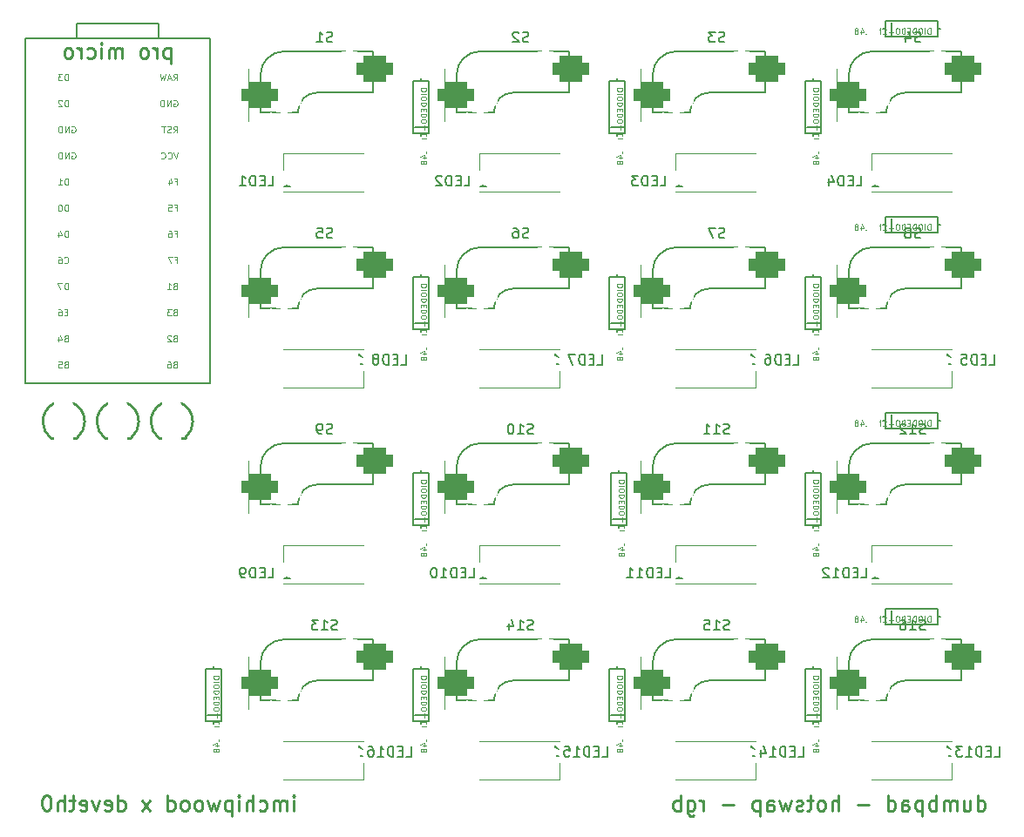
<source format=gbo>
%TF.GenerationSoftware,KiCad,Pcbnew,(6.0.1)*%
%TF.CreationDate,2022-02-09T09:53:17+01:00*%
%TF.ProjectId,dumbpad,64756d62-7061-4642-9e6b-696361645f70,rev?*%
%TF.SameCoordinates,Original*%
%TF.FileFunction,Legend,Bot*%
%TF.FilePolarity,Positive*%
%FSLAX46Y46*%
G04 Gerber Fmt 4.6, Leading zero omitted, Abs format (unit mm)*
G04 Created by KiCad (PCBNEW (6.0.1)) date 2022-02-09 09:53:17*
%MOMM*%
%LPD*%
G01*
G04 APERTURE LIST*
G04 Aperture macros list*
%AMRoundRect*
0 Rectangle with rounded corners*
0 $1 Rounding radius*
0 $2 $3 $4 $5 $6 $7 $8 $9 X,Y pos of 4 corners*
0 Add a 4 corners polygon primitive as box body*
4,1,4,$2,$3,$4,$5,$6,$7,$8,$9,$2,$3,0*
0 Add four circle primitives for the rounded corners*
1,1,$1+$1,$2,$3*
1,1,$1+$1,$4,$5*
1,1,$1+$1,$6,$7*
1,1,$1+$1,$8,$9*
0 Add four rect primitives between the rounded corners*
20,1,$1+$1,$2,$3,$4,$5,0*
20,1,$1+$1,$4,$5,$6,$7,0*
20,1,$1+$1,$6,$7,$8,$9,0*
20,1,$1+$1,$8,$9,$2,$3,0*%
G04 Aperture macros list end*
%ADD10C,0.152400*%
%ADD11C,0.262500*%
%ADD12C,0.112500*%
%ADD13C,0.200000*%
%ADD14C,0.044867*%
%ADD15C,0.150000*%
%ADD16C,0.254000*%
%ADD17C,0.120000*%
%ADD18C,0.203200*%
%ADD19C,2.006600*%
%ADD20C,2.100000*%
%ADD21R,2.000000X2.000000*%
%ADD22C,2.000000*%
%ADD23R,2.000000X3.200000*%
%ADD24C,4.100000*%
%ADD25C,1.700000*%
%ADD26C,3.600000*%
%ADD27RoundRect,0.625000X1.125000X0.625000X-1.125000X0.625000X-1.125000X-0.625000X1.125000X-0.625000X0*%
%ADD28C,1.477000*%
%ADD29R,1.700000X1.000000*%
G04 APERTURE END LIST*
D10*
X106051100Y-68253600D02*
X114051100Y-68253600D01*
X114051100Y-68253600D02*
X119051100Y-68253600D01*
X106051100Y-66753600D02*
X114051100Y-66753600D01*
X101051100Y-68253600D02*
X106051100Y-68253600D01*
X119051100Y-68253600D02*
X119051100Y-101753600D01*
X106051100Y-68253600D02*
X106051100Y-66753600D01*
X114051100Y-66753600D02*
X114051100Y-68253600D01*
X119051100Y-101753600D02*
X101051100Y-101753600D01*
X101051100Y-101753600D02*
X101051100Y-68253600D01*
D11*
X115186516Y-69191100D02*
X115186516Y-70678600D01*
X115186516Y-69261933D02*
X115044850Y-69191100D01*
X114761516Y-69191100D01*
X114619850Y-69261933D01*
X114549016Y-69332766D01*
X114478183Y-69474433D01*
X114478183Y-69899433D01*
X114549016Y-70041100D01*
X114619850Y-70111933D01*
X114761516Y-70182766D01*
X115044850Y-70182766D01*
X115186516Y-70111933D01*
X113840683Y-70182766D02*
X113840683Y-69191100D01*
X113840683Y-69474433D02*
X113769850Y-69332766D01*
X113699016Y-69261933D01*
X113557350Y-69191100D01*
X113415683Y-69191100D01*
X112707350Y-70182766D02*
X112849016Y-70111933D01*
X112919850Y-70041100D01*
X112990683Y-69899433D01*
X112990683Y-69474433D01*
X112919850Y-69332766D01*
X112849016Y-69261933D01*
X112707350Y-69191100D01*
X112494850Y-69191100D01*
X112353183Y-69261933D01*
X112282350Y-69332766D01*
X112211516Y-69474433D01*
X112211516Y-69899433D01*
X112282350Y-70041100D01*
X112353183Y-70111933D01*
X112494850Y-70182766D01*
X112707350Y-70182766D01*
X110440683Y-70182766D02*
X110440683Y-69191100D01*
X110440683Y-69332766D02*
X110369850Y-69261933D01*
X110228183Y-69191100D01*
X110015683Y-69191100D01*
X109874016Y-69261933D01*
X109803183Y-69403600D01*
X109803183Y-70182766D01*
X109803183Y-69403600D02*
X109732350Y-69261933D01*
X109590683Y-69191100D01*
X109378183Y-69191100D01*
X109236516Y-69261933D01*
X109165683Y-69403600D01*
X109165683Y-70182766D01*
X108457350Y-70182766D02*
X108457350Y-69191100D01*
X108457350Y-68695266D02*
X108528183Y-68766100D01*
X108457350Y-68836933D01*
X108386516Y-68766100D01*
X108457350Y-68695266D01*
X108457350Y-68836933D01*
X107111516Y-70111933D02*
X107253183Y-70182766D01*
X107536516Y-70182766D01*
X107678183Y-70111933D01*
X107749016Y-70041100D01*
X107819850Y-69899433D01*
X107819850Y-69474433D01*
X107749016Y-69332766D01*
X107678183Y-69261933D01*
X107536516Y-69191100D01*
X107253183Y-69191100D01*
X107111516Y-69261933D01*
X106474016Y-70182766D02*
X106474016Y-69191100D01*
X106474016Y-69474433D02*
X106403183Y-69332766D01*
X106332350Y-69261933D01*
X106190683Y-69191100D01*
X106049016Y-69191100D01*
X105340683Y-70182766D02*
X105482350Y-70111933D01*
X105553183Y-70041100D01*
X105624016Y-69899433D01*
X105624016Y-69474433D01*
X105553183Y-69332766D01*
X105482350Y-69261933D01*
X105340683Y-69191100D01*
X105128183Y-69191100D01*
X104986516Y-69261933D01*
X104915683Y-69332766D01*
X104844850Y-69474433D01*
X104844850Y-69899433D01*
X104915683Y-70041100D01*
X104986516Y-70111933D01*
X105128183Y-70182766D01*
X105340683Y-70182766D01*
D12*
X104852796Y-90051278D02*
X104883153Y-90081635D01*
X104974225Y-90111992D01*
X105034939Y-90111992D01*
X105126010Y-90081635D01*
X105186725Y-90020921D01*
X105217082Y-89960207D01*
X105247439Y-89838778D01*
X105247439Y-89747707D01*
X105217082Y-89626278D01*
X105186725Y-89565564D01*
X105126010Y-89504850D01*
X105034939Y-89474492D01*
X104974225Y-89474492D01*
X104883153Y-89504850D01*
X104852796Y-89535207D01*
X104306367Y-89474492D02*
X104427796Y-89474492D01*
X104488510Y-89504850D01*
X104518867Y-89535207D01*
X104579582Y-89626278D01*
X104609939Y-89747707D01*
X104609939Y-89990564D01*
X104579582Y-90051278D01*
X104549225Y-90081635D01*
X104488510Y-90111992D01*
X104367082Y-90111992D01*
X104306367Y-90081635D01*
X104276010Y-90051278D01*
X104245653Y-89990564D01*
X104245653Y-89838778D01*
X104276010Y-89778064D01*
X104306367Y-89747707D01*
X104367082Y-89717350D01*
X104488510Y-89717350D01*
X104549225Y-89747707D01*
X104579582Y-89778064D01*
X104609939Y-89838778D01*
X105156367Y-94858064D02*
X104943867Y-94858064D01*
X104852796Y-95191992D02*
X105156367Y-95191992D01*
X105156367Y-94554492D01*
X104852796Y-94554492D01*
X104306367Y-94554492D02*
X104427796Y-94554492D01*
X104488510Y-94584850D01*
X104518867Y-94615207D01*
X104579582Y-94706278D01*
X104609939Y-94827707D01*
X104609939Y-95070564D01*
X104579582Y-95131278D01*
X104549225Y-95161635D01*
X104488510Y-95191992D01*
X104367082Y-95191992D01*
X104306367Y-95161635D01*
X104276010Y-95131278D01*
X104245653Y-95070564D01*
X104245653Y-94918778D01*
X104276010Y-94858064D01*
X104306367Y-94827707D01*
X104367082Y-94797350D01*
X104488510Y-94797350D01*
X104549225Y-94827707D01*
X104579582Y-94858064D01*
X104609939Y-94918778D01*
X115613689Y-94858064D02*
X115522617Y-94888421D01*
X115492260Y-94918778D01*
X115461903Y-94979492D01*
X115461903Y-95070564D01*
X115492260Y-95131278D01*
X115522617Y-95161635D01*
X115583332Y-95191992D01*
X115826189Y-95191992D01*
X115826189Y-94554492D01*
X115613689Y-94554492D01*
X115552975Y-94584850D01*
X115522617Y-94615207D01*
X115492260Y-94675921D01*
X115492260Y-94736635D01*
X115522617Y-94797350D01*
X115552975Y-94827707D01*
X115613689Y-94858064D01*
X115826189Y-94858064D01*
X115249403Y-94554492D02*
X114854760Y-94554492D01*
X115067260Y-94797350D01*
X114976189Y-94797350D01*
X114915475Y-94827707D01*
X114885117Y-94858064D01*
X114854760Y-94918778D01*
X114854760Y-95070564D01*
X114885117Y-95131278D01*
X114915475Y-95161635D01*
X114976189Y-95191992D01*
X115158332Y-95191992D01*
X115219046Y-95161635D01*
X115249403Y-95131278D01*
X115917260Y-79314492D02*
X115704760Y-79951992D01*
X115492260Y-79314492D01*
X114915475Y-79891278D02*
X114945832Y-79921635D01*
X115036903Y-79951992D01*
X115097617Y-79951992D01*
X115188689Y-79921635D01*
X115249403Y-79860921D01*
X115279760Y-79800207D01*
X115310117Y-79678778D01*
X115310117Y-79587707D01*
X115279760Y-79466278D01*
X115249403Y-79405564D01*
X115188689Y-79344850D01*
X115097617Y-79314492D01*
X115036903Y-79314492D01*
X114945832Y-79344850D01*
X114915475Y-79375207D01*
X114277975Y-79891278D02*
X114308332Y-79921635D01*
X114399403Y-79951992D01*
X114460117Y-79951992D01*
X114551189Y-79921635D01*
X114611903Y-79860921D01*
X114642260Y-79800207D01*
X114672617Y-79678778D01*
X114672617Y-79587707D01*
X114642260Y-79466278D01*
X114611903Y-79405564D01*
X114551189Y-79344850D01*
X114460117Y-79314492D01*
X114399403Y-79314492D01*
X114308332Y-79344850D01*
X114277975Y-79375207D01*
X115613689Y-87238064D02*
X115826189Y-87238064D01*
X115826189Y-87571992D02*
X115826189Y-86934492D01*
X115522617Y-86934492D01*
X115006546Y-86934492D02*
X115127975Y-86934492D01*
X115188689Y-86964850D01*
X115219046Y-86995207D01*
X115279760Y-87086278D01*
X115310117Y-87207707D01*
X115310117Y-87450564D01*
X115279760Y-87511278D01*
X115249403Y-87541635D01*
X115188689Y-87571992D01*
X115067260Y-87571992D01*
X115006546Y-87541635D01*
X114976189Y-87511278D01*
X114945832Y-87450564D01*
X114945832Y-87298778D01*
X114976189Y-87238064D01*
X115006546Y-87207707D01*
X115067260Y-87177350D01*
X115188689Y-87177350D01*
X115249403Y-87207707D01*
X115279760Y-87238064D01*
X115310117Y-87298778D01*
X105217082Y-92651992D02*
X105217082Y-92014492D01*
X105065296Y-92014492D01*
X104974225Y-92044850D01*
X104913510Y-92105564D01*
X104883153Y-92166278D01*
X104852796Y-92287707D01*
X104852796Y-92378778D01*
X104883153Y-92500207D01*
X104913510Y-92560921D01*
X104974225Y-92621635D01*
X105065296Y-92651992D01*
X105217082Y-92651992D01*
X104640296Y-92014492D02*
X104215296Y-92014492D01*
X104488510Y-92651992D01*
X115613689Y-89778064D02*
X115826189Y-89778064D01*
X115826189Y-90111992D02*
X115826189Y-89474492D01*
X115522617Y-89474492D01*
X115340475Y-89474492D02*
X114915475Y-89474492D01*
X115188689Y-90111992D01*
X105581367Y-79344850D02*
X105642082Y-79314492D01*
X105733153Y-79314492D01*
X105824225Y-79344850D01*
X105884939Y-79405564D01*
X105915296Y-79466278D01*
X105945653Y-79587707D01*
X105945653Y-79678778D01*
X105915296Y-79800207D01*
X105884939Y-79860921D01*
X105824225Y-79921635D01*
X105733153Y-79951992D01*
X105672439Y-79951992D01*
X105581367Y-79921635D01*
X105551010Y-79891278D01*
X105551010Y-79678778D01*
X105672439Y-79678778D01*
X105277796Y-79951992D02*
X105277796Y-79314492D01*
X104913510Y-79951992D01*
X104913510Y-79314492D01*
X104609939Y-79951992D02*
X104609939Y-79314492D01*
X104458153Y-79314492D01*
X104367082Y-79344850D01*
X104306367Y-79405564D01*
X104276010Y-79466278D01*
X104245653Y-79587707D01*
X104245653Y-79678778D01*
X104276010Y-79800207D01*
X104306367Y-79860921D01*
X104367082Y-79921635D01*
X104458153Y-79951992D01*
X104609939Y-79951992D01*
X115613689Y-99938064D02*
X115522617Y-99968421D01*
X115492260Y-99998778D01*
X115461903Y-100059492D01*
X115461903Y-100150564D01*
X115492260Y-100211278D01*
X115522617Y-100241635D01*
X115583332Y-100271992D01*
X115826189Y-100271992D01*
X115826189Y-99634492D01*
X115613689Y-99634492D01*
X115552975Y-99664850D01*
X115522617Y-99695207D01*
X115492260Y-99755921D01*
X115492260Y-99816635D01*
X115522617Y-99877350D01*
X115552975Y-99907707D01*
X115613689Y-99938064D01*
X115826189Y-99938064D01*
X114915475Y-99634492D02*
X115036903Y-99634492D01*
X115097617Y-99664850D01*
X115127975Y-99695207D01*
X115188689Y-99786278D01*
X115219046Y-99907707D01*
X115219046Y-100150564D01*
X115188689Y-100211278D01*
X115158332Y-100241635D01*
X115097617Y-100271992D01*
X114976189Y-100271992D01*
X114915475Y-100241635D01*
X114885117Y-100211278D01*
X114854760Y-100150564D01*
X114854760Y-99998778D01*
X114885117Y-99938064D01*
X114915475Y-99907707D01*
X114976189Y-99877350D01*
X115097617Y-99877350D01*
X115158332Y-99907707D01*
X115188689Y-99938064D01*
X115219046Y-99998778D01*
X105217082Y-87571992D02*
X105217082Y-86934492D01*
X105065296Y-86934492D01*
X104974225Y-86964850D01*
X104913510Y-87025564D01*
X104883153Y-87086278D01*
X104852796Y-87207707D01*
X104852796Y-87298778D01*
X104883153Y-87420207D01*
X104913510Y-87480921D01*
X104974225Y-87541635D01*
X105065296Y-87571992D01*
X105217082Y-87571992D01*
X104306367Y-87146992D02*
X104306367Y-87571992D01*
X104458153Y-86904135D02*
X104609939Y-87359492D01*
X104215296Y-87359492D01*
X105004582Y-99938064D02*
X104913510Y-99968421D01*
X104883153Y-99998778D01*
X104852796Y-100059492D01*
X104852796Y-100150564D01*
X104883153Y-100211278D01*
X104913510Y-100241635D01*
X104974225Y-100271992D01*
X105217082Y-100271992D01*
X105217082Y-99634492D01*
X105004582Y-99634492D01*
X104943867Y-99664850D01*
X104913510Y-99695207D01*
X104883153Y-99755921D01*
X104883153Y-99816635D01*
X104913510Y-99877350D01*
X104943867Y-99907707D01*
X105004582Y-99938064D01*
X105217082Y-99938064D01*
X104276010Y-99634492D02*
X104579582Y-99634492D01*
X104609939Y-99938064D01*
X104579582Y-99907707D01*
X104518867Y-99877350D01*
X104367082Y-99877350D01*
X104306367Y-99907707D01*
X104276010Y-99938064D01*
X104245653Y-99998778D01*
X104245653Y-100150564D01*
X104276010Y-100211278D01*
X104306367Y-100241635D01*
X104367082Y-100271992D01*
X104518867Y-100271992D01*
X104579582Y-100241635D01*
X104609939Y-100211278D01*
X115461903Y-77411992D02*
X115674403Y-77108421D01*
X115826189Y-77411992D02*
X115826189Y-76774492D01*
X115583332Y-76774492D01*
X115522617Y-76804850D01*
X115492260Y-76835207D01*
X115461903Y-76895921D01*
X115461903Y-76986992D01*
X115492260Y-77047707D01*
X115522617Y-77078064D01*
X115583332Y-77108421D01*
X115826189Y-77108421D01*
X115219046Y-77381635D02*
X115127975Y-77411992D01*
X114976189Y-77411992D01*
X114915475Y-77381635D01*
X114885117Y-77351278D01*
X114854760Y-77290564D01*
X114854760Y-77229850D01*
X114885117Y-77169135D01*
X114915475Y-77138778D01*
X114976189Y-77108421D01*
X115097617Y-77078064D01*
X115158332Y-77047707D01*
X115188689Y-77017350D01*
X115219046Y-76956635D01*
X115219046Y-76895921D01*
X115188689Y-76835207D01*
X115158332Y-76804850D01*
X115097617Y-76774492D01*
X114945832Y-76774492D01*
X114854760Y-76804850D01*
X114672617Y-76774492D02*
X114308332Y-76774492D01*
X114490475Y-77411992D02*
X114490475Y-76774492D01*
X115461903Y-72331992D02*
X115674403Y-72028421D01*
X115826189Y-72331992D02*
X115826189Y-71694492D01*
X115583332Y-71694492D01*
X115522617Y-71724850D01*
X115492260Y-71755207D01*
X115461903Y-71815921D01*
X115461903Y-71906992D01*
X115492260Y-71967707D01*
X115522617Y-71998064D01*
X115583332Y-72028421D01*
X115826189Y-72028421D01*
X115219046Y-72149850D02*
X114915475Y-72149850D01*
X115279760Y-72331992D02*
X115067260Y-71694492D01*
X114854760Y-72331992D01*
X114702975Y-71694492D02*
X114551189Y-72331992D01*
X114429760Y-71876635D01*
X114308332Y-72331992D01*
X114156546Y-71694492D01*
X115492260Y-74264850D02*
X115552975Y-74234492D01*
X115644046Y-74234492D01*
X115735117Y-74264850D01*
X115795832Y-74325564D01*
X115826189Y-74386278D01*
X115856546Y-74507707D01*
X115856546Y-74598778D01*
X115826189Y-74720207D01*
X115795832Y-74780921D01*
X115735117Y-74841635D01*
X115644046Y-74871992D01*
X115583332Y-74871992D01*
X115492260Y-74841635D01*
X115461903Y-74811278D01*
X115461903Y-74598778D01*
X115583332Y-74598778D01*
X115188689Y-74871992D02*
X115188689Y-74234492D01*
X114824403Y-74871992D01*
X114824403Y-74234492D01*
X114520832Y-74871992D02*
X114520832Y-74234492D01*
X114369046Y-74234492D01*
X114277975Y-74264850D01*
X114217260Y-74325564D01*
X114186903Y-74386278D01*
X114156546Y-74507707D01*
X114156546Y-74598778D01*
X114186903Y-74720207D01*
X114217260Y-74780921D01*
X114277975Y-74841635D01*
X114369046Y-74871992D01*
X114520832Y-74871992D01*
X105217082Y-72331992D02*
X105217082Y-71694492D01*
X105065296Y-71694492D01*
X104974225Y-71724850D01*
X104913510Y-71785564D01*
X104883153Y-71846278D01*
X104852796Y-71967707D01*
X104852796Y-72058778D01*
X104883153Y-72180207D01*
X104913510Y-72240921D01*
X104974225Y-72301635D01*
X105065296Y-72331992D01*
X105217082Y-72331992D01*
X104640296Y-71694492D02*
X104245653Y-71694492D01*
X104458153Y-71937350D01*
X104367082Y-71937350D01*
X104306367Y-71967707D01*
X104276010Y-71998064D01*
X104245653Y-72058778D01*
X104245653Y-72210564D01*
X104276010Y-72271278D01*
X104306367Y-72301635D01*
X104367082Y-72331992D01*
X104549225Y-72331992D01*
X104609939Y-72301635D01*
X104640296Y-72271278D01*
X105217082Y-85031992D02*
X105217082Y-84394492D01*
X105065296Y-84394492D01*
X104974225Y-84424850D01*
X104913510Y-84485564D01*
X104883153Y-84546278D01*
X104852796Y-84667707D01*
X104852796Y-84758778D01*
X104883153Y-84880207D01*
X104913510Y-84940921D01*
X104974225Y-85001635D01*
X105065296Y-85031992D01*
X105217082Y-85031992D01*
X104458153Y-84394492D02*
X104397439Y-84394492D01*
X104336725Y-84424850D01*
X104306367Y-84455207D01*
X104276010Y-84515921D01*
X104245653Y-84637350D01*
X104245653Y-84789135D01*
X104276010Y-84910564D01*
X104306367Y-84971278D01*
X104336725Y-85001635D01*
X104397439Y-85031992D01*
X104458153Y-85031992D01*
X104518867Y-85001635D01*
X104549225Y-84971278D01*
X104579582Y-84910564D01*
X104609939Y-84789135D01*
X104609939Y-84637350D01*
X104579582Y-84515921D01*
X104549225Y-84455207D01*
X104518867Y-84424850D01*
X104458153Y-84394492D01*
X115613689Y-92318064D02*
X115522617Y-92348421D01*
X115492260Y-92378778D01*
X115461903Y-92439492D01*
X115461903Y-92530564D01*
X115492260Y-92591278D01*
X115522617Y-92621635D01*
X115583332Y-92651992D01*
X115826189Y-92651992D01*
X115826189Y-92014492D01*
X115613689Y-92014492D01*
X115552975Y-92044850D01*
X115522617Y-92075207D01*
X115492260Y-92135921D01*
X115492260Y-92196635D01*
X115522617Y-92257350D01*
X115552975Y-92287707D01*
X115613689Y-92318064D01*
X115826189Y-92318064D01*
X114854760Y-92651992D02*
X115219046Y-92651992D01*
X115036903Y-92651992D02*
X115036903Y-92014492D01*
X115097617Y-92105564D01*
X115158332Y-92166278D01*
X115219046Y-92196635D01*
X115613689Y-97398064D02*
X115522617Y-97428421D01*
X115492260Y-97458778D01*
X115461903Y-97519492D01*
X115461903Y-97610564D01*
X115492260Y-97671278D01*
X115522617Y-97701635D01*
X115583332Y-97731992D01*
X115826189Y-97731992D01*
X115826189Y-97094492D01*
X115613689Y-97094492D01*
X115552975Y-97124850D01*
X115522617Y-97155207D01*
X115492260Y-97215921D01*
X115492260Y-97276635D01*
X115522617Y-97337350D01*
X115552975Y-97367707D01*
X115613689Y-97398064D01*
X115826189Y-97398064D01*
X115219046Y-97155207D02*
X115188689Y-97124850D01*
X115127975Y-97094492D01*
X114976189Y-97094492D01*
X114915475Y-97124850D01*
X114885117Y-97155207D01*
X114854760Y-97215921D01*
X114854760Y-97276635D01*
X114885117Y-97367707D01*
X115249403Y-97731992D01*
X114854760Y-97731992D01*
X105217082Y-82491992D02*
X105217082Y-81854492D01*
X105065296Y-81854492D01*
X104974225Y-81884850D01*
X104913510Y-81945564D01*
X104883153Y-82006278D01*
X104852796Y-82127707D01*
X104852796Y-82218778D01*
X104883153Y-82340207D01*
X104913510Y-82400921D01*
X104974225Y-82461635D01*
X105065296Y-82491992D01*
X105217082Y-82491992D01*
X104245653Y-82491992D02*
X104609939Y-82491992D01*
X104427796Y-82491992D02*
X104427796Y-81854492D01*
X104488510Y-81945564D01*
X104549225Y-82006278D01*
X104609939Y-82036635D01*
D11*
X127142558Y-143307766D02*
X127142558Y-142316100D01*
X127142558Y-141820266D02*
X127213391Y-141891100D01*
X127142558Y-141961933D01*
X127071725Y-141891100D01*
X127142558Y-141820266D01*
X127142558Y-141961933D01*
X126434225Y-143307766D02*
X126434225Y-142316100D01*
X126434225Y-142457766D02*
X126363391Y-142386933D01*
X126221725Y-142316100D01*
X126009225Y-142316100D01*
X125867558Y-142386933D01*
X125796725Y-142528600D01*
X125796725Y-143307766D01*
X125796725Y-142528600D02*
X125725891Y-142386933D01*
X125584225Y-142316100D01*
X125371725Y-142316100D01*
X125230058Y-142386933D01*
X125159225Y-142528600D01*
X125159225Y-143307766D01*
X123813391Y-143236933D02*
X123955058Y-143307766D01*
X124238391Y-143307766D01*
X124380058Y-143236933D01*
X124450891Y-143166100D01*
X124521725Y-143024433D01*
X124521725Y-142599433D01*
X124450891Y-142457766D01*
X124380058Y-142386933D01*
X124238391Y-142316100D01*
X123955058Y-142316100D01*
X123813391Y-142386933D01*
X123175891Y-143307766D02*
X123175891Y-141820266D01*
X122538391Y-143307766D02*
X122538391Y-142528600D01*
X122609225Y-142386933D01*
X122750891Y-142316100D01*
X122963391Y-142316100D01*
X123105058Y-142386933D01*
X123175891Y-142457766D01*
X121830058Y-143307766D02*
X121830058Y-142316100D01*
X121830058Y-141820266D02*
X121900891Y-141891100D01*
X121830058Y-141961933D01*
X121759225Y-141891100D01*
X121830058Y-141820266D01*
X121830058Y-141961933D01*
X121121725Y-142316100D02*
X121121725Y-143803600D01*
X121121725Y-142386933D02*
X120980058Y-142316100D01*
X120696725Y-142316100D01*
X120555058Y-142386933D01*
X120484225Y-142457766D01*
X120413391Y-142599433D01*
X120413391Y-143024433D01*
X120484225Y-143166100D01*
X120555058Y-143236933D01*
X120696725Y-143307766D01*
X120980058Y-143307766D01*
X121121725Y-143236933D01*
X119917558Y-142316100D02*
X119634225Y-143307766D01*
X119350891Y-142599433D01*
X119067558Y-143307766D01*
X118784225Y-142316100D01*
X118005058Y-143307766D02*
X118146725Y-143236933D01*
X118217558Y-143166100D01*
X118288391Y-143024433D01*
X118288391Y-142599433D01*
X118217558Y-142457766D01*
X118146725Y-142386933D01*
X118005058Y-142316100D01*
X117792558Y-142316100D01*
X117650891Y-142386933D01*
X117580058Y-142457766D01*
X117509225Y-142599433D01*
X117509225Y-143024433D01*
X117580058Y-143166100D01*
X117650891Y-143236933D01*
X117792558Y-143307766D01*
X118005058Y-143307766D01*
X116659225Y-143307766D02*
X116800891Y-143236933D01*
X116871725Y-143166100D01*
X116942558Y-143024433D01*
X116942558Y-142599433D01*
X116871725Y-142457766D01*
X116800891Y-142386933D01*
X116659225Y-142316100D01*
X116446725Y-142316100D01*
X116305058Y-142386933D01*
X116234225Y-142457766D01*
X116163391Y-142599433D01*
X116163391Y-143024433D01*
X116234225Y-143166100D01*
X116305058Y-143236933D01*
X116446725Y-143307766D01*
X116659225Y-143307766D01*
X114888391Y-143307766D02*
X114888391Y-141820266D01*
X114888391Y-143236933D02*
X115030058Y-143307766D01*
X115313391Y-143307766D01*
X115455058Y-143236933D01*
X115525891Y-143166100D01*
X115596725Y-143024433D01*
X115596725Y-142599433D01*
X115525891Y-142457766D01*
X115455058Y-142386933D01*
X115313391Y-142316100D01*
X115030058Y-142316100D01*
X114888391Y-142386933D01*
X113188391Y-143307766D02*
X112409225Y-142316100D01*
X113188391Y-142316100D02*
X112409225Y-143307766D01*
X110071725Y-143307766D02*
X110071725Y-141820266D01*
X110071725Y-143236933D02*
X110213391Y-143307766D01*
X110496725Y-143307766D01*
X110638391Y-143236933D01*
X110709225Y-143166100D01*
X110780058Y-143024433D01*
X110780058Y-142599433D01*
X110709225Y-142457766D01*
X110638391Y-142386933D01*
X110496725Y-142316100D01*
X110213391Y-142316100D01*
X110071725Y-142386933D01*
X108796725Y-143236933D02*
X108938391Y-143307766D01*
X109221725Y-143307766D01*
X109363391Y-143236933D01*
X109434225Y-143095266D01*
X109434225Y-142528600D01*
X109363391Y-142386933D01*
X109221725Y-142316100D01*
X108938391Y-142316100D01*
X108796725Y-142386933D01*
X108725891Y-142528600D01*
X108725891Y-142670266D01*
X109434225Y-142811933D01*
X108230058Y-142316100D02*
X107875891Y-143307766D01*
X107521725Y-142316100D01*
X106388391Y-143236933D02*
X106530058Y-143307766D01*
X106813391Y-143307766D01*
X106955058Y-143236933D01*
X107025891Y-143095266D01*
X107025891Y-142528600D01*
X106955058Y-142386933D01*
X106813391Y-142316100D01*
X106530058Y-142316100D01*
X106388391Y-142386933D01*
X106317558Y-142528600D01*
X106317558Y-142670266D01*
X107025891Y-142811933D01*
X105892558Y-142316100D02*
X105325891Y-142316100D01*
X105680058Y-141820266D02*
X105680058Y-143095266D01*
X105609225Y-143236933D01*
X105467558Y-143307766D01*
X105325891Y-143307766D01*
X104830058Y-143307766D02*
X104830058Y-141820266D01*
X104192558Y-143307766D02*
X104192558Y-142528600D01*
X104263391Y-142386933D01*
X104405058Y-142316100D01*
X104617558Y-142316100D01*
X104759225Y-142386933D01*
X104830058Y-142457766D01*
X103200891Y-141820266D02*
X103059225Y-141820266D01*
X102917558Y-141891100D01*
X102846725Y-141961933D01*
X102775891Y-142103600D01*
X102705058Y-142386933D01*
X102705058Y-142741100D01*
X102775891Y-143024433D01*
X102846725Y-143166100D01*
X102917558Y-143236933D01*
X103059225Y-143307766D01*
X103200891Y-143307766D01*
X103342558Y-143236933D01*
X103413391Y-143166100D01*
X103484225Y-143024433D01*
X103555058Y-142741100D01*
X103555058Y-142386933D01*
X103484225Y-142103600D01*
X103413391Y-141961933D01*
X103342558Y-141891100D01*
X103200891Y-141820266D01*
D12*
X105217082Y-74871992D02*
X105217082Y-74234492D01*
X105065296Y-74234492D01*
X104974225Y-74264850D01*
X104913510Y-74325564D01*
X104883153Y-74386278D01*
X104852796Y-74507707D01*
X104852796Y-74598778D01*
X104883153Y-74720207D01*
X104913510Y-74780921D01*
X104974225Y-74841635D01*
X105065296Y-74871992D01*
X105217082Y-74871992D01*
X104609939Y-74295207D02*
X104579582Y-74264850D01*
X104518867Y-74234492D01*
X104367082Y-74234492D01*
X104306367Y-74264850D01*
X104276010Y-74295207D01*
X104245653Y-74355921D01*
X104245653Y-74416635D01*
X104276010Y-74507707D01*
X104640296Y-74871992D01*
X104245653Y-74871992D01*
X115613689Y-84698064D02*
X115826189Y-84698064D01*
X115826189Y-85031992D02*
X115826189Y-84394492D01*
X115522617Y-84394492D01*
X114976189Y-84394492D02*
X115279760Y-84394492D01*
X115310117Y-84698064D01*
X115279760Y-84667707D01*
X115219046Y-84637350D01*
X115067260Y-84637350D01*
X115006546Y-84667707D01*
X114976189Y-84698064D01*
X114945832Y-84758778D01*
X114945832Y-84910564D01*
X114976189Y-84971278D01*
X115006546Y-85001635D01*
X115067260Y-85031992D01*
X115219046Y-85031992D01*
X115279760Y-85001635D01*
X115310117Y-84971278D01*
X105581367Y-76804850D02*
X105642082Y-76774492D01*
X105733153Y-76774492D01*
X105824225Y-76804850D01*
X105884939Y-76865564D01*
X105915296Y-76926278D01*
X105945653Y-77047707D01*
X105945653Y-77138778D01*
X105915296Y-77260207D01*
X105884939Y-77320921D01*
X105824225Y-77381635D01*
X105733153Y-77411992D01*
X105672439Y-77411992D01*
X105581367Y-77381635D01*
X105551010Y-77351278D01*
X105551010Y-77138778D01*
X105672439Y-77138778D01*
X105277796Y-77411992D02*
X105277796Y-76774492D01*
X104913510Y-77411992D01*
X104913510Y-76774492D01*
X104609939Y-77411992D02*
X104609939Y-76774492D01*
X104458153Y-76774492D01*
X104367082Y-76804850D01*
X104306367Y-76865564D01*
X104276010Y-76926278D01*
X104245653Y-77047707D01*
X104245653Y-77138778D01*
X104276010Y-77260207D01*
X104306367Y-77320921D01*
X104367082Y-77381635D01*
X104458153Y-77411992D01*
X104609939Y-77411992D01*
X105004582Y-97398064D02*
X104913510Y-97428421D01*
X104883153Y-97458778D01*
X104852796Y-97519492D01*
X104852796Y-97610564D01*
X104883153Y-97671278D01*
X104913510Y-97701635D01*
X104974225Y-97731992D01*
X105217082Y-97731992D01*
X105217082Y-97094492D01*
X105004582Y-97094492D01*
X104943867Y-97124850D01*
X104913510Y-97155207D01*
X104883153Y-97215921D01*
X104883153Y-97276635D01*
X104913510Y-97337350D01*
X104943867Y-97367707D01*
X105004582Y-97398064D01*
X105217082Y-97398064D01*
X104306367Y-97306992D02*
X104306367Y-97731992D01*
X104458153Y-97064135D02*
X104609939Y-97519492D01*
X104215296Y-97519492D01*
D11*
X193588808Y-143307766D02*
X193588808Y-141820266D01*
X193588808Y-143236933D02*
X193730475Y-143307766D01*
X194013808Y-143307766D01*
X194155475Y-143236933D01*
X194226308Y-143166100D01*
X194297141Y-143024433D01*
X194297141Y-142599433D01*
X194226308Y-142457766D01*
X194155475Y-142386933D01*
X194013808Y-142316100D01*
X193730475Y-142316100D01*
X193588808Y-142386933D01*
X192242975Y-142316100D02*
X192242975Y-143307766D01*
X192880475Y-142316100D02*
X192880475Y-143095266D01*
X192809641Y-143236933D01*
X192667975Y-143307766D01*
X192455475Y-143307766D01*
X192313808Y-143236933D01*
X192242975Y-143166100D01*
X191534641Y-143307766D02*
X191534641Y-142316100D01*
X191534641Y-142457766D02*
X191463808Y-142386933D01*
X191322141Y-142316100D01*
X191109641Y-142316100D01*
X190967975Y-142386933D01*
X190897141Y-142528600D01*
X190897141Y-143307766D01*
X190897141Y-142528600D02*
X190826308Y-142386933D01*
X190684641Y-142316100D01*
X190472141Y-142316100D01*
X190330475Y-142386933D01*
X190259641Y-142528600D01*
X190259641Y-143307766D01*
X189551308Y-143307766D02*
X189551308Y-141820266D01*
X189551308Y-142386933D02*
X189409641Y-142316100D01*
X189126308Y-142316100D01*
X188984641Y-142386933D01*
X188913808Y-142457766D01*
X188842975Y-142599433D01*
X188842975Y-143024433D01*
X188913808Y-143166100D01*
X188984641Y-143236933D01*
X189126308Y-143307766D01*
X189409641Y-143307766D01*
X189551308Y-143236933D01*
X188205475Y-142316100D02*
X188205475Y-143803600D01*
X188205475Y-142386933D02*
X188063808Y-142316100D01*
X187780475Y-142316100D01*
X187638808Y-142386933D01*
X187567975Y-142457766D01*
X187497141Y-142599433D01*
X187497141Y-143024433D01*
X187567975Y-143166100D01*
X187638808Y-143236933D01*
X187780475Y-143307766D01*
X188063808Y-143307766D01*
X188205475Y-143236933D01*
X186222141Y-143307766D02*
X186222141Y-142528600D01*
X186292975Y-142386933D01*
X186434641Y-142316100D01*
X186717975Y-142316100D01*
X186859641Y-142386933D01*
X186222141Y-143236933D02*
X186363808Y-143307766D01*
X186717975Y-143307766D01*
X186859641Y-143236933D01*
X186930475Y-143095266D01*
X186930475Y-142953600D01*
X186859641Y-142811933D01*
X186717975Y-142741100D01*
X186363808Y-142741100D01*
X186222141Y-142670266D01*
X184876308Y-143307766D02*
X184876308Y-141820266D01*
X184876308Y-143236933D02*
X185017975Y-143307766D01*
X185301308Y-143307766D01*
X185442975Y-143236933D01*
X185513808Y-143166100D01*
X185584641Y-143024433D01*
X185584641Y-142599433D01*
X185513808Y-142457766D01*
X185442975Y-142386933D01*
X185301308Y-142316100D01*
X185017975Y-142316100D01*
X184876308Y-142386933D01*
X183034641Y-142741100D02*
X181901308Y-142741100D01*
X180059641Y-143307766D02*
X180059641Y-141820266D01*
X179422141Y-143307766D02*
X179422141Y-142528600D01*
X179492975Y-142386933D01*
X179634641Y-142316100D01*
X179847141Y-142316100D01*
X179988808Y-142386933D01*
X180059641Y-142457766D01*
X178501308Y-143307766D02*
X178642975Y-143236933D01*
X178713808Y-143166100D01*
X178784641Y-143024433D01*
X178784641Y-142599433D01*
X178713808Y-142457766D01*
X178642975Y-142386933D01*
X178501308Y-142316100D01*
X178288808Y-142316100D01*
X178147141Y-142386933D01*
X178076308Y-142457766D01*
X178005475Y-142599433D01*
X178005475Y-143024433D01*
X178076308Y-143166100D01*
X178147141Y-143236933D01*
X178288808Y-143307766D01*
X178501308Y-143307766D01*
X177580475Y-142316100D02*
X177013808Y-142316100D01*
X177367975Y-141820266D02*
X177367975Y-143095266D01*
X177297141Y-143236933D01*
X177155475Y-143307766D01*
X177013808Y-143307766D01*
X176588808Y-143236933D02*
X176447141Y-143307766D01*
X176163808Y-143307766D01*
X176022141Y-143236933D01*
X175951308Y-143095266D01*
X175951308Y-143024433D01*
X176022141Y-142882766D01*
X176163808Y-142811933D01*
X176376308Y-142811933D01*
X176517975Y-142741100D01*
X176588808Y-142599433D01*
X176588808Y-142528600D01*
X176517975Y-142386933D01*
X176376308Y-142316100D01*
X176163808Y-142316100D01*
X176022141Y-142386933D01*
X175455475Y-142316100D02*
X175172141Y-143307766D01*
X174888808Y-142599433D01*
X174605475Y-143307766D01*
X174322141Y-142316100D01*
X173117975Y-143307766D02*
X173117975Y-142528600D01*
X173188808Y-142386933D01*
X173330475Y-142316100D01*
X173613808Y-142316100D01*
X173755475Y-142386933D01*
X173117975Y-143236933D02*
X173259641Y-143307766D01*
X173613808Y-143307766D01*
X173755475Y-143236933D01*
X173826308Y-143095266D01*
X173826308Y-142953600D01*
X173755475Y-142811933D01*
X173613808Y-142741100D01*
X173259641Y-142741100D01*
X173117975Y-142670266D01*
X172409641Y-142316100D02*
X172409641Y-143803600D01*
X172409641Y-142386933D02*
X172267975Y-142316100D01*
X171984641Y-142316100D01*
X171842975Y-142386933D01*
X171772141Y-142457766D01*
X171701308Y-142599433D01*
X171701308Y-143024433D01*
X171772141Y-143166100D01*
X171842975Y-143236933D01*
X171984641Y-143307766D01*
X172267975Y-143307766D01*
X172409641Y-143236933D01*
X169930475Y-142741100D02*
X168797141Y-142741100D01*
X166955475Y-143307766D02*
X166955475Y-142316100D01*
X166955475Y-142599433D02*
X166884641Y-142457766D01*
X166813808Y-142386933D01*
X166672141Y-142316100D01*
X166530475Y-142316100D01*
X165397141Y-142316100D02*
X165397141Y-143520266D01*
X165467975Y-143661933D01*
X165538808Y-143732766D01*
X165680475Y-143803600D01*
X165892975Y-143803600D01*
X166034641Y-143732766D01*
X165397141Y-143236933D02*
X165538808Y-143307766D01*
X165822141Y-143307766D01*
X165963808Y-143236933D01*
X166034641Y-143166100D01*
X166105475Y-143024433D01*
X166105475Y-142599433D01*
X166034641Y-142457766D01*
X165963808Y-142386933D01*
X165822141Y-142316100D01*
X165538808Y-142316100D01*
X165397141Y-142386933D01*
X164688808Y-143307766D02*
X164688808Y-141820266D01*
X164688808Y-142386933D02*
X164547141Y-142316100D01*
X164263808Y-142316100D01*
X164122141Y-142386933D01*
X164051308Y-142457766D01*
X163980475Y-142599433D01*
X163980475Y-143024433D01*
X164051308Y-143166100D01*
X164122141Y-143236933D01*
X164263808Y-143307766D01*
X164547141Y-143307766D01*
X164688808Y-143236933D01*
D12*
X115613689Y-82158064D02*
X115826189Y-82158064D01*
X115826189Y-82491992D02*
X115826189Y-81854492D01*
X115522617Y-81854492D01*
X115006546Y-82066992D02*
X115006546Y-82491992D01*
X115158332Y-81824135D02*
X115310117Y-82279492D01*
X114915475Y-82279492D01*
D13*
%TO.C,S1*%
X130893004Y-68558361D02*
X130750147Y-68605980D01*
X130512052Y-68605980D01*
X130416814Y-68558361D01*
X130369195Y-68510742D01*
X130321576Y-68415504D01*
X130321576Y-68320266D01*
X130369195Y-68225028D01*
X130416814Y-68177409D01*
X130512052Y-68129790D01*
X130702528Y-68082171D01*
X130797766Y-68034552D01*
X130845385Y-67986933D01*
X130893004Y-67891695D01*
X130893004Y-67796457D01*
X130845385Y-67701219D01*
X130797766Y-67653600D01*
X130702528Y-67605980D01*
X130464433Y-67605980D01*
X130321576Y-67653600D01*
X129369195Y-68605980D02*
X129940623Y-68605980D01*
X129654909Y-68605980D02*
X129654909Y-67605980D01*
X129750147Y-67748838D01*
X129845385Y-67844076D01*
X129940623Y-67891695D01*
D14*
%TO.C,D10*%
X159259474Y-111161623D02*
X158694741Y-111161623D01*
X158694741Y-111296084D01*
X158721633Y-111376760D01*
X158775417Y-111430544D01*
X158829201Y-111457436D01*
X158936769Y-111484328D01*
X159017446Y-111484328D01*
X159125014Y-111457436D01*
X159178798Y-111430544D01*
X159232582Y-111376760D01*
X159259474Y-111296084D01*
X159259474Y-111161623D01*
X159259474Y-111726356D02*
X158694741Y-111726356D01*
X158694741Y-112102845D02*
X158694741Y-112210413D01*
X158721633Y-112264197D01*
X158775417Y-112317981D01*
X158882985Y-112344873D01*
X159071230Y-112344873D01*
X159178798Y-112317981D01*
X159232582Y-112264197D01*
X159259474Y-112210413D01*
X159259474Y-112102845D01*
X159232582Y-112049061D01*
X159178798Y-111995277D01*
X159071230Y-111968385D01*
X158882985Y-111968385D01*
X158775417Y-111995277D01*
X158721633Y-112049061D01*
X158694741Y-112102845D01*
X159259474Y-112586902D02*
X158694741Y-112586902D01*
X158694741Y-112721362D01*
X158721633Y-112802038D01*
X158775417Y-112855822D01*
X158829201Y-112882714D01*
X158936769Y-112909606D01*
X159017446Y-112909606D01*
X159125014Y-112882714D01*
X159178798Y-112855822D01*
X159232582Y-112802038D01*
X159259474Y-112721362D01*
X159259474Y-112586902D01*
X158963661Y-113151635D02*
X158963661Y-113339879D01*
X159259474Y-113420555D02*
X159259474Y-113151635D01*
X158694741Y-113151635D01*
X158694741Y-113420555D01*
X159259474Y-113662584D02*
X158694741Y-113662584D01*
X158694741Y-113797044D01*
X158721633Y-113877720D01*
X158775417Y-113931504D01*
X158829201Y-113958396D01*
X158936769Y-113985288D01*
X159017446Y-113985288D01*
X159125014Y-113958396D01*
X159178798Y-113931504D01*
X159232582Y-113877720D01*
X159259474Y-113797044D01*
X159259474Y-113662584D01*
X158694741Y-114334885D02*
X158694741Y-114442453D01*
X158721633Y-114496237D01*
X158775417Y-114550021D01*
X158882985Y-114576913D01*
X159071230Y-114576913D01*
X159178798Y-114550021D01*
X159232582Y-114496237D01*
X159259474Y-114442453D01*
X159259474Y-114334885D01*
X159232582Y-114281101D01*
X159178798Y-114227317D01*
X159071230Y-114200425D01*
X158882985Y-114200425D01*
X158775417Y-114227317D01*
X158721633Y-114281101D01*
X158694741Y-114334885D01*
X159044338Y-114818942D02*
X159044338Y-115249215D01*
X159259474Y-115813948D02*
X159259474Y-115491243D01*
X159259474Y-115652595D02*
X158694741Y-115652595D01*
X158775417Y-115598811D01*
X158829201Y-115545027D01*
X158856093Y-115491243D01*
X159259474Y-116055976D02*
X158694741Y-116055976D01*
X159259474Y-116378681D01*
X158694741Y-116378681D01*
X158882985Y-116889629D02*
X159259474Y-116889629D01*
X158667849Y-116755169D02*
X159071230Y-116620709D01*
X159071230Y-116970306D01*
X159259474Y-117481254D02*
X159259474Y-117158550D01*
X159259474Y-117319902D02*
X158694741Y-117319902D01*
X158775417Y-117266118D01*
X158829201Y-117212334D01*
X158856093Y-117158550D01*
X158882985Y-117965311D02*
X159259474Y-117965311D01*
X158667849Y-117830851D02*
X159071230Y-117696391D01*
X159071230Y-118045987D01*
X158936769Y-118341800D02*
X158909877Y-118288016D01*
X158882985Y-118261124D01*
X158829201Y-118234232D01*
X158802309Y-118234232D01*
X158748525Y-118261124D01*
X158721633Y-118288016D01*
X158694741Y-118341800D01*
X158694741Y-118449368D01*
X158721633Y-118503152D01*
X158748525Y-118530044D01*
X158802309Y-118556936D01*
X158829201Y-118556936D01*
X158882985Y-118530044D01*
X158909877Y-118503152D01*
X158936769Y-118449368D01*
X158936769Y-118341800D01*
X158963661Y-118288016D01*
X158990553Y-118261124D01*
X159044338Y-118234232D01*
X159151906Y-118234232D01*
X159205690Y-118261124D01*
X159232582Y-118288016D01*
X159259474Y-118341800D01*
X159259474Y-118449368D01*
X159232582Y-118503152D01*
X159205690Y-118530044D01*
X159151906Y-118556936D01*
X159044338Y-118556936D01*
X158990553Y-118530044D01*
X158963661Y-118503152D01*
X158936769Y-118449368D01*
D15*
%TO.C,LED7*%
X156630147Y-99944880D02*
X157106338Y-99944880D01*
X157106338Y-98944880D01*
X156296814Y-99421071D02*
X155963480Y-99421071D01*
X155820623Y-99944880D02*
X156296814Y-99944880D01*
X156296814Y-98944880D01*
X155820623Y-98944880D01*
X155392052Y-99944880D02*
X155392052Y-98944880D01*
X155153957Y-98944880D01*
X155011100Y-98992500D01*
X154915861Y-99087738D01*
X154868242Y-99182976D01*
X154820623Y-99373452D01*
X154820623Y-99516309D01*
X154868242Y-99706785D01*
X154915861Y-99802023D01*
X155011100Y-99897261D01*
X155153957Y-99944880D01*
X155392052Y-99944880D01*
X154487290Y-98944880D02*
X153820623Y-98944880D01*
X154249195Y-99944880D01*
X152265385Y-99907380D02*
X152836814Y-99907380D01*
X152551100Y-99907380D02*
X152551100Y-98907380D01*
X152646338Y-99050238D01*
X152741576Y-99145476D01*
X152836814Y-99193095D01*
D13*
%TO.C,S15*%
X169469195Y-125708361D02*
X169326338Y-125755980D01*
X169088242Y-125755980D01*
X168993004Y-125708361D01*
X168945385Y-125660742D01*
X168897766Y-125565504D01*
X168897766Y-125470266D01*
X168945385Y-125375028D01*
X168993004Y-125327409D01*
X169088242Y-125279790D01*
X169278719Y-125232171D01*
X169373957Y-125184552D01*
X169421576Y-125136933D01*
X169469195Y-125041695D01*
X169469195Y-124946457D01*
X169421576Y-124851219D01*
X169373957Y-124803600D01*
X169278719Y-124755980D01*
X169040623Y-124755980D01*
X168897766Y-124803600D01*
X167945385Y-125755980D02*
X168516814Y-125755980D01*
X168231100Y-125755980D02*
X168231100Y-124755980D01*
X168326338Y-124898838D01*
X168421576Y-124994076D01*
X168516814Y-125041695D01*
X167040623Y-124755980D02*
X167516814Y-124755980D01*
X167564433Y-125232171D01*
X167516814Y-125184552D01*
X167421576Y-125136933D01*
X167183480Y-125136933D01*
X167088242Y-125184552D01*
X167040623Y-125232171D01*
X166993004Y-125327409D01*
X166993004Y-125565504D01*
X167040623Y-125660742D01*
X167088242Y-125708361D01*
X167183480Y-125755980D01*
X167421576Y-125755980D01*
X167516814Y-125708361D01*
X167564433Y-125660742D01*
%TO.C,S8*%
X188043004Y-87608361D02*
X187900147Y-87655980D01*
X187662052Y-87655980D01*
X187566814Y-87608361D01*
X187519195Y-87560742D01*
X187471576Y-87465504D01*
X187471576Y-87370266D01*
X187519195Y-87275028D01*
X187566814Y-87227409D01*
X187662052Y-87179790D01*
X187852528Y-87132171D01*
X187947766Y-87084552D01*
X187995385Y-87036933D01*
X188043004Y-86941695D01*
X188043004Y-86846457D01*
X187995385Y-86751219D01*
X187947766Y-86703600D01*
X187852528Y-86655980D01*
X187614433Y-86655980D01*
X187471576Y-86703600D01*
X186900147Y-87084552D02*
X186995385Y-87036933D01*
X187043004Y-86989314D01*
X187090623Y-86894076D01*
X187090623Y-86846457D01*
X187043004Y-86751219D01*
X186995385Y-86703600D01*
X186900147Y-86655980D01*
X186709671Y-86655980D01*
X186614433Y-86703600D01*
X186566814Y-86751219D01*
X186519195Y-86846457D01*
X186519195Y-86894076D01*
X186566814Y-86989314D01*
X186614433Y-87036933D01*
X186709671Y-87084552D01*
X186900147Y-87084552D01*
X186995385Y-87132171D01*
X187043004Y-87179790D01*
X187090623Y-87275028D01*
X187090623Y-87465504D01*
X187043004Y-87560742D01*
X186995385Y-87608361D01*
X186900147Y-87655980D01*
X186709671Y-87655980D01*
X186614433Y-87608361D01*
X186566814Y-87560742D01*
X186519195Y-87465504D01*
X186519195Y-87275028D01*
X186566814Y-87179790D01*
X186614433Y-87132171D01*
X186709671Y-87084552D01*
%TO.C,S2*%
X149943004Y-68558361D02*
X149800147Y-68605980D01*
X149562052Y-68605980D01*
X149466814Y-68558361D01*
X149419195Y-68510742D01*
X149371576Y-68415504D01*
X149371576Y-68320266D01*
X149419195Y-68225028D01*
X149466814Y-68177409D01*
X149562052Y-68129790D01*
X149752528Y-68082171D01*
X149847766Y-68034552D01*
X149895385Y-67986933D01*
X149943004Y-67891695D01*
X149943004Y-67796457D01*
X149895385Y-67701219D01*
X149847766Y-67653600D01*
X149752528Y-67605980D01*
X149514433Y-67605980D01*
X149371576Y-67653600D01*
X148990623Y-67701219D02*
X148943004Y-67653600D01*
X148847766Y-67605980D01*
X148609671Y-67605980D01*
X148514433Y-67653600D01*
X148466814Y-67701219D01*
X148419195Y-67796457D01*
X148419195Y-67891695D01*
X148466814Y-68034552D01*
X149038242Y-68605980D01*
X148419195Y-68605980D01*
D14*
%TO.C,D8*%
X189019476Y-86869474D02*
X189019476Y-86304741D01*
X188885015Y-86304741D01*
X188804339Y-86331633D01*
X188750555Y-86385417D01*
X188723663Y-86439201D01*
X188696771Y-86546769D01*
X188696771Y-86627446D01*
X188723663Y-86735014D01*
X188750555Y-86788798D01*
X188804339Y-86842582D01*
X188885015Y-86869474D01*
X189019476Y-86869474D01*
X188454743Y-86869474D02*
X188454743Y-86304741D01*
X188078254Y-86304741D02*
X187970686Y-86304741D01*
X187916902Y-86331633D01*
X187863118Y-86385417D01*
X187836226Y-86492985D01*
X187836226Y-86681230D01*
X187863118Y-86788798D01*
X187916902Y-86842582D01*
X187970686Y-86869474D01*
X188078254Y-86869474D01*
X188132038Y-86842582D01*
X188185822Y-86788798D01*
X188212714Y-86681230D01*
X188212714Y-86492985D01*
X188185822Y-86385417D01*
X188132038Y-86331633D01*
X188078254Y-86304741D01*
X187594197Y-86869474D02*
X187594197Y-86304741D01*
X187459737Y-86304741D01*
X187379061Y-86331633D01*
X187325277Y-86385417D01*
X187298385Y-86439201D01*
X187271493Y-86546769D01*
X187271493Y-86627446D01*
X187298385Y-86735014D01*
X187325277Y-86788798D01*
X187379061Y-86842582D01*
X187459737Y-86869474D01*
X187594197Y-86869474D01*
X187029464Y-86573661D02*
X186841220Y-86573661D01*
X186760544Y-86869474D02*
X187029464Y-86869474D01*
X187029464Y-86304741D01*
X186760544Y-86304741D01*
X186518515Y-86869474D02*
X186518515Y-86304741D01*
X186384055Y-86304741D01*
X186303379Y-86331633D01*
X186249595Y-86385417D01*
X186222703Y-86439201D01*
X186195811Y-86546769D01*
X186195811Y-86627446D01*
X186222703Y-86735014D01*
X186249595Y-86788798D01*
X186303379Y-86842582D01*
X186384055Y-86869474D01*
X186518515Y-86869474D01*
X185846214Y-86304741D02*
X185738646Y-86304741D01*
X185684862Y-86331633D01*
X185631078Y-86385417D01*
X185604186Y-86492985D01*
X185604186Y-86681230D01*
X185631078Y-86788798D01*
X185684862Y-86842582D01*
X185738646Y-86869474D01*
X185846214Y-86869474D01*
X185899998Y-86842582D01*
X185953782Y-86788798D01*
X185980674Y-86681230D01*
X185980674Y-86492985D01*
X185953782Y-86385417D01*
X185899998Y-86331633D01*
X185846214Y-86304741D01*
X185362157Y-86654338D02*
X184931884Y-86654338D01*
X184367151Y-86869474D02*
X184689856Y-86869474D01*
X184528504Y-86869474D02*
X184528504Y-86304741D01*
X184582288Y-86385417D01*
X184636072Y-86439201D01*
X184689856Y-86466093D01*
X184125123Y-86869474D02*
X184125123Y-86304741D01*
X183802418Y-86869474D01*
X183802418Y-86304741D01*
X183291470Y-86492985D02*
X183291470Y-86869474D01*
X183425930Y-86277849D02*
X183560390Y-86681230D01*
X183210793Y-86681230D01*
X182699845Y-86869474D02*
X183022549Y-86869474D01*
X182861197Y-86869474D02*
X182861197Y-86304741D01*
X182914981Y-86385417D01*
X182968765Y-86439201D01*
X183022549Y-86466093D01*
X182215788Y-86492985D02*
X182215788Y-86869474D01*
X182350248Y-86277849D02*
X182484708Y-86681230D01*
X182135112Y-86681230D01*
X181839299Y-86546769D02*
X181893083Y-86519877D01*
X181919975Y-86492985D01*
X181946867Y-86439201D01*
X181946867Y-86412309D01*
X181919975Y-86358525D01*
X181893083Y-86331633D01*
X181839299Y-86304741D01*
X181731731Y-86304741D01*
X181677947Y-86331633D01*
X181651055Y-86358525D01*
X181624163Y-86412309D01*
X181624163Y-86439201D01*
X181651055Y-86492985D01*
X181677947Y-86519877D01*
X181731731Y-86546769D01*
X181839299Y-86546769D01*
X181893083Y-86573661D01*
X181919975Y-86600553D01*
X181946867Y-86654338D01*
X181946867Y-86761906D01*
X181919975Y-86815690D01*
X181893083Y-86842582D01*
X181839299Y-86869474D01*
X181731731Y-86869474D01*
X181677947Y-86842582D01*
X181651055Y-86815690D01*
X181624163Y-86761906D01*
X181624163Y-86654338D01*
X181651055Y-86600553D01*
X181677947Y-86573661D01*
X181731731Y-86546769D01*
%TO.C,D6*%
X159085574Y-92111623D02*
X158520841Y-92111623D01*
X158520841Y-92246084D01*
X158547733Y-92326760D01*
X158601517Y-92380544D01*
X158655301Y-92407436D01*
X158762869Y-92434328D01*
X158843546Y-92434328D01*
X158951114Y-92407436D01*
X159004898Y-92380544D01*
X159058682Y-92326760D01*
X159085574Y-92246084D01*
X159085574Y-92111623D01*
X159085574Y-92676356D02*
X158520841Y-92676356D01*
X158520841Y-93052845D02*
X158520841Y-93160413D01*
X158547733Y-93214197D01*
X158601517Y-93267981D01*
X158709085Y-93294873D01*
X158897330Y-93294873D01*
X159004898Y-93267981D01*
X159058682Y-93214197D01*
X159085574Y-93160413D01*
X159085574Y-93052845D01*
X159058682Y-92999061D01*
X159004898Y-92945277D01*
X158897330Y-92918385D01*
X158709085Y-92918385D01*
X158601517Y-92945277D01*
X158547733Y-92999061D01*
X158520841Y-93052845D01*
X159085574Y-93536902D02*
X158520841Y-93536902D01*
X158520841Y-93671362D01*
X158547733Y-93752038D01*
X158601517Y-93805822D01*
X158655301Y-93832714D01*
X158762869Y-93859606D01*
X158843546Y-93859606D01*
X158951114Y-93832714D01*
X159004898Y-93805822D01*
X159058682Y-93752038D01*
X159085574Y-93671362D01*
X159085574Y-93536902D01*
X158789761Y-94101635D02*
X158789761Y-94289879D01*
X159085574Y-94370555D02*
X159085574Y-94101635D01*
X158520841Y-94101635D01*
X158520841Y-94370555D01*
X159085574Y-94612584D02*
X158520841Y-94612584D01*
X158520841Y-94747044D01*
X158547733Y-94827720D01*
X158601517Y-94881504D01*
X158655301Y-94908396D01*
X158762869Y-94935288D01*
X158843546Y-94935288D01*
X158951114Y-94908396D01*
X159004898Y-94881504D01*
X159058682Y-94827720D01*
X159085574Y-94747044D01*
X159085574Y-94612584D01*
X158520841Y-95284885D02*
X158520841Y-95392453D01*
X158547733Y-95446237D01*
X158601517Y-95500021D01*
X158709085Y-95526913D01*
X158897330Y-95526913D01*
X159004898Y-95500021D01*
X159058682Y-95446237D01*
X159085574Y-95392453D01*
X159085574Y-95284885D01*
X159058682Y-95231101D01*
X159004898Y-95177317D01*
X158897330Y-95150425D01*
X158709085Y-95150425D01*
X158601517Y-95177317D01*
X158547733Y-95231101D01*
X158520841Y-95284885D01*
X158870438Y-95768942D02*
X158870438Y-96199215D01*
X159085574Y-96763948D02*
X159085574Y-96441243D01*
X159085574Y-96602595D02*
X158520841Y-96602595D01*
X158601517Y-96548811D01*
X158655301Y-96495027D01*
X158682193Y-96441243D01*
X159085574Y-97005976D02*
X158520841Y-97005976D01*
X159085574Y-97328681D01*
X158520841Y-97328681D01*
X158709085Y-97839629D02*
X159085574Y-97839629D01*
X158493949Y-97705169D02*
X158897330Y-97570709D01*
X158897330Y-97920306D01*
X159085574Y-98431254D02*
X159085574Y-98108550D01*
X159085574Y-98269902D02*
X158520841Y-98269902D01*
X158601517Y-98216118D01*
X158655301Y-98162334D01*
X158682193Y-98108550D01*
X158709085Y-98915311D02*
X159085574Y-98915311D01*
X158493949Y-98780851D02*
X158897330Y-98646391D01*
X158897330Y-98995987D01*
X158762869Y-99291800D02*
X158735977Y-99238016D01*
X158709085Y-99211124D01*
X158655301Y-99184232D01*
X158628409Y-99184232D01*
X158574625Y-99211124D01*
X158547733Y-99238016D01*
X158520841Y-99291800D01*
X158520841Y-99399368D01*
X158547733Y-99453152D01*
X158574625Y-99480044D01*
X158628409Y-99506936D01*
X158655301Y-99506936D01*
X158709085Y-99480044D01*
X158735977Y-99453152D01*
X158762869Y-99399368D01*
X158762869Y-99291800D01*
X158789761Y-99238016D01*
X158816653Y-99211124D01*
X158870438Y-99184232D01*
X158978006Y-99184232D01*
X159031790Y-99211124D01*
X159058682Y-99238016D01*
X159085574Y-99291800D01*
X159085574Y-99399368D01*
X159058682Y-99453152D01*
X159031790Y-99480044D01*
X158978006Y-99506936D01*
X158870438Y-99506936D01*
X158816653Y-99480044D01*
X158789761Y-99453152D01*
X158762869Y-99399368D01*
D15*
%TO.C,LED4*%
X181810147Y-82569880D02*
X182286338Y-82569880D01*
X182286338Y-81569880D01*
X181476814Y-82046071D02*
X181143480Y-82046071D01*
X181000623Y-82569880D02*
X181476814Y-82569880D01*
X181476814Y-81569880D01*
X181000623Y-81569880D01*
X180572052Y-82569880D02*
X180572052Y-81569880D01*
X180333957Y-81569880D01*
X180191100Y-81617500D01*
X180095861Y-81712738D01*
X180048242Y-81807976D01*
X180000623Y-81998452D01*
X180000623Y-82141309D01*
X180048242Y-82331785D01*
X180095861Y-82427023D01*
X180191100Y-82522261D01*
X180333957Y-82569880D01*
X180572052Y-82569880D01*
X179143480Y-81903214D02*
X179143480Y-82569880D01*
X179381576Y-81522261D02*
X179619671Y-82236547D01*
X179000623Y-82236547D01*
X183365385Y-82607380D02*
X183936814Y-82607380D01*
X183651100Y-82607380D02*
X183651100Y-81607380D01*
X183746338Y-81750238D01*
X183841576Y-81845476D01*
X183936814Y-81893095D01*
D13*
%TO.C,S4*%
X188043004Y-68558361D02*
X187900147Y-68605980D01*
X187662052Y-68605980D01*
X187566814Y-68558361D01*
X187519195Y-68510742D01*
X187471576Y-68415504D01*
X187471576Y-68320266D01*
X187519195Y-68225028D01*
X187566814Y-68177409D01*
X187662052Y-68129790D01*
X187852528Y-68082171D01*
X187947766Y-68034552D01*
X187995385Y-67986933D01*
X188043004Y-67891695D01*
X188043004Y-67796457D01*
X187995385Y-67701219D01*
X187947766Y-67653600D01*
X187852528Y-67605980D01*
X187614433Y-67605980D01*
X187471576Y-67653600D01*
X186614433Y-67939314D02*
X186614433Y-68605980D01*
X186852528Y-67558361D02*
X187090623Y-68272647D01*
X186471576Y-68272647D01*
%TO.C,S5*%
X130893004Y-87608361D02*
X130750147Y-87655980D01*
X130512052Y-87655980D01*
X130416814Y-87608361D01*
X130369195Y-87560742D01*
X130321576Y-87465504D01*
X130321576Y-87370266D01*
X130369195Y-87275028D01*
X130416814Y-87227409D01*
X130512052Y-87179790D01*
X130702528Y-87132171D01*
X130797766Y-87084552D01*
X130845385Y-87036933D01*
X130893004Y-86941695D01*
X130893004Y-86846457D01*
X130845385Y-86751219D01*
X130797766Y-86703600D01*
X130702528Y-86655980D01*
X130464433Y-86655980D01*
X130321576Y-86703600D01*
X129416814Y-86655980D02*
X129893004Y-86655980D01*
X129940623Y-87132171D01*
X129893004Y-87084552D01*
X129797766Y-87036933D01*
X129559671Y-87036933D01*
X129464433Y-87084552D01*
X129416814Y-87132171D01*
X129369195Y-87227409D01*
X129369195Y-87465504D01*
X129416814Y-87560742D01*
X129464433Y-87608361D01*
X129559671Y-87655980D01*
X129797766Y-87655980D01*
X129893004Y-87608361D01*
X129940623Y-87560742D01*
D14*
%TO.C,D4*%
X189019476Y-67819474D02*
X189019476Y-67254741D01*
X188885015Y-67254741D01*
X188804339Y-67281633D01*
X188750555Y-67335417D01*
X188723663Y-67389201D01*
X188696771Y-67496769D01*
X188696771Y-67577446D01*
X188723663Y-67685014D01*
X188750555Y-67738798D01*
X188804339Y-67792582D01*
X188885015Y-67819474D01*
X189019476Y-67819474D01*
X188454743Y-67819474D02*
X188454743Y-67254741D01*
X188078254Y-67254741D02*
X187970686Y-67254741D01*
X187916902Y-67281633D01*
X187863118Y-67335417D01*
X187836226Y-67442985D01*
X187836226Y-67631230D01*
X187863118Y-67738798D01*
X187916902Y-67792582D01*
X187970686Y-67819474D01*
X188078254Y-67819474D01*
X188132038Y-67792582D01*
X188185822Y-67738798D01*
X188212714Y-67631230D01*
X188212714Y-67442985D01*
X188185822Y-67335417D01*
X188132038Y-67281633D01*
X188078254Y-67254741D01*
X187594197Y-67819474D02*
X187594197Y-67254741D01*
X187459737Y-67254741D01*
X187379061Y-67281633D01*
X187325277Y-67335417D01*
X187298385Y-67389201D01*
X187271493Y-67496769D01*
X187271493Y-67577446D01*
X187298385Y-67685014D01*
X187325277Y-67738798D01*
X187379061Y-67792582D01*
X187459737Y-67819474D01*
X187594197Y-67819474D01*
X187029464Y-67523661D02*
X186841220Y-67523661D01*
X186760544Y-67819474D02*
X187029464Y-67819474D01*
X187029464Y-67254741D01*
X186760544Y-67254741D01*
X186518515Y-67819474D02*
X186518515Y-67254741D01*
X186384055Y-67254741D01*
X186303379Y-67281633D01*
X186249595Y-67335417D01*
X186222703Y-67389201D01*
X186195811Y-67496769D01*
X186195811Y-67577446D01*
X186222703Y-67685014D01*
X186249595Y-67738798D01*
X186303379Y-67792582D01*
X186384055Y-67819474D01*
X186518515Y-67819474D01*
X185846214Y-67254741D02*
X185738646Y-67254741D01*
X185684862Y-67281633D01*
X185631078Y-67335417D01*
X185604186Y-67442985D01*
X185604186Y-67631230D01*
X185631078Y-67738798D01*
X185684862Y-67792582D01*
X185738646Y-67819474D01*
X185846214Y-67819474D01*
X185899998Y-67792582D01*
X185953782Y-67738798D01*
X185980674Y-67631230D01*
X185980674Y-67442985D01*
X185953782Y-67335417D01*
X185899998Y-67281633D01*
X185846214Y-67254741D01*
X185362157Y-67604338D02*
X184931884Y-67604338D01*
X184367151Y-67819474D02*
X184689856Y-67819474D01*
X184528504Y-67819474D02*
X184528504Y-67254741D01*
X184582288Y-67335417D01*
X184636072Y-67389201D01*
X184689856Y-67416093D01*
X184125123Y-67819474D02*
X184125123Y-67254741D01*
X183802418Y-67819474D01*
X183802418Y-67254741D01*
X183291470Y-67442985D02*
X183291470Y-67819474D01*
X183425930Y-67227849D02*
X183560390Y-67631230D01*
X183210793Y-67631230D01*
X182699845Y-67819474D02*
X183022549Y-67819474D01*
X182861197Y-67819474D02*
X182861197Y-67254741D01*
X182914981Y-67335417D01*
X182968765Y-67389201D01*
X183022549Y-67416093D01*
X182215788Y-67442985D02*
X182215788Y-67819474D01*
X182350248Y-67227849D02*
X182484708Y-67631230D01*
X182135112Y-67631230D01*
X181839299Y-67496769D02*
X181893083Y-67469877D01*
X181919975Y-67442985D01*
X181946867Y-67389201D01*
X181946867Y-67362309D01*
X181919975Y-67308525D01*
X181893083Y-67281633D01*
X181839299Y-67254741D01*
X181731731Y-67254741D01*
X181677947Y-67281633D01*
X181651055Y-67308525D01*
X181624163Y-67362309D01*
X181624163Y-67389201D01*
X181651055Y-67442985D01*
X181677947Y-67469877D01*
X181731731Y-67496769D01*
X181839299Y-67496769D01*
X181893083Y-67523661D01*
X181919975Y-67550553D01*
X181946867Y-67604338D01*
X181946867Y-67711906D01*
X181919975Y-67765690D01*
X181893083Y-67792582D01*
X181839299Y-67819474D01*
X181731731Y-67819474D01*
X181677947Y-67792582D01*
X181651055Y-67765690D01*
X181624163Y-67711906D01*
X181624163Y-67604338D01*
X181651055Y-67550553D01*
X181677947Y-67523661D01*
X181731731Y-67496769D01*
D15*
%TO.C,LED12*%
X182286338Y-120669880D02*
X182762528Y-120669880D01*
X182762528Y-119669880D01*
X181953004Y-120146071D02*
X181619671Y-120146071D01*
X181476814Y-120669880D02*
X181953004Y-120669880D01*
X181953004Y-119669880D01*
X181476814Y-119669880D01*
X181048242Y-120669880D02*
X181048242Y-119669880D01*
X180810147Y-119669880D01*
X180667290Y-119717500D01*
X180572052Y-119812738D01*
X180524433Y-119907976D01*
X180476814Y-120098452D01*
X180476814Y-120241309D01*
X180524433Y-120431785D01*
X180572052Y-120527023D01*
X180667290Y-120622261D01*
X180810147Y-120669880D01*
X181048242Y-120669880D01*
X179524433Y-120669880D02*
X180095861Y-120669880D01*
X179810147Y-120669880D02*
X179810147Y-119669880D01*
X179905385Y-119812738D01*
X180000623Y-119907976D01*
X180095861Y-119955595D01*
X179143480Y-119765119D02*
X179095861Y-119717500D01*
X179000623Y-119669880D01*
X178762528Y-119669880D01*
X178667290Y-119717500D01*
X178619671Y-119765119D01*
X178572052Y-119860357D01*
X178572052Y-119955595D01*
X178619671Y-120098452D01*
X179191100Y-120669880D01*
X178572052Y-120669880D01*
X183365385Y-120707380D02*
X183936814Y-120707380D01*
X183651100Y-120707380D02*
X183651100Y-119707380D01*
X183746338Y-119850238D01*
X183841576Y-119945476D01*
X183936814Y-119993095D01*
%TO.C,LED3*%
X162760147Y-82569880D02*
X163236338Y-82569880D01*
X163236338Y-81569880D01*
X162426814Y-82046071D02*
X162093480Y-82046071D01*
X161950623Y-82569880D02*
X162426814Y-82569880D01*
X162426814Y-81569880D01*
X161950623Y-81569880D01*
X161522052Y-82569880D02*
X161522052Y-81569880D01*
X161283957Y-81569880D01*
X161141100Y-81617500D01*
X161045861Y-81712738D01*
X160998242Y-81807976D01*
X160950623Y-81998452D01*
X160950623Y-82141309D01*
X160998242Y-82331785D01*
X161045861Y-82427023D01*
X161141100Y-82522261D01*
X161283957Y-82569880D01*
X161522052Y-82569880D01*
X160617290Y-81569880D02*
X159998242Y-81569880D01*
X160331576Y-81950833D01*
X160188719Y-81950833D01*
X160093480Y-81998452D01*
X160045861Y-82046071D01*
X159998242Y-82141309D01*
X159998242Y-82379404D01*
X160045861Y-82474642D01*
X160093480Y-82522261D01*
X160188719Y-82569880D01*
X160474433Y-82569880D01*
X160569671Y-82522261D01*
X160617290Y-82474642D01*
X164315385Y-82607380D02*
X164886814Y-82607380D01*
X164601100Y-82607380D02*
X164601100Y-81607380D01*
X164696338Y-81750238D01*
X164791576Y-81845476D01*
X164886814Y-81893095D01*
D13*
%TO.C,S14*%
X150419195Y-125708361D02*
X150276338Y-125755980D01*
X150038242Y-125755980D01*
X149943004Y-125708361D01*
X149895385Y-125660742D01*
X149847766Y-125565504D01*
X149847766Y-125470266D01*
X149895385Y-125375028D01*
X149943004Y-125327409D01*
X150038242Y-125279790D01*
X150228719Y-125232171D01*
X150323957Y-125184552D01*
X150371576Y-125136933D01*
X150419195Y-125041695D01*
X150419195Y-124946457D01*
X150371576Y-124851219D01*
X150323957Y-124803600D01*
X150228719Y-124755980D01*
X149990623Y-124755980D01*
X149847766Y-124803600D01*
X148895385Y-125755980D02*
X149466814Y-125755980D01*
X149181100Y-125755980D02*
X149181100Y-124755980D01*
X149276338Y-124898838D01*
X149371576Y-124994076D01*
X149466814Y-125041695D01*
X148038242Y-125089314D02*
X148038242Y-125755980D01*
X148276338Y-124708361D02*
X148514433Y-125422647D01*
X147895385Y-125422647D01*
%TO.C,S11*%
X169469195Y-106658361D02*
X169326338Y-106705980D01*
X169088242Y-106705980D01*
X168993004Y-106658361D01*
X168945385Y-106610742D01*
X168897766Y-106515504D01*
X168897766Y-106420266D01*
X168945385Y-106325028D01*
X168993004Y-106277409D01*
X169088242Y-106229790D01*
X169278719Y-106182171D01*
X169373957Y-106134552D01*
X169421576Y-106086933D01*
X169469195Y-105991695D01*
X169469195Y-105896457D01*
X169421576Y-105801219D01*
X169373957Y-105753600D01*
X169278719Y-105705980D01*
X169040623Y-105705980D01*
X168897766Y-105753600D01*
X167945385Y-106705980D02*
X168516814Y-106705980D01*
X168231100Y-106705980D02*
X168231100Y-105705980D01*
X168326338Y-105848838D01*
X168421576Y-105944076D01*
X168516814Y-105991695D01*
X166993004Y-106705980D02*
X167564433Y-106705980D01*
X167278719Y-106705980D02*
X167278719Y-105705980D01*
X167373957Y-105848838D01*
X167469195Y-105944076D01*
X167564433Y-105991695D01*
D15*
%TO.C,LED16*%
X138056338Y-138044880D02*
X138532528Y-138044880D01*
X138532528Y-137044880D01*
X137723004Y-137521071D02*
X137389671Y-137521071D01*
X137246814Y-138044880D02*
X137723004Y-138044880D01*
X137723004Y-137044880D01*
X137246814Y-137044880D01*
X136818242Y-138044880D02*
X136818242Y-137044880D01*
X136580147Y-137044880D01*
X136437290Y-137092500D01*
X136342052Y-137187738D01*
X136294433Y-137282976D01*
X136246814Y-137473452D01*
X136246814Y-137616309D01*
X136294433Y-137806785D01*
X136342052Y-137902023D01*
X136437290Y-137997261D01*
X136580147Y-138044880D01*
X136818242Y-138044880D01*
X135294433Y-138044880D02*
X135865861Y-138044880D01*
X135580147Y-138044880D02*
X135580147Y-137044880D01*
X135675385Y-137187738D01*
X135770623Y-137282976D01*
X135865861Y-137330595D01*
X134437290Y-137044880D02*
X134627766Y-137044880D01*
X134723004Y-137092500D01*
X134770623Y-137140119D01*
X134865861Y-137282976D01*
X134913480Y-137473452D01*
X134913480Y-137854404D01*
X134865861Y-137949642D01*
X134818242Y-137997261D01*
X134723004Y-138044880D01*
X134532528Y-138044880D01*
X134437290Y-137997261D01*
X134389671Y-137949642D01*
X134342052Y-137854404D01*
X134342052Y-137616309D01*
X134389671Y-137521071D01*
X134437290Y-137473452D01*
X134532528Y-137425833D01*
X134723004Y-137425833D01*
X134818242Y-137473452D01*
X134865861Y-137521071D01*
X134913480Y-137616309D01*
X133215385Y-138007380D02*
X133786814Y-138007380D01*
X133501100Y-138007380D02*
X133501100Y-137007380D01*
X133596338Y-137150238D01*
X133691576Y-137245476D01*
X133786814Y-137293095D01*
D13*
%TO.C,S7*%
X168993004Y-87608361D02*
X168850147Y-87655980D01*
X168612052Y-87655980D01*
X168516814Y-87608361D01*
X168469195Y-87560742D01*
X168421576Y-87465504D01*
X168421576Y-87370266D01*
X168469195Y-87275028D01*
X168516814Y-87227409D01*
X168612052Y-87179790D01*
X168802528Y-87132171D01*
X168897766Y-87084552D01*
X168945385Y-87036933D01*
X168993004Y-86941695D01*
X168993004Y-86846457D01*
X168945385Y-86751219D01*
X168897766Y-86703600D01*
X168802528Y-86655980D01*
X168564433Y-86655980D01*
X168421576Y-86703600D01*
X168088242Y-86655980D02*
X167421576Y-86655980D01*
X167850147Y-87655980D01*
%TO.C,S6*%
X149943004Y-87608361D02*
X149800147Y-87655980D01*
X149562052Y-87655980D01*
X149466814Y-87608361D01*
X149419195Y-87560742D01*
X149371576Y-87465504D01*
X149371576Y-87370266D01*
X149419195Y-87275028D01*
X149466814Y-87227409D01*
X149562052Y-87179790D01*
X149752528Y-87132171D01*
X149847766Y-87084552D01*
X149895385Y-87036933D01*
X149943004Y-86941695D01*
X149943004Y-86846457D01*
X149895385Y-86751219D01*
X149847766Y-86703600D01*
X149752528Y-86655980D01*
X149514433Y-86655980D01*
X149371576Y-86703600D01*
X148514433Y-86655980D02*
X148704909Y-86655980D01*
X148800147Y-86703600D01*
X148847766Y-86751219D01*
X148943004Y-86894076D01*
X148990623Y-87084552D01*
X148990623Y-87465504D01*
X148943004Y-87560742D01*
X148895385Y-87608361D01*
X148800147Y-87655980D01*
X148609671Y-87655980D01*
X148514433Y-87608361D01*
X148466814Y-87560742D01*
X148419195Y-87465504D01*
X148419195Y-87227409D01*
X148466814Y-87132171D01*
X148514433Y-87084552D01*
X148609671Y-87036933D01*
X148800147Y-87036933D01*
X148895385Y-87084552D01*
X148943004Y-87132171D01*
X148990623Y-87227409D01*
D14*
%TO.C,D9*%
X140035574Y-111161623D02*
X139470841Y-111161623D01*
X139470841Y-111296084D01*
X139497733Y-111376760D01*
X139551517Y-111430544D01*
X139605301Y-111457436D01*
X139712869Y-111484328D01*
X139793546Y-111484328D01*
X139901114Y-111457436D01*
X139954898Y-111430544D01*
X140008682Y-111376760D01*
X140035574Y-111296084D01*
X140035574Y-111161623D01*
X140035574Y-111726356D02*
X139470841Y-111726356D01*
X139470841Y-112102845D02*
X139470841Y-112210413D01*
X139497733Y-112264197D01*
X139551517Y-112317981D01*
X139659085Y-112344873D01*
X139847330Y-112344873D01*
X139954898Y-112317981D01*
X140008682Y-112264197D01*
X140035574Y-112210413D01*
X140035574Y-112102845D01*
X140008682Y-112049061D01*
X139954898Y-111995277D01*
X139847330Y-111968385D01*
X139659085Y-111968385D01*
X139551517Y-111995277D01*
X139497733Y-112049061D01*
X139470841Y-112102845D01*
X140035574Y-112586902D02*
X139470841Y-112586902D01*
X139470841Y-112721362D01*
X139497733Y-112802038D01*
X139551517Y-112855822D01*
X139605301Y-112882714D01*
X139712869Y-112909606D01*
X139793546Y-112909606D01*
X139901114Y-112882714D01*
X139954898Y-112855822D01*
X140008682Y-112802038D01*
X140035574Y-112721362D01*
X140035574Y-112586902D01*
X139739761Y-113151635D02*
X139739761Y-113339879D01*
X140035574Y-113420555D02*
X140035574Y-113151635D01*
X139470841Y-113151635D01*
X139470841Y-113420555D01*
X140035574Y-113662584D02*
X139470841Y-113662584D01*
X139470841Y-113797044D01*
X139497733Y-113877720D01*
X139551517Y-113931504D01*
X139605301Y-113958396D01*
X139712869Y-113985288D01*
X139793546Y-113985288D01*
X139901114Y-113958396D01*
X139954898Y-113931504D01*
X140008682Y-113877720D01*
X140035574Y-113797044D01*
X140035574Y-113662584D01*
X139470841Y-114334885D02*
X139470841Y-114442453D01*
X139497733Y-114496237D01*
X139551517Y-114550021D01*
X139659085Y-114576913D01*
X139847330Y-114576913D01*
X139954898Y-114550021D01*
X140008682Y-114496237D01*
X140035574Y-114442453D01*
X140035574Y-114334885D01*
X140008682Y-114281101D01*
X139954898Y-114227317D01*
X139847330Y-114200425D01*
X139659085Y-114200425D01*
X139551517Y-114227317D01*
X139497733Y-114281101D01*
X139470841Y-114334885D01*
X139820438Y-114818942D02*
X139820438Y-115249215D01*
X140035574Y-115813948D02*
X140035574Y-115491243D01*
X140035574Y-115652595D02*
X139470841Y-115652595D01*
X139551517Y-115598811D01*
X139605301Y-115545027D01*
X139632193Y-115491243D01*
X140035574Y-116055976D02*
X139470841Y-116055976D01*
X140035574Y-116378681D01*
X139470841Y-116378681D01*
X139659085Y-116889629D02*
X140035574Y-116889629D01*
X139443949Y-116755169D02*
X139847330Y-116620709D01*
X139847330Y-116970306D01*
X140035574Y-117481254D02*
X140035574Y-117158550D01*
X140035574Y-117319902D02*
X139470841Y-117319902D01*
X139551517Y-117266118D01*
X139605301Y-117212334D01*
X139632193Y-117158550D01*
X139659085Y-117965311D02*
X140035574Y-117965311D01*
X139443949Y-117830851D02*
X139847330Y-117696391D01*
X139847330Y-118045987D01*
X139712869Y-118341800D02*
X139685977Y-118288016D01*
X139659085Y-118261124D01*
X139605301Y-118234232D01*
X139578409Y-118234232D01*
X139524625Y-118261124D01*
X139497733Y-118288016D01*
X139470841Y-118341800D01*
X139470841Y-118449368D01*
X139497733Y-118503152D01*
X139524625Y-118530044D01*
X139578409Y-118556936D01*
X139605301Y-118556936D01*
X139659085Y-118530044D01*
X139685977Y-118503152D01*
X139712869Y-118449368D01*
X139712869Y-118341800D01*
X139739761Y-118288016D01*
X139766653Y-118261124D01*
X139820438Y-118234232D01*
X139928006Y-118234232D01*
X139981790Y-118261124D01*
X140008682Y-118288016D01*
X140035574Y-118341800D01*
X140035574Y-118449368D01*
X140008682Y-118503152D01*
X139981790Y-118530044D01*
X139928006Y-118556936D01*
X139820438Y-118556936D01*
X139766653Y-118530044D01*
X139739761Y-118503152D01*
X139712869Y-118449368D01*
%TO.C,D11*%
X178135574Y-111161623D02*
X177570841Y-111161623D01*
X177570841Y-111296084D01*
X177597733Y-111376760D01*
X177651517Y-111430544D01*
X177705301Y-111457436D01*
X177812869Y-111484328D01*
X177893546Y-111484328D01*
X178001114Y-111457436D01*
X178054898Y-111430544D01*
X178108682Y-111376760D01*
X178135574Y-111296084D01*
X178135574Y-111161623D01*
X178135574Y-111726356D02*
X177570841Y-111726356D01*
X177570841Y-112102845D02*
X177570841Y-112210413D01*
X177597733Y-112264197D01*
X177651517Y-112317981D01*
X177759085Y-112344873D01*
X177947330Y-112344873D01*
X178054898Y-112317981D01*
X178108682Y-112264197D01*
X178135574Y-112210413D01*
X178135574Y-112102845D01*
X178108682Y-112049061D01*
X178054898Y-111995277D01*
X177947330Y-111968385D01*
X177759085Y-111968385D01*
X177651517Y-111995277D01*
X177597733Y-112049061D01*
X177570841Y-112102845D01*
X178135574Y-112586902D02*
X177570841Y-112586902D01*
X177570841Y-112721362D01*
X177597733Y-112802038D01*
X177651517Y-112855822D01*
X177705301Y-112882714D01*
X177812869Y-112909606D01*
X177893546Y-112909606D01*
X178001114Y-112882714D01*
X178054898Y-112855822D01*
X178108682Y-112802038D01*
X178135574Y-112721362D01*
X178135574Y-112586902D01*
X177839761Y-113151635D02*
X177839761Y-113339879D01*
X178135574Y-113420555D02*
X178135574Y-113151635D01*
X177570841Y-113151635D01*
X177570841Y-113420555D01*
X178135574Y-113662584D02*
X177570841Y-113662584D01*
X177570841Y-113797044D01*
X177597733Y-113877720D01*
X177651517Y-113931504D01*
X177705301Y-113958396D01*
X177812869Y-113985288D01*
X177893546Y-113985288D01*
X178001114Y-113958396D01*
X178054898Y-113931504D01*
X178108682Y-113877720D01*
X178135574Y-113797044D01*
X178135574Y-113662584D01*
X177570841Y-114334885D02*
X177570841Y-114442453D01*
X177597733Y-114496237D01*
X177651517Y-114550021D01*
X177759085Y-114576913D01*
X177947330Y-114576913D01*
X178054898Y-114550021D01*
X178108682Y-114496237D01*
X178135574Y-114442453D01*
X178135574Y-114334885D01*
X178108682Y-114281101D01*
X178054898Y-114227317D01*
X177947330Y-114200425D01*
X177759085Y-114200425D01*
X177651517Y-114227317D01*
X177597733Y-114281101D01*
X177570841Y-114334885D01*
X177920438Y-114818942D02*
X177920438Y-115249215D01*
X178135574Y-115813948D02*
X178135574Y-115491243D01*
X178135574Y-115652595D02*
X177570841Y-115652595D01*
X177651517Y-115598811D01*
X177705301Y-115545027D01*
X177732193Y-115491243D01*
X178135574Y-116055976D02*
X177570841Y-116055976D01*
X178135574Y-116378681D01*
X177570841Y-116378681D01*
X177759085Y-116889629D02*
X178135574Y-116889629D01*
X177543949Y-116755169D02*
X177947330Y-116620709D01*
X177947330Y-116970306D01*
X178135574Y-117481254D02*
X178135574Y-117158550D01*
X178135574Y-117319902D02*
X177570841Y-117319902D01*
X177651517Y-117266118D01*
X177705301Y-117212334D01*
X177732193Y-117158550D01*
X177759085Y-117965311D02*
X178135574Y-117965311D01*
X177543949Y-117830851D02*
X177947330Y-117696391D01*
X177947330Y-118045987D01*
X177812869Y-118341800D02*
X177785977Y-118288016D01*
X177759085Y-118261124D01*
X177705301Y-118234232D01*
X177678409Y-118234232D01*
X177624625Y-118261124D01*
X177597733Y-118288016D01*
X177570841Y-118341800D01*
X177570841Y-118449368D01*
X177597733Y-118503152D01*
X177624625Y-118530044D01*
X177678409Y-118556936D01*
X177705301Y-118556936D01*
X177759085Y-118530044D01*
X177785977Y-118503152D01*
X177812869Y-118449368D01*
X177812869Y-118341800D01*
X177839761Y-118288016D01*
X177866653Y-118261124D01*
X177920438Y-118234232D01*
X178028006Y-118234232D01*
X178081790Y-118261124D01*
X178108682Y-118288016D01*
X178135574Y-118341800D01*
X178135574Y-118449368D01*
X178108682Y-118503152D01*
X178081790Y-118530044D01*
X178028006Y-118556936D01*
X177920438Y-118556936D01*
X177866653Y-118530044D01*
X177839761Y-118503152D01*
X177812869Y-118449368D01*
D15*
%TO.C,LED10*%
X144186338Y-120669880D02*
X144662528Y-120669880D01*
X144662528Y-119669880D01*
X143853004Y-120146071D02*
X143519671Y-120146071D01*
X143376814Y-120669880D02*
X143853004Y-120669880D01*
X143853004Y-119669880D01*
X143376814Y-119669880D01*
X142948242Y-120669880D02*
X142948242Y-119669880D01*
X142710147Y-119669880D01*
X142567290Y-119717500D01*
X142472052Y-119812738D01*
X142424433Y-119907976D01*
X142376814Y-120098452D01*
X142376814Y-120241309D01*
X142424433Y-120431785D01*
X142472052Y-120527023D01*
X142567290Y-120622261D01*
X142710147Y-120669880D01*
X142948242Y-120669880D01*
X141424433Y-120669880D02*
X141995861Y-120669880D01*
X141710147Y-120669880D02*
X141710147Y-119669880D01*
X141805385Y-119812738D01*
X141900623Y-119907976D01*
X141995861Y-119955595D01*
X140805385Y-119669880D02*
X140710147Y-119669880D01*
X140614909Y-119717500D01*
X140567290Y-119765119D01*
X140519671Y-119860357D01*
X140472052Y-120050833D01*
X140472052Y-120288928D01*
X140519671Y-120479404D01*
X140567290Y-120574642D01*
X140614909Y-120622261D01*
X140710147Y-120669880D01*
X140805385Y-120669880D01*
X140900623Y-120622261D01*
X140948242Y-120574642D01*
X140995861Y-120479404D01*
X141043480Y-120288928D01*
X141043480Y-120050833D01*
X140995861Y-119860357D01*
X140948242Y-119765119D01*
X140900623Y-119717500D01*
X140805385Y-119669880D01*
X145265385Y-120707380D02*
X145836814Y-120707380D01*
X145551100Y-120707380D02*
X145551100Y-119707380D01*
X145646338Y-119850238D01*
X145741576Y-119945476D01*
X145836814Y-119993095D01*
D14*
%TO.C,D13*%
X140035574Y-130211623D02*
X139470841Y-130211623D01*
X139470841Y-130346084D01*
X139497733Y-130426760D01*
X139551517Y-130480544D01*
X139605301Y-130507436D01*
X139712869Y-130534328D01*
X139793546Y-130534328D01*
X139901114Y-130507436D01*
X139954898Y-130480544D01*
X140008682Y-130426760D01*
X140035574Y-130346084D01*
X140035574Y-130211623D01*
X140035574Y-130776356D02*
X139470841Y-130776356D01*
X139470841Y-131152845D02*
X139470841Y-131260413D01*
X139497733Y-131314197D01*
X139551517Y-131367981D01*
X139659085Y-131394873D01*
X139847330Y-131394873D01*
X139954898Y-131367981D01*
X140008682Y-131314197D01*
X140035574Y-131260413D01*
X140035574Y-131152845D01*
X140008682Y-131099061D01*
X139954898Y-131045277D01*
X139847330Y-131018385D01*
X139659085Y-131018385D01*
X139551517Y-131045277D01*
X139497733Y-131099061D01*
X139470841Y-131152845D01*
X140035574Y-131636902D02*
X139470841Y-131636902D01*
X139470841Y-131771362D01*
X139497733Y-131852038D01*
X139551517Y-131905822D01*
X139605301Y-131932714D01*
X139712869Y-131959606D01*
X139793546Y-131959606D01*
X139901114Y-131932714D01*
X139954898Y-131905822D01*
X140008682Y-131852038D01*
X140035574Y-131771362D01*
X140035574Y-131636902D01*
X139739761Y-132201635D02*
X139739761Y-132389879D01*
X140035574Y-132470555D02*
X140035574Y-132201635D01*
X139470841Y-132201635D01*
X139470841Y-132470555D01*
X140035574Y-132712584D02*
X139470841Y-132712584D01*
X139470841Y-132847044D01*
X139497733Y-132927720D01*
X139551517Y-132981504D01*
X139605301Y-133008396D01*
X139712869Y-133035288D01*
X139793546Y-133035288D01*
X139901114Y-133008396D01*
X139954898Y-132981504D01*
X140008682Y-132927720D01*
X140035574Y-132847044D01*
X140035574Y-132712584D01*
X139470841Y-133384885D02*
X139470841Y-133492453D01*
X139497733Y-133546237D01*
X139551517Y-133600021D01*
X139659085Y-133626913D01*
X139847330Y-133626913D01*
X139954898Y-133600021D01*
X140008682Y-133546237D01*
X140035574Y-133492453D01*
X140035574Y-133384885D01*
X140008682Y-133331101D01*
X139954898Y-133277317D01*
X139847330Y-133250425D01*
X139659085Y-133250425D01*
X139551517Y-133277317D01*
X139497733Y-133331101D01*
X139470841Y-133384885D01*
X139820438Y-133868942D02*
X139820438Y-134299215D01*
X140035574Y-134863948D02*
X140035574Y-134541243D01*
X140035574Y-134702595D02*
X139470841Y-134702595D01*
X139551517Y-134648811D01*
X139605301Y-134595027D01*
X139632193Y-134541243D01*
X140035574Y-135105976D02*
X139470841Y-135105976D01*
X140035574Y-135428681D01*
X139470841Y-135428681D01*
X139659085Y-135939629D02*
X140035574Y-135939629D01*
X139443949Y-135805169D02*
X139847330Y-135670709D01*
X139847330Y-136020306D01*
X140035574Y-136531254D02*
X140035574Y-136208550D01*
X140035574Y-136369902D02*
X139470841Y-136369902D01*
X139551517Y-136316118D01*
X139605301Y-136262334D01*
X139632193Y-136208550D01*
X139659085Y-137015311D02*
X140035574Y-137015311D01*
X139443949Y-136880851D02*
X139847330Y-136746391D01*
X139847330Y-137095987D01*
X139712869Y-137391800D02*
X139685977Y-137338016D01*
X139659085Y-137311124D01*
X139605301Y-137284232D01*
X139578409Y-137284232D01*
X139524625Y-137311124D01*
X139497733Y-137338016D01*
X139470841Y-137391800D01*
X139470841Y-137499368D01*
X139497733Y-137553152D01*
X139524625Y-137580044D01*
X139578409Y-137606936D01*
X139605301Y-137606936D01*
X139659085Y-137580044D01*
X139685977Y-137553152D01*
X139712869Y-137499368D01*
X139712869Y-137391800D01*
X139739761Y-137338016D01*
X139766653Y-137311124D01*
X139820438Y-137284232D01*
X139928006Y-137284232D01*
X139981790Y-137311124D01*
X140008682Y-137338016D01*
X140035574Y-137391800D01*
X140035574Y-137499368D01*
X140008682Y-137553152D01*
X139981790Y-137580044D01*
X139928006Y-137606936D01*
X139820438Y-137606936D01*
X139766653Y-137580044D01*
X139739761Y-137553152D01*
X139712869Y-137499368D01*
D15*
%TO.C,LED2*%
X143710147Y-82569880D02*
X144186338Y-82569880D01*
X144186338Y-81569880D01*
X143376814Y-82046071D02*
X143043480Y-82046071D01*
X142900623Y-82569880D02*
X143376814Y-82569880D01*
X143376814Y-81569880D01*
X142900623Y-81569880D01*
X142472052Y-82569880D02*
X142472052Y-81569880D01*
X142233957Y-81569880D01*
X142091100Y-81617500D01*
X141995861Y-81712738D01*
X141948242Y-81807976D01*
X141900623Y-81998452D01*
X141900623Y-82141309D01*
X141948242Y-82331785D01*
X141995861Y-82427023D01*
X142091100Y-82522261D01*
X142233957Y-82569880D01*
X142472052Y-82569880D01*
X141519671Y-81665119D02*
X141472052Y-81617500D01*
X141376814Y-81569880D01*
X141138719Y-81569880D01*
X141043480Y-81617500D01*
X140995861Y-81665119D01*
X140948242Y-81760357D01*
X140948242Y-81855595D01*
X140995861Y-81998452D01*
X141567290Y-82569880D01*
X140948242Y-82569880D01*
X145265385Y-82607380D02*
X145836814Y-82607380D01*
X145551100Y-82607380D02*
X145551100Y-81607380D01*
X145646338Y-81750238D01*
X145741576Y-81845476D01*
X145836814Y-81893095D01*
D13*
%TO.C,S12*%
X188519195Y-106658361D02*
X188376338Y-106705980D01*
X188138242Y-106705980D01*
X188043004Y-106658361D01*
X187995385Y-106610742D01*
X187947766Y-106515504D01*
X187947766Y-106420266D01*
X187995385Y-106325028D01*
X188043004Y-106277409D01*
X188138242Y-106229790D01*
X188328719Y-106182171D01*
X188423957Y-106134552D01*
X188471576Y-106086933D01*
X188519195Y-105991695D01*
X188519195Y-105896457D01*
X188471576Y-105801219D01*
X188423957Y-105753600D01*
X188328719Y-105705980D01*
X188090623Y-105705980D01*
X187947766Y-105753600D01*
X186995385Y-106705980D02*
X187566814Y-106705980D01*
X187281100Y-106705980D02*
X187281100Y-105705980D01*
X187376338Y-105848838D01*
X187471576Y-105944076D01*
X187566814Y-105991695D01*
X186614433Y-105801219D02*
X186566814Y-105753600D01*
X186471576Y-105705980D01*
X186233480Y-105705980D01*
X186138242Y-105753600D01*
X186090623Y-105801219D01*
X186043004Y-105896457D01*
X186043004Y-105991695D01*
X186090623Y-106134552D01*
X186662052Y-106705980D01*
X186043004Y-106705980D01*
D14*
%TO.C,D20*%
X119889474Y-130211623D02*
X119324741Y-130211623D01*
X119324741Y-130346084D01*
X119351633Y-130426760D01*
X119405417Y-130480544D01*
X119459201Y-130507436D01*
X119566769Y-130534328D01*
X119647446Y-130534328D01*
X119755014Y-130507436D01*
X119808798Y-130480544D01*
X119862582Y-130426760D01*
X119889474Y-130346084D01*
X119889474Y-130211623D01*
X119889474Y-130776356D02*
X119324741Y-130776356D01*
X119324741Y-131152845D02*
X119324741Y-131260413D01*
X119351633Y-131314197D01*
X119405417Y-131367981D01*
X119512985Y-131394873D01*
X119701230Y-131394873D01*
X119808798Y-131367981D01*
X119862582Y-131314197D01*
X119889474Y-131260413D01*
X119889474Y-131152845D01*
X119862582Y-131099061D01*
X119808798Y-131045277D01*
X119701230Y-131018385D01*
X119512985Y-131018385D01*
X119405417Y-131045277D01*
X119351633Y-131099061D01*
X119324741Y-131152845D01*
X119889474Y-131636902D02*
X119324741Y-131636902D01*
X119324741Y-131771362D01*
X119351633Y-131852038D01*
X119405417Y-131905822D01*
X119459201Y-131932714D01*
X119566769Y-131959606D01*
X119647446Y-131959606D01*
X119755014Y-131932714D01*
X119808798Y-131905822D01*
X119862582Y-131852038D01*
X119889474Y-131771362D01*
X119889474Y-131636902D01*
X119593661Y-132201635D02*
X119593661Y-132389879D01*
X119889474Y-132470555D02*
X119889474Y-132201635D01*
X119324741Y-132201635D01*
X119324741Y-132470555D01*
X119889474Y-132712584D02*
X119324741Y-132712584D01*
X119324741Y-132847044D01*
X119351633Y-132927720D01*
X119405417Y-132981504D01*
X119459201Y-133008396D01*
X119566769Y-133035288D01*
X119647446Y-133035288D01*
X119755014Y-133008396D01*
X119808798Y-132981504D01*
X119862582Y-132927720D01*
X119889474Y-132847044D01*
X119889474Y-132712584D01*
X119324741Y-133384885D02*
X119324741Y-133492453D01*
X119351633Y-133546237D01*
X119405417Y-133600021D01*
X119512985Y-133626913D01*
X119701230Y-133626913D01*
X119808798Y-133600021D01*
X119862582Y-133546237D01*
X119889474Y-133492453D01*
X119889474Y-133384885D01*
X119862582Y-133331101D01*
X119808798Y-133277317D01*
X119701230Y-133250425D01*
X119512985Y-133250425D01*
X119405417Y-133277317D01*
X119351633Y-133331101D01*
X119324741Y-133384885D01*
X119674338Y-133868942D02*
X119674338Y-134299215D01*
X119889474Y-134863948D02*
X119889474Y-134541243D01*
X119889474Y-134702595D02*
X119324741Y-134702595D01*
X119405417Y-134648811D01*
X119459201Y-134595027D01*
X119486093Y-134541243D01*
X119889474Y-135105976D02*
X119324741Y-135105976D01*
X119889474Y-135428681D01*
X119324741Y-135428681D01*
X119512985Y-135939629D02*
X119889474Y-135939629D01*
X119297849Y-135805169D02*
X119701230Y-135670709D01*
X119701230Y-136020306D01*
X119889474Y-136531254D02*
X119889474Y-136208550D01*
X119889474Y-136369902D02*
X119324741Y-136369902D01*
X119405417Y-136316118D01*
X119459201Y-136262334D01*
X119486093Y-136208550D01*
X119512985Y-137015311D02*
X119889474Y-137015311D01*
X119297849Y-136880851D02*
X119701230Y-136746391D01*
X119701230Y-137095987D01*
X119566769Y-137391800D02*
X119539877Y-137338016D01*
X119512985Y-137311124D01*
X119459201Y-137284232D01*
X119432309Y-137284232D01*
X119378525Y-137311124D01*
X119351633Y-137338016D01*
X119324741Y-137391800D01*
X119324741Y-137499368D01*
X119351633Y-137553152D01*
X119378525Y-137580044D01*
X119432309Y-137606936D01*
X119459201Y-137606936D01*
X119512985Y-137580044D01*
X119539877Y-137553152D01*
X119566769Y-137499368D01*
X119566769Y-137391800D01*
X119593661Y-137338016D01*
X119620553Y-137311124D01*
X119674338Y-137284232D01*
X119781906Y-137284232D01*
X119835690Y-137311124D01*
X119862582Y-137338016D01*
X119889474Y-137391800D01*
X119889474Y-137499368D01*
X119862582Y-137553152D01*
X119835690Y-137580044D01*
X119781906Y-137606936D01*
X119674338Y-137606936D01*
X119620553Y-137580044D01*
X119593661Y-137553152D01*
X119566769Y-137499368D01*
D15*
%TO.C,LED13*%
X195206338Y-138044880D02*
X195682528Y-138044880D01*
X195682528Y-137044880D01*
X194873004Y-137521071D02*
X194539671Y-137521071D01*
X194396814Y-138044880D02*
X194873004Y-138044880D01*
X194873004Y-137044880D01*
X194396814Y-137044880D01*
X193968242Y-138044880D02*
X193968242Y-137044880D01*
X193730147Y-137044880D01*
X193587290Y-137092500D01*
X193492052Y-137187738D01*
X193444433Y-137282976D01*
X193396814Y-137473452D01*
X193396814Y-137616309D01*
X193444433Y-137806785D01*
X193492052Y-137902023D01*
X193587290Y-137997261D01*
X193730147Y-138044880D01*
X193968242Y-138044880D01*
X192444433Y-138044880D02*
X193015861Y-138044880D01*
X192730147Y-138044880D02*
X192730147Y-137044880D01*
X192825385Y-137187738D01*
X192920623Y-137282976D01*
X193015861Y-137330595D01*
X192111100Y-137044880D02*
X191492052Y-137044880D01*
X191825385Y-137425833D01*
X191682528Y-137425833D01*
X191587290Y-137473452D01*
X191539671Y-137521071D01*
X191492052Y-137616309D01*
X191492052Y-137854404D01*
X191539671Y-137949642D01*
X191587290Y-137997261D01*
X191682528Y-138044880D01*
X191968242Y-138044880D01*
X192063480Y-137997261D01*
X192111100Y-137949642D01*
X190365385Y-138007380D02*
X190936814Y-138007380D01*
X190651100Y-138007380D02*
X190651100Y-137007380D01*
X190746338Y-137150238D01*
X190841576Y-137245476D01*
X190936814Y-137293095D01*
D14*
%TO.C,D7*%
X178135574Y-92111623D02*
X177570841Y-92111623D01*
X177570841Y-92246084D01*
X177597733Y-92326760D01*
X177651517Y-92380544D01*
X177705301Y-92407436D01*
X177812869Y-92434328D01*
X177893546Y-92434328D01*
X178001114Y-92407436D01*
X178054898Y-92380544D01*
X178108682Y-92326760D01*
X178135574Y-92246084D01*
X178135574Y-92111623D01*
X178135574Y-92676356D02*
X177570841Y-92676356D01*
X177570841Y-93052845D02*
X177570841Y-93160413D01*
X177597733Y-93214197D01*
X177651517Y-93267981D01*
X177759085Y-93294873D01*
X177947330Y-93294873D01*
X178054898Y-93267981D01*
X178108682Y-93214197D01*
X178135574Y-93160413D01*
X178135574Y-93052845D01*
X178108682Y-92999061D01*
X178054898Y-92945277D01*
X177947330Y-92918385D01*
X177759085Y-92918385D01*
X177651517Y-92945277D01*
X177597733Y-92999061D01*
X177570841Y-93052845D01*
X178135574Y-93536902D02*
X177570841Y-93536902D01*
X177570841Y-93671362D01*
X177597733Y-93752038D01*
X177651517Y-93805822D01*
X177705301Y-93832714D01*
X177812869Y-93859606D01*
X177893546Y-93859606D01*
X178001114Y-93832714D01*
X178054898Y-93805822D01*
X178108682Y-93752038D01*
X178135574Y-93671362D01*
X178135574Y-93536902D01*
X177839761Y-94101635D02*
X177839761Y-94289879D01*
X178135574Y-94370555D02*
X178135574Y-94101635D01*
X177570841Y-94101635D01*
X177570841Y-94370555D01*
X178135574Y-94612584D02*
X177570841Y-94612584D01*
X177570841Y-94747044D01*
X177597733Y-94827720D01*
X177651517Y-94881504D01*
X177705301Y-94908396D01*
X177812869Y-94935288D01*
X177893546Y-94935288D01*
X178001114Y-94908396D01*
X178054898Y-94881504D01*
X178108682Y-94827720D01*
X178135574Y-94747044D01*
X178135574Y-94612584D01*
X177570841Y-95284885D02*
X177570841Y-95392453D01*
X177597733Y-95446237D01*
X177651517Y-95500021D01*
X177759085Y-95526913D01*
X177947330Y-95526913D01*
X178054898Y-95500021D01*
X178108682Y-95446237D01*
X178135574Y-95392453D01*
X178135574Y-95284885D01*
X178108682Y-95231101D01*
X178054898Y-95177317D01*
X177947330Y-95150425D01*
X177759085Y-95150425D01*
X177651517Y-95177317D01*
X177597733Y-95231101D01*
X177570841Y-95284885D01*
X177920438Y-95768942D02*
X177920438Y-96199215D01*
X178135574Y-96763948D02*
X178135574Y-96441243D01*
X178135574Y-96602595D02*
X177570841Y-96602595D01*
X177651517Y-96548811D01*
X177705301Y-96495027D01*
X177732193Y-96441243D01*
X178135574Y-97005976D02*
X177570841Y-97005976D01*
X178135574Y-97328681D01*
X177570841Y-97328681D01*
X177759085Y-97839629D02*
X178135574Y-97839629D01*
X177543949Y-97705169D02*
X177947330Y-97570709D01*
X177947330Y-97920306D01*
X178135574Y-98431254D02*
X178135574Y-98108550D01*
X178135574Y-98269902D02*
X177570841Y-98269902D01*
X177651517Y-98216118D01*
X177705301Y-98162334D01*
X177732193Y-98108550D01*
X177759085Y-98915311D02*
X178135574Y-98915311D01*
X177543949Y-98780851D02*
X177947330Y-98646391D01*
X177947330Y-98995987D01*
X177812869Y-99291800D02*
X177785977Y-99238016D01*
X177759085Y-99211124D01*
X177705301Y-99184232D01*
X177678409Y-99184232D01*
X177624625Y-99211124D01*
X177597733Y-99238016D01*
X177570841Y-99291800D01*
X177570841Y-99399368D01*
X177597733Y-99453152D01*
X177624625Y-99480044D01*
X177678409Y-99506936D01*
X177705301Y-99506936D01*
X177759085Y-99480044D01*
X177785977Y-99453152D01*
X177812869Y-99399368D01*
X177812869Y-99291800D01*
X177839761Y-99238016D01*
X177866653Y-99211124D01*
X177920438Y-99184232D01*
X178028006Y-99184232D01*
X178081790Y-99211124D01*
X178108682Y-99238016D01*
X178135574Y-99291800D01*
X178135574Y-99399368D01*
X178108682Y-99453152D01*
X178081790Y-99480044D01*
X178028006Y-99506936D01*
X177920438Y-99506936D01*
X177866653Y-99480044D01*
X177839761Y-99453152D01*
X177812869Y-99399368D01*
D15*
%TO.C,LED5*%
X194730147Y-99944880D02*
X195206338Y-99944880D01*
X195206338Y-98944880D01*
X194396814Y-99421071D02*
X194063480Y-99421071D01*
X193920623Y-99944880D02*
X194396814Y-99944880D01*
X194396814Y-98944880D01*
X193920623Y-98944880D01*
X193492052Y-99944880D02*
X193492052Y-98944880D01*
X193253957Y-98944880D01*
X193111100Y-98992500D01*
X193015861Y-99087738D01*
X192968242Y-99182976D01*
X192920623Y-99373452D01*
X192920623Y-99516309D01*
X192968242Y-99706785D01*
X193015861Y-99802023D01*
X193111100Y-99897261D01*
X193253957Y-99944880D01*
X193492052Y-99944880D01*
X192015861Y-98944880D02*
X192492052Y-98944880D01*
X192539671Y-99421071D01*
X192492052Y-99373452D01*
X192396814Y-99325833D01*
X192158719Y-99325833D01*
X192063480Y-99373452D01*
X192015861Y-99421071D01*
X191968242Y-99516309D01*
X191968242Y-99754404D01*
X192015861Y-99849642D01*
X192063480Y-99897261D01*
X192158719Y-99944880D01*
X192396814Y-99944880D01*
X192492052Y-99897261D01*
X192539671Y-99849642D01*
X190365385Y-99907380D02*
X190936814Y-99907380D01*
X190651100Y-99907380D02*
X190651100Y-98907380D01*
X190746338Y-99050238D01*
X190841576Y-99145476D01*
X190936814Y-99193095D01*
D13*
%TO.C,S3*%
X168993004Y-68558361D02*
X168850147Y-68605980D01*
X168612052Y-68605980D01*
X168516814Y-68558361D01*
X168469195Y-68510742D01*
X168421576Y-68415504D01*
X168421576Y-68320266D01*
X168469195Y-68225028D01*
X168516814Y-68177409D01*
X168612052Y-68129790D01*
X168802528Y-68082171D01*
X168897766Y-68034552D01*
X168945385Y-67986933D01*
X168993004Y-67891695D01*
X168993004Y-67796457D01*
X168945385Y-67701219D01*
X168897766Y-67653600D01*
X168802528Y-67605980D01*
X168564433Y-67605980D01*
X168421576Y-67653600D01*
X168088242Y-67605980D02*
X167469195Y-67605980D01*
X167802528Y-67986933D01*
X167659671Y-67986933D01*
X167564433Y-68034552D01*
X167516814Y-68082171D01*
X167469195Y-68177409D01*
X167469195Y-68415504D01*
X167516814Y-68510742D01*
X167564433Y-68558361D01*
X167659671Y-68605980D01*
X167945385Y-68605980D01*
X168040623Y-68558361D01*
X168088242Y-68510742D01*
D14*
%TO.C,D5*%
X140035574Y-92111623D02*
X139470841Y-92111623D01*
X139470841Y-92246084D01*
X139497733Y-92326760D01*
X139551517Y-92380544D01*
X139605301Y-92407436D01*
X139712869Y-92434328D01*
X139793546Y-92434328D01*
X139901114Y-92407436D01*
X139954898Y-92380544D01*
X140008682Y-92326760D01*
X140035574Y-92246084D01*
X140035574Y-92111623D01*
X140035574Y-92676356D02*
X139470841Y-92676356D01*
X139470841Y-93052845D02*
X139470841Y-93160413D01*
X139497733Y-93214197D01*
X139551517Y-93267981D01*
X139659085Y-93294873D01*
X139847330Y-93294873D01*
X139954898Y-93267981D01*
X140008682Y-93214197D01*
X140035574Y-93160413D01*
X140035574Y-93052845D01*
X140008682Y-92999061D01*
X139954898Y-92945277D01*
X139847330Y-92918385D01*
X139659085Y-92918385D01*
X139551517Y-92945277D01*
X139497733Y-92999061D01*
X139470841Y-93052845D01*
X140035574Y-93536902D02*
X139470841Y-93536902D01*
X139470841Y-93671362D01*
X139497733Y-93752038D01*
X139551517Y-93805822D01*
X139605301Y-93832714D01*
X139712869Y-93859606D01*
X139793546Y-93859606D01*
X139901114Y-93832714D01*
X139954898Y-93805822D01*
X140008682Y-93752038D01*
X140035574Y-93671362D01*
X140035574Y-93536902D01*
X139739761Y-94101635D02*
X139739761Y-94289879D01*
X140035574Y-94370555D02*
X140035574Y-94101635D01*
X139470841Y-94101635D01*
X139470841Y-94370555D01*
X140035574Y-94612584D02*
X139470841Y-94612584D01*
X139470841Y-94747044D01*
X139497733Y-94827720D01*
X139551517Y-94881504D01*
X139605301Y-94908396D01*
X139712869Y-94935288D01*
X139793546Y-94935288D01*
X139901114Y-94908396D01*
X139954898Y-94881504D01*
X140008682Y-94827720D01*
X140035574Y-94747044D01*
X140035574Y-94612584D01*
X139470841Y-95284885D02*
X139470841Y-95392453D01*
X139497733Y-95446237D01*
X139551517Y-95500021D01*
X139659085Y-95526913D01*
X139847330Y-95526913D01*
X139954898Y-95500021D01*
X140008682Y-95446237D01*
X140035574Y-95392453D01*
X140035574Y-95284885D01*
X140008682Y-95231101D01*
X139954898Y-95177317D01*
X139847330Y-95150425D01*
X139659085Y-95150425D01*
X139551517Y-95177317D01*
X139497733Y-95231101D01*
X139470841Y-95284885D01*
X139820438Y-95768942D02*
X139820438Y-96199215D01*
X140035574Y-96763948D02*
X140035574Y-96441243D01*
X140035574Y-96602595D02*
X139470841Y-96602595D01*
X139551517Y-96548811D01*
X139605301Y-96495027D01*
X139632193Y-96441243D01*
X140035574Y-97005976D02*
X139470841Y-97005976D01*
X140035574Y-97328681D01*
X139470841Y-97328681D01*
X139659085Y-97839629D02*
X140035574Y-97839629D01*
X139443949Y-97705169D02*
X139847330Y-97570709D01*
X139847330Y-97920306D01*
X140035574Y-98431254D02*
X140035574Y-98108550D01*
X140035574Y-98269902D02*
X139470841Y-98269902D01*
X139551517Y-98216118D01*
X139605301Y-98162334D01*
X139632193Y-98108550D01*
X139659085Y-98915311D02*
X140035574Y-98915311D01*
X139443949Y-98780851D02*
X139847330Y-98646391D01*
X139847330Y-98995987D01*
X139712869Y-99291800D02*
X139685977Y-99238016D01*
X139659085Y-99211124D01*
X139605301Y-99184232D01*
X139578409Y-99184232D01*
X139524625Y-99211124D01*
X139497733Y-99238016D01*
X139470841Y-99291800D01*
X139470841Y-99399368D01*
X139497733Y-99453152D01*
X139524625Y-99480044D01*
X139578409Y-99506936D01*
X139605301Y-99506936D01*
X139659085Y-99480044D01*
X139685977Y-99453152D01*
X139712869Y-99399368D01*
X139712869Y-99291800D01*
X139739761Y-99238016D01*
X139766653Y-99211124D01*
X139820438Y-99184232D01*
X139928006Y-99184232D01*
X139981790Y-99211124D01*
X140008682Y-99238016D01*
X140035574Y-99291800D01*
X140035574Y-99399368D01*
X140008682Y-99453152D01*
X139981790Y-99480044D01*
X139928006Y-99506936D01*
X139820438Y-99506936D01*
X139766653Y-99480044D01*
X139739761Y-99453152D01*
X139712869Y-99399368D01*
%TO.C,D16*%
X189019476Y-124969474D02*
X189019476Y-124404741D01*
X188885015Y-124404741D01*
X188804339Y-124431633D01*
X188750555Y-124485417D01*
X188723663Y-124539201D01*
X188696771Y-124646769D01*
X188696771Y-124727446D01*
X188723663Y-124835014D01*
X188750555Y-124888798D01*
X188804339Y-124942582D01*
X188885015Y-124969474D01*
X189019476Y-124969474D01*
X188454743Y-124969474D02*
X188454743Y-124404741D01*
X188078254Y-124404741D02*
X187970686Y-124404741D01*
X187916902Y-124431633D01*
X187863118Y-124485417D01*
X187836226Y-124592985D01*
X187836226Y-124781230D01*
X187863118Y-124888798D01*
X187916902Y-124942582D01*
X187970686Y-124969474D01*
X188078254Y-124969474D01*
X188132038Y-124942582D01*
X188185822Y-124888798D01*
X188212714Y-124781230D01*
X188212714Y-124592985D01*
X188185822Y-124485417D01*
X188132038Y-124431633D01*
X188078254Y-124404741D01*
X187594197Y-124969474D02*
X187594197Y-124404741D01*
X187459737Y-124404741D01*
X187379061Y-124431633D01*
X187325277Y-124485417D01*
X187298385Y-124539201D01*
X187271493Y-124646769D01*
X187271493Y-124727446D01*
X187298385Y-124835014D01*
X187325277Y-124888798D01*
X187379061Y-124942582D01*
X187459737Y-124969474D01*
X187594197Y-124969474D01*
X187029464Y-124673661D02*
X186841220Y-124673661D01*
X186760544Y-124969474D02*
X187029464Y-124969474D01*
X187029464Y-124404741D01*
X186760544Y-124404741D01*
X186518515Y-124969474D02*
X186518515Y-124404741D01*
X186384055Y-124404741D01*
X186303379Y-124431633D01*
X186249595Y-124485417D01*
X186222703Y-124539201D01*
X186195811Y-124646769D01*
X186195811Y-124727446D01*
X186222703Y-124835014D01*
X186249595Y-124888798D01*
X186303379Y-124942582D01*
X186384055Y-124969474D01*
X186518515Y-124969474D01*
X185846214Y-124404741D02*
X185738646Y-124404741D01*
X185684862Y-124431633D01*
X185631078Y-124485417D01*
X185604186Y-124592985D01*
X185604186Y-124781230D01*
X185631078Y-124888798D01*
X185684862Y-124942582D01*
X185738646Y-124969474D01*
X185846214Y-124969474D01*
X185899998Y-124942582D01*
X185953782Y-124888798D01*
X185980674Y-124781230D01*
X185980674Y-124592985D01*
X185953782Y-124485417D01*
X185899998Y-124431633D01*
X185846214Y-124404741D01*
X185362157Y-124754338D02*
X184931884Y-124754338D01*
X184367151Y-124969474D02*
X184689856Y-124969474D01*
X184528504Y-124969474D02*
X184528504Y-124404741D01*
X184582288Y-124485417D01*
X184636072Y-124539201D01*
X184689856Y-124566093D01*
X184125123Y-124969474D02*
X184125123Y-124404741D01*
X183802418Y-124969474D01*
X183802418Y-124404741D01*
X183291470Y-124592985D02*
X183291470Y-124969474D01*
X183425930Y-124377849D02*
X183560390Y-124781230D01*
X183210793Y-124781230D01*
X182699845Y-124969474D02*
X183022549Y-124969474D01*
X182861197Y-124969474D02*
X182861197Y-124404741D01*
X182914981Y-124485417D01*
X182968765Y-124539201D01*
X183022549Y-124566093D01*
X182215788Y-124592985D02*
X182215788Y-124969474D01*
X182350248Y-124377849D02*
X182484708Y-124781230D01*
X182135112Y-124781230D01*
X181839299Y-124646769D02*
X181893083Y-124619877D01*
X181919975Y-124592985D01*
X181946867Y-124539201D01*
X181946867Y-124512309D01*
X181919975Y-124458525D01*
X181893083Y-124431633D01*
X181839299Y-124404741D01*
X181731731Y-124404741D01*
X181677947Y-124431633D01*
X181651055Y-124458525D01*
X181624163Y-124512309D01*
X181624163Y-124539201D01*
X181651055Y-124592985D01*
X181677947Y-124619877D01*
X181731731Y-124646769D01*
X181839299Y-124646769D01*
X181893083Y-124673661D01*
X181919975Y-124700553D01*
X181946867Y-124754338D01*
X181946867Y-124861906D01*
X181919975Y-124915690D01*
X181893083Y-124942582D01*
X181839299Y-124969474D01*
X181731731Y-124969474D01*
X181677947Y-124942582D01*
X181651055Y-124915690D01*
X181624163Y-124861906D01*
X181624163Y-124754338D01*
X181651055Y-124700553D01*
X181677947Y-124673661D01*
X181731731Y-124646769D01*
%TO.C,D14*%
X159085574Y-130211623D02*
X158520841Y-130211623D01*
X158520841Y-130346084D01*
X158547733Y-130426760D01*
X158601517Y-130480544D01*
X158655301Y-130507436D01*
X158762869Y-130534328D01*
X158843546Y-130534328D01*
X158951114Y-130507436D01*
X159004898Y-130480544D01*
X159058682Y-130426760D01*
X159085574Y-130346084D01*
X159085574Y-130211623D01*
X159085574Y-130776356D02*
X158520841Y-130776356D01*
X158520841Y-131152845D02*
X158520841Y-131260413D01*
X158547733Y-131314197D01*
X158601517Y-131367981D01*
X158709085Y-131394873D01*
X158897330Y-131394873D01*
X159004898Y-131367981D01*
X159058682Y-131314197D01*
X159085574Y-131260413D01*
X159085574Y-131152845D01*
X159058682Y-131099061D01*
X159004898Y-131045277D01*
X158897330Y-131018385D01*
X158709085Y-131018385D01*
X158601517Y-131045277D01*
X158547733Y-131099061D01*
X158520841Y-131152845D01*
X159085574Y-131636902D02*
X158520841Y-131636902D01*
X158520841Y-131771362D01*
X158547733Y-131852038D01*
X158601517Y-131905822D01*
X158655301Y-131932714D01*
X158762869Y-131959606D01*
X158843546Y-131959606D01*
X158951114Y-131932714D01*
X159004898Y-131905822D01*
X159058682Y-131852038D01*
X159085574Y-131771362D01*
X159085574Y-131636902D01*
X158789761Y-132201635D02*
X158789761Y-132389879D01*
X159085574Y-132470555D02*
X159085574Y-132201635D01*
X158520841Y-132201635D01*
X158520841Y-132470555D01*
X159085574Y-132712584D02*
X158520841Y-132712584D01*
X158520841Y-132847044D01*
X158547733Y-132927720D01*
X158601517Y-132981504D01*
X158655301Y-133008396D01*
X158762869Y-133035288D01*
X158843546Y-133035288D01*
X158951114Y-133008396D01*
X159004898Y-132981504D01*
X159058682Y-132927720D01*
X159085574Y-132847044D01*
X159085574Y-132712584D01*
X158520841Y-133384885D02*
X158520841Y-133492453D01*
X158547733Y-133546237D01*
X158601517Y-133600021D01*
X158709085Y-133626913D01*
X158897330Y-133626913D01*
X159004898Y-133600021D01*
X159058682Y-133546237D01*
X159085574Y-133492453D01*
X159085574Y-133384885D01*
X159058682Y-133331101D01*
X159004898Y-133277317D01*
X158897330Y-133250425D01*
X158709085Y-133250425D01*
X158601517Y-133277317D01*
X158547733Y-133331101D01*
X158520841Y-133384885D01*
X158870438Y-133868942D02*
X158870438Y-134299215D01*
X159085574Y-134863948D02*
X159085574Y-134541243D01*
X159085574Y-134702595D02*
X158520841Y-134702595D01*
X158601517Y-134648811D01*
X158655301Y-134595027D01*
X158682193Y-134541243D01*
X159085574Y-135105976D02*
X158520841Y-135105976D01*
X159085574Y-135428681D01*
X158520841Y-135428681D01*
X158709085Y-135939629D02*
X159085574Y-135939629D01*
X158493949Y-135805169D02*
X158897330Y-135670709D01*
X158897330Y-136020306D01*
X159085574Y-136531254D02*
X159085574Y-136208550D01*
X159085574Y-136369902D02*
X158520841Y-136369902D01*
X158601517Y-136316118D01*
X158655301Y-136262334D01*
X158682193Y-136208550D01*
X158709085Y-137015311D02*
X159085574Y-137015311D01*
X158493949Y-136880851D02*
X158897330Y-136746391D01*
X158897330Y-137095987D01*
X158762869Y-137391800D02*
X158735977Y-137338016D01*
X158709085Y-137311124D01*
X158655301Y-137284232D01*
X158628409Y-137284232D01*
X158574625Y-137311124D01*
X158547733Y-137338016D01*
X158520841Y-137391800D01*
X158520841Y-137499368D01*
X158547733Y-137553152D01*
X158574625Y-137580044D01*
X158628409Y-137606936D01*
X158655301Y-137606936D01*
X158709085Y-137580044D01*
X158735977Y-137553152D01*
X158762869Y-137499368D01*
X158762869Y-137391800D01*
X158789761Y-137338016D01*
X158816653Y-137311124D01*
X158870438Y-137284232D01*
X158978006Y-137284232D01*
X159031790Y-137311124D01*
X159058682Y-137338016D01*
X159085574Y-137391800D01*
X159085574Y-137499368D01*
X159058682Y-137553152D01*
X159031790Y-137580044D01*
X158978006Y-137606936D01*
X158870438Y-137606936D01*
X158816653Y-137580044D01*
X158789761Y-137553152D01*
X158762869Y-137499368D01*
%TO.C,D3*%
X178135574Y-73061623D02*
X177570841Y-73061623D01*
X177570841Y-73196084D01*
X177597733Y-73276760D01*
X177651517Y-73330544D01*
X177705301Y-73357436D01*
X177812869Y-73384328D01*
X177893546Y-73384328D01*
X178001114Y-73357436D01*
X178054898Y-73330544D01*
X178108682Y-73276760D01*
X178135574Y-73196084D01*
X178135574Y-73061623D01*
X178135574Y-73626356D02*
X177570841Y-73626356D01*
X177570841Y-74002845D02*
X177570841Y-74110413D01*
X177597733Y-74164197D01*
X177651517Y-74217981D01*
X177759085Y-74244873D01*
X177947330Y-74244873D01*
X178054898Y-74217981D01*
X178108682Y-74164197D01*
X178135574Y-74110413D01*
X178135574Y-74002845D01*
X178108682Y-73949061D01*
X178054898Y-73895277D01*
X177947330Y-73868385D01*
X177759085Y-73868385D01*
X177651517Y-73895277D01*
X177597733Y-73949061D01*
X177570841Y-74002845D01*
X178135574Y-74486902D02*
X177570841Y-74486902D01*
X177570841Y-74621362D01*
X177597733Y-74702038D01*
X177651517Y-74755822D01*
X177705301Y-74782714D01*
X177812869Y-74809606D01*
X177893546Y-74809606D01*
X178001114Y-74782714D01*
X178054898Y-74755822D01*
X178108682Y-74702038D01*
X178135574Y-74621362D01*
X178135574Y-74486902D01*
X177839761Y-75051635D02*
X177839761Y-75239879D01*
X178135574Y-75320555D02*
X178135574Y-75051635D01*
X177570841Y-75051635D01*
X177570841Y-75320555D01*
X178135574Y-75562584D02*
X177570841Y-75562584D01*
X177570841Y-75697044D01*
X177597733Y-75777720D01*
X177651517Y-75831504D01*
X177705301Y-75858396D01*
X177812869Y-75885288D01*
X177893546Y-75885288D01*
X178001114Y-75858396D01*
X178054898Y-75831504D01*
X178108682Y-75777720D01*
X178135574Y-75697044D01*
X178135574Y-75562584D01*
X177570841Y-76234885D02*
X177570841Y-76342453D01*
X177597733Y-76396237D01*
X177651517Y-76450021D01*
X177759085Y-76476913D01*
X177947330Y-76476913D01*
X178054898Y-76450021D01*
X178108682Y-76396237D01*
X178135574Y-76342453D01*
X178135574Y-76234885D01*
X178108682Y-76181101D01*
X178054898Y-76127317D01*
X177947330Y-76100425D01*
X177759085Y-76100425D01*
X177651517Y-76127317D01*
X177597733Y-76181101D01*
X177570841Y-76234885D01*
X177920438Y-76718942D02*
X177920438Y-77149215D01*
X178135574Y-77713948D02*
X178135574Y-77391243D01*
X178135574Y-77552595D02*
X177570841Y-77552595D01*
X177651517Y-77498811D01*
X177705301Y-77445027D01*
X177732193Y-77391243D01*
X178135574Y-77955976D02*
X177570841Y-77955976D01*
X178135574Y-78278681D01*
X177570841Y-78278681D01*
X177759085Y-78789629D02*
X178135574Y-78789629D01*
X177543949Y-78655169D02*
X177947330Y-78520709D01*
X177947330Y-78870306D01*
X178135574Y-79381254D02*
X178135574Y-79058550D01*
X178135574Y-79219902D02*
X177570841Y-79219902D01*
X177651517Y-79166118D01*
X177705301Y-79112334D01*
X177732193Y-79058550D01*
X177759085Y-79865311D02*
X178135574Y-79865311D01*
X177543949Y-79730851D02*
X177947330Y-79596391D01*
X177947330Y-79945987D01*
X177812869Y-80241800D02*
X177785977Y-80188016D01*
X177759085Y-80161124D01*
X177705301Y-80134232D01*
X177678409Y-80134232D01*
X177624625Y-80161124D01*
X177597733Y-80188016D01*
X177570841Y-80241800D01*
X177570841Y-80349368D01*
X177597733Y-80403152D01*
X177624625Y-80430044D01*
X177678409Y-80456936D01*
X177705301Y-80456936D01*
X177759085Y-80430044D01*
X177785977Y-80403152D01*
X177812869Y-80349368D01*
X177812869Y-80241800D01*
X177839761Y-80188016D01*
X177866653Y-80161124D01*
X177920438Y-80134232D01*
X178028006Y-80134232D01*
X178081790Y-80161124D01*
X178108682Y-80188016D01*
X178135574Y-80241800D01*
X178135574Y-80349368D01*
X178108682Y-80403152D01*
X178081790Y-80430044D01*
X178028006Y-80456936D01*
X177920438Y-80456936D01*
X177866653Y-80430044D01*
X177839761Y-80403152D01*
X177812869Y-80349368D01*
%TO.C,D15*%
X178135574Y-130211623D02*
X177570841Y-130211623D01*
X177570841Y-130346084D01*
X177597733Y-130426760D01*
X177651517Y-130480544D01*
X177705301Y-130507436D01*
X177812869Y-130534328D01*
X177893546Y-130534328D01*
X178001114Y-130507436D01*
X178054898Y-130480544D01*
X178108682Y-130426760D01*
X178135574Y-130346084D01*
X178135574Y-130211623D01*
X178135574Y-130776356D02*
X177570841Y-130776356D01*
X177570841Y-131152845D02*
X177570841Y-131260413D01*
X177597733Y-131314197D01*
X177651517Y-131367981D01*
X177759085Y-131394873D01*
X177947330Y-131394873D01*
X178054898Y-131367981D01*
X178108682Y-131314197D01*
X178135574Y-131260413D01*
X178135574Y-131152845D01*
X178108682Y-131099061D01*
X178054898Y-131045277D01*
X177947330Y-131018385D01*
X177759085Y-131018385D01*
X177651517Y-131045277D01*
X177597733Y-131099061D01*
X177570841Y-131152845D01*
X178135574Y-131636902D02*
X177570841Y-131636902D01*
X177570841Y-131771362D01*
X177597733Y-131852038D01*
X177651517Y-131905822D01*
X177705301Y-131932714D01*
X177812869Y-131959606D01*
X177893546Y-131959606D01*
X178001114Y-131932714D01*
X178054898Y-131905822D01*
X178108682Y-131852038D01*
X178135574Y-131771362D01*
X178135574Y-131636902D01*
X177839761Y-132201635D02*
X177839761Y-132389879D01*
X178135574Y-132470555D02*
X178135574Y-132201635D01*
X177570841Y-132201635D01*
X177570841Y-132470555D01*
X178135574Y-132712584D02*
X177570841Y-132712584D01*
X177570841Y-132847044D01*
X177597733Y-132927720D01*
X177651517Y-132981504D01*
X177705301Y-133008396D01*
X177812869Y-133035288D01*
X177893546Y-133035288D01*
X178001114Y-133008396D01*
X178054898Y-132981504D01*
X178108682Y-132927720D01*
X178135574Y-132847044D01*
X178135574Y-132712584D01*
X177570841Y-133384885D02*
X177570841Y-133492453D01*
X177597733Y-133546237D01*
X177651517Y-133600021D01*
X177759085Y-133626913D01*
X177947330Y-133626913D01*
X178054898Y-133600021D01*
X178108682Y-133546237D01*
X178135574Y-133492453D01*
X178135574Y-133384885D01*
X178108682Y-133331101D01*
X178054898Y-133277317D01*
X177947330Y-133250425D01*
X177759085Y-133250425D01*
X177651517Y-133277317D01*
X177597733Y-133331101D01*
X177570841Y-133384885D01*
X177920438Y-133868942D02*
X177920438Y-134299215D01*
X178135574Y-134863948D02*
X178135574Y-134541243D01*
X178135574Y-134702595D02*
X177570841Y-134702595D01*
X177651517Y-134648811D01*
X177705301Y-134595027D01*
X177732193Y-134541243D01*
X178135574Y-135105976D02*
X177570841Y-135105976D01*
X178135574Y-135428681D01*
X177570841Y-135428681D01*
X177759085Y-135939629D02*
X178135574Y-135939629D01*
X177543949Y-135805169D02*
X177947330Y-135670709D01*
X177947330Y-136020306D01*
X178135574Y-136531254D02*
X178135574Y-136208550D01*
X178135574Y-136369902D02*
X177570841Y-136369902D01*
X177651517Y-136316118D01*
X177705301Y-136262334D01*
X177732193Y-136208550D01*
X177759085Y-137015311D02*
X178135574Y-137015311D01*
X177543949Y-136880851D02*
X177947330Y-136746391D01*
X177947330Y-137095987D01*
X177812869Y-137391800D02*
X177785977Y-137338016D01*
X177759085Y-137311124D01*
X177705301Y-137284232D01*
X177678409Y-137284232D01*
X177624625Y-137311124D01*
X177597733Y-137338016D01*
X177570841Y-137391800D01*
X177570841Y-137499368D01*
X177597733Y-137553152D01*
X177624625Y-137580044D01*
X177678409Y-137606936D01*
X177705301Y-137606936D01*
X177759085Y-137580044D01*
X177785977Y-137553152D01*
X177812869Y-137499368D01*
X177812869Y-137391800D01*
X177839761Y-137338016D01*
X177866653Y-137311124D01*
X177920438Y-137284232D01*
X178028006Y-137284232D01*
X178081790Y-137311124D01*
X178108682Y-137338016D01*
X178135574Y-137391800D01*
X178135574Y-137499368D01*
X178108682Y-137553152D01*
X178081790Y-137580044D01*
X178028006Y-137606936D01*
X177920438Y-137606936D01*
X177866653Y-137580044D01*
X177839761Y-137553152D01*
X177812869Y-137499368D01*
D15*
%TO.C,LED6*%
X175680147Y-99944880D02*
X176156338Y-99944880D01*
X176156338Y-98944880D01*
X175346814Y-99421071D02*
X175013480Y-99421071D01*
X174870623Y-99944880D02*
X175346814Y-99944880D01*
X175346814Y-98944880D01*
X174870623Y-98944880D01*
X174442052Y-99944880D02*
X174442052Y-98944880D01*
X174203957Y-98944880D01*
X174061100Y-98992500D01*
X173965861Y-99087738D01*
X173918242Y-99182976D01*
X173870623Y-99373452D01*
X173870623Y-99516309D01*
X173918242Y-99706785D01*
X173965861Y-99802023D01*
X174061100Y-99897261D01*
X174203957Y-99944880D01*
X174442052Y-99944880D01*
X173013480Y-98944880D02*
X173203957Y-98944880D01*
X173299195Y-98992500D01*
X173346814Y-99040119D01*
X173442052Y-99182976D01*
X173489671Y-99373452D01*
X173489671Y-99754404D01*
X173442052Y-99849642D01*
X173394433Y-99897261D01*
X173299195Y-99944880D01*
X173108719Y-99944880D01*
X173013480Y-99897261D01*
X172965861Y-99849642D01*
X172918242Y-99754404D01*
X172918242Y-99516309D01*
X172965861Y-99421071D01*
X173013480Y-99373452D01*
X173108719Y-99325833D01*
X173299195Y-99325833D01*
X173394433Y-99373452D01*
X173442052Y-99421071D01*
X173489671Y-99516309D01*
X171315385Y-99907380D02*
X171886814Y-99907380D01*
X171601100Y-99907380D02*
X171601100Y-98907380D01*
X171696338Y-99050238D01*
X171791576Y-99145476D01*
X171886814Y-99193095D01*
%TO.C,LED1*%
X124660147Y-82569880D02*
X125136338Y-82569880D01*
X125136338Y-81569880D01*
X124326814Y-82046071D02*
X123993480Y-82046071D01*
X123850623Y-82569880D02*
X124326814Y-82569880D01*
X124326814Y-81569880D01*
X123850623Y-81569880D01*
X123422052Y-82569880D02*
X123422052Y-81569880D01*
X123183957Y-81569880D01*
X123041100Y-81617500D01*
X122945861Y-81712738D01*
X122898242Y-81807976D01*
X122850623Y-81998452D01*
X122850623Y-82141309D01*
X122898242Y-82331785D01*
X122945861Y-82427023D01*
X123041100Y-82522261D01*
X123183957Y-82569880D01*
X123422052Y-82569880D01*
X121898242Y-82569880D02*
X122469671Y-82569880D01*
X122183957Y-82569880D02*
X122183957Y-81569880D01*
X122279195Y-81712738D01*
X122374433Y-81807976D01*
X122469671Y-81855595D01*
X126215385Y-82607380D02*
X126786814Y-82607380D01*
X126501100Y-82607380D02*
X126501100Y-81607380D01*
X126596338Y-81750238D01*
X126691576Y-81845476D01*
X126786814Y-81893095D01*
D13*
%TO.C,S13*%
X131369195Y-125711961D02*
X131226338Y-125759580D01*
X130988242Y-125759580D01*
X130893004Y-125711961D01*
X130845385Y-125664342D01*
X130797766Y-125569104D01*
X130797766Y-125473866D01*
X130845385Y-125378628D01*
X130893004Y-125331009D01*
X130988242Y-125283390D01*
X131178719Y-125235771D01*
X131273957Y-125188152D01*
X131321576Y-125140533D01*
X131369195Y-125045295D01*
X131369195Y-124950057D01*
X131321576Y-124854819D01*
X131273957Y-124807200D01*
X131178719Y-124759580D01*
X130940623Y-124759580D01*
X130797766Y-124807200D01*
X129845385Y-125759580D02*
X130416814Y-125759580D01*
X130131100Y-125759580D02*
X130131100Y-124759580D01*
X130226338Y-124902438D01*
X130321576Y-124997676D01*
X130416814Y-125045295D01*
X129512052Y-124759580D02*
X128893004Y-124759580D01*
X129226338Y-125140533D01*
X129083480Y-125140533D01*
X128988242Y-125188152D01*
X128940623Y-125235771D01*
X128893004Y-125331009D01*
X128893004Y-125569104D01*
X128940623Y-125664342D01*
X128988242Y-125711961D01*
X129083480Y-125759580D01*
X129369195Y-125759580D01*
X129464433Y-125711961D01*
X129512052Y-125664342D01*
D15*
%TO.C,LED9*%
X124660147Y-120669880D02*
X125136338Y-120669880D01*
X125136338Y-119669880D01*
X124326814Y-120146071D02*
X123993480Y-120146071D01*
X123850623Y-120669880D02*
X124326814Y-120669880D01*
X124326814Y-119669880D01*
X123850623Y-119669880D01*
X123422052Y-120669880D02*
X123422052Y-119669880D01*
X123183957Y-119669880D01*
X123041100Y-119717500D01*
X122945861Y-119812738D01*
X122898242Y-119907976D01*
X122850623Y-120098452D01*
X122850623Y-120241309D01*
X122898242Y-120431785D01*
X122945861Y-120527023D01*
X123041100Y-120622261D01*
X123183957Y-120669880D01*
X123422052Y-120669880D01*
X122374433Y-120669880D02*
X122183957Y-120669880D01*
X122088719Y-120622261D01*
X122041100Y-120574642D01*
X121945861Y-120431785D01*
X121898242Y-120241309D01*
X121898242Y-119860357D01*
X121945861Y-119765119D01*
X121993480Y-119717500D01*
X122088719Y-119669880D01*
X122279195Y-119669880D01*
X122374433Y-119717500D01*
X122422052Y-119765119D01*
X122469671Y-119860357D01*
X122469671Y-120098452D01*
X122422052Y-120193690D01*
X122374433Y-120241309D01*
X122279195Y-120288928D01*
X122088719Y-120288928D01*
X121993480Y-120241309D01*
X121945861Y-120193690D01*
X121898242Y-120098452D01*
X126215385Y-120707380D02*
X126786814Y-120707380D01*
X126501100Y-120707380D02*
X126501100Y-119707380D01*
X126596338Y-119850238D01*
X126691576Y-119945476D01*
X126786814Y-119993095D01*
D13*
%TO.C,S9*%
X130893004Y-106658361D02*
X130750147Y-106705980D01*
X130512052Y-106705980D01*
X130416814Y-106658361D01*
X130369195Y-106610742D01*
X130321576Y-106515504D01*
X130321576Y-106420266D01*
X130369195Y-106325028D01*
X130416814Y-106277409D01*
X130512052Y-106229790D01*
X130702528Y-106182171D01*
X130797766Y-106134552D01*
X130845385Y-106086933D01*
X130893004Y-105991695D01*
X130893004Y-105896457D01*
X130845385Y-105801219D01*
X130797766Y-105753600D01*
X130702528Y-105705980D01*
X130464433Y-105705980D01*
X130321576Y-105753600D01*
X129845385Y-106705980D02*
X129654909Y-106705980D01*
X129559671Y-106658361D01*
X129512052Y-106610742D01*
X129416814Y-106467885D01*
X129369195Y-106277409D01*
X129369195Y-105896457D01*
X129416814Y-105801219D01*
X129464433Y-105753600D01*
X129559671Y-105705980D01*
X129750147Y-105705980D01*
X129845385Y-105753600D01*
X129893004Y-105801219D01*
X129940623Y-105896457D01*
X129940623Y-106134552D01*
X129893004Y-106229790D01*
X129845385Y-106277409D01*
X129750147Y-106325028D01*
X129559671Y-106325028D01*
X129464433Y-106277409D01*
X129416814Y-106229790D01*
X129369195Y-106134552D01*
D15*
%TO.C,LED11*%
X163236338Y-120669880D02*
X163712528Y-120669880D01*
X163712528Y-119669880D01*
X162903004Y-120146071D02*
X162569671Y-120146071D01*
X162426814Y-120669880D02*
X162903004Y-120669880D01*
X162903004Y-119669880D01*
X162426814Y-119669880D01*
X161998242Y-120669880D02*
X161998242Y-119669880D01*
X161760147Y-119669880D01*
X161617290Y-119717500D01*
X161522052Y-119812738D01*
X161474433Y-119907976D01*
X161426814Y-120098452D01*
X161426814Y-120241309D01*
X161474433Y-120431785D01*
X161522052Y-120527023D01*
X161617290Y-120622261D01*
X161760147Y-120669880D01*
X161998242Y-120669880D01*
X160474433Y-120669880D02*
X161045861Y-120669880D01*
X160760147Y-120669880D02*
X160760147Y-119669880D01*
X160855385Y-119812738D01*
X160950623Y-119907976D01*
X161045861Y-119955595D01*
X159522052Y-120669880D02*
X160093480Y-120669880D01*
X159807766Y-120669880D02*
X159807766Y-119669880D01*
X159903004Y-119812738D01*
X159998242Y-119907976D01*
X160093480Y-119955595D01*
X164315385Y-120707380D02*
X164886814Y-120707380D01*
X164601100Y-120707380D02*
X164601100Y-119707380D01*
X164696338Y-119850238D01*
X164791576Y-119945476D01*
X164886814Y-119993095D01*
D14*
%TO.C,D1*%
X140035574Y-73061623D02*
X139470841Y-73061623D01*
X139470841Y-73196084D01*
X139497733Y-73276760D01*
X139551517Y-73330544D01*
X139605301Y-73357436D01*
X139712869Y-73384328D01*
X139793546Y-73384328D01*
X139901114Y-73357436D01*
X139954898Y-73330544D01*
X140008682Y-73276760D01*
X140035574Y-73196084D01*
X140035574Y-73061623D01*
X140035574Y-73626356D02*
X139470841Y-73626356D01*
X139470841Y-74002845D02*
X139470841Y-74110413D01*
X139497733Y-74164197D01*
X139551517Y-74217981D01*
X139659085Y-74244873D01*
X139847330Y-74244873D01*
X139954898Y-74217981D01*
X140008682Y-74164197D01*
X140035574Y-74110413D01*
X140035574Y-74002845D01*
X140008682Y-73949061D01*
X139954898Y-73895277D01*
X139847330Y-73868385D01*
X139659085Y-73868385D01*
X139551517Y-73895277D01*
X139497733Y-73949061D01*
X139470841Y-74002845D01*
X140035574Y-74486902D02*
X139470841Y-74486902D01*
X139470841Y-74621362D01*
X139497733Y-74702038D01*
X139551517Y-74755822D01*
X139605301Y-74782714D01*
X139712869Y-74809606D01*
X139793546Y-74809606D01*
X139901114Y-74782714D01*
X139954898Y-74755822D01*
X140008682Y-74702038D01*
X140035574Y-74621362D01*
X140035574Y-74486902D01*
X139739761Y-75051635D02*
X139739761Y-75239879D01*
X140035574Y-75320555D02*
X140035574Y-75051635D01*
X139470841Y-75051635D01*
X139470841Y-75320555D01*
X140035574Y-75562584D02*
X139470841Y-75562584D01*
X139470841Y-75697044D01*
X139497733Y-75777720D01*
X139551517Y-75831504D01*
X139605301Y-75858396D01*
X139712869Y-75885288D01*
X139793546Y-75885288D01*
X139901114Y-75858396D01*
X139954898Y-75831504D01*
X140008682Y-75777720D01*
X140035574Y-75697044D01*
X140035574Y-75562584D01*
X139470841Y-76234885D02*
X139470841Y-76342453D01*
X139497733Y-76396237D01*
X139551517Y-76450021D01*
X139659085Y-76476913D01*
X139847330Y-76476913D01*
X139954898Y-76450021D01*
X140008682Y-76396237D01*
X140035574Y-76342453D01*
X140035574Y-76234885D01*
X140008682Y-76181101D01*
X139954898Y-76127317D01*
X139847330Y-76100425D01*
X139659085Y-76100425D01*
X139551517Y-76127317D01*
X139497733Y-76181101D01*
X139470841Y-76234885D01*
X139820438Y-76718942D02*
X139820438Y-77149215D01*
X140035574Y-77713948D02*
X140035574Y-77391243D01*
X140035574Y-77552595D02*
X139470841Y-77552595D01*
X139551517Y-77498811D01*
X139605301Y-77445027D01*
X139632193Y-77391243D01*
X140035574Y-77955976D02*
X139470841Y-77955976D01*
X140035574Y-78278681D01*
X139470841Y-78278681D01*
X139659085Y-78789629D02*
X140035574Y-78789629D01*
X139443949Y-78655169D02*
X139847330Y-78520709D01*
X139847330Y-78870306D01*
X140035574Y-79381254D02*
X140035574Y-79058550D01*
X140035574Y-79219902D02*
X139470841Y-79219902D01*
X139551517Y-79166118D01*
X139605301Y-79112334D01*
X139632193Y-79058550D01*
X139659085Y-79865311D02*
X140035574Y-79865311D01*
X139443949Y-79730851D02*
X139847330Y-79596391D01*
X139847330Y-79945987D01*
X139712869Y-80241800D02*
X139685977Y-80188016D01*
X139659085Y-80161124D01*
X139605301Y-80134232D01*
X139578409Y-80134232D01*
X139524625Y-80161124D01*
X139497733Y-80188016D01*
X139470841Y-80241800D01*
X139470841Y-80349368D01*
X139497733Y-80403152D01*
X139524625Y-80430044D01*
X139578409Y-80456936D01*
X139605301Y-80456936D01*
X139659085Y-80430044D01*
X139685977Y-80403152D01*
X139712869Y-80349368D01*
X139712869Y-80241800D01*
X139739761Y-80188016D01*
X139766653Y-80161124D01*
X139820438Y-80134232D01*
X139928006Y-80134232D01*
X139981790Y-80161124D01*
X140008682Y-80188016D01*
X140035574Y-80241800D01*
X140035574Y-80349368D01*
X140008682Y-80403152D01*
X139981790Y-80430044D01*
X139928006Y-80456936D01*
X139820438Y-80456936D01*
X139766653Y-80430044D01*
X139739761Y-80403152D01*
X139712869Y-80349368D01*
D13*
%TO.C,S16*%
X188519195Y-125711961D02*
X188376338Y-125759580D01*
X188138242Y-125759580D01*
X188043004Y-125711961D01*
X187995385Y-125664342D01*
X187947766Y-125569104D01*
X187947766Y-125473866D01*
X187995385Y-125378628D01*
X188043004Y-125331009D01*
X188138242Y-125283390D01*
X188328719Y-125235771D01*
X188423957Y-125188152D01*
X188471576Y-125140533D01*
X188519195Y-125045295D01*
X188519195Y-124950057D01*
X188471576Y-124854819D01*
X188423957Y-124807200D01*
X188328719Y-124759580D01*
X188090623Y-124759580D01*
X187947766Y-124807200D01*
X186995385Y-125759580D02*
X187566814Y-125759580D01*
X187281100Y-125759580D02*
X187281100Y-124759580D01*
X187376338Y-124902438D01*
X187471576Y-124997676D01*
X187566814Y-125045295D01*
X186138242Y-124759580D02*
X186328719Y-124759580D01*
X186423957Y-124807200D01*
X186471576Y-124854819D01*
X186566814Y-124997676D01*
X186614433Y-125188152D01*
X186614433Y-125569104D01*
X186566814Y-125664342D01*
X186519195Y-125711961D01*
X186423957Y-125759580D01*
X186233480Y-125759580D01*
X186138242Y-125711961D01*
X186090623Y-125664342D01*
X186043004Y-125569104D01*
X186043004Y-125331009D01*
X186090623Y-125235771D01*
X186138242Y-125188152D01*
X186233480Y-125140533D01*
X186423957Y-125140533D01*
X186519195Y-125188152D01*
X186566814Y-125235771D01*
X186614433Y-125331009D01*
D15*
%TO.C,LED15*%
X157106338Y-138044880D02*
X157582528Y-138044880D01*
X157582528Y-137044880D01*
X156773004Y-137521071D02*
X156439671Y-137521071D01*
X156296814Y-138044880D02*
X156773004Y-138044880D01*
X156773004Y-137044880D01*
X156296814Y-137044880D01*
X155868242Y-138044880D02*
X155868242Y-137044880D01*
X155630147Y-137044880D01*
X155487290Y-137092500D01*
X155392052Y-137187738D01*
X155344433Y-137282976D01*
X155296814Y-137473452D01*
X155296814Y-137616309D01*
X155344433Y-137806785D01*
X155392052Y-137902023D01*
X155487290Y-137997261D01*
X155630147Y-138044880D01*
X155868242Y-138044880D01*
X154344433Y-138044880D02*
X154915861Y-138044880D01*
X154630147Y-138044880D02*
X154630147Y-137044880D01*
X154725385Y-137187738D01*
X154820623Y-137282976D01*
X154915861Y-137330595D01*
X153439671Y-137044880D02*
X153915861Y-137044880D01*
X153963480Y-137521071D01*
X153915861Y-137473452D01*
X153820623Y-137425833D01*
X153582528Y-137425833D01*
X153487290Y-137473452D01*
X153439671Y-137521071D01*
X153392052Y-137616309D01*
X153392052Y-137854404D01*
X153439671Y-137949642D01*
X153487290Y-137997261D01*
X153582528Y-138044880D01*
X153820623Y-138044880D01*
X153915861Y-137997261D01*
X153963480Y-137949642D01*
X152265385Y-138007380D02*
X152836814Y-138007380D01*
X152551100Y-138007380D02*
X152551100Y-137007380D01*
X152646338Y-137150238D01*
X152741576Y-137245476D01*
X152836814Y-137293095D01*
D14*
%TO.C,D12*%
X189019476Y-105919474D02*
X189019476Y-105354741D01*
X188885015Y-105354741D01*
X188804339Y-105381633D01*
X188750555Y-105435417D01*
X188723663Y-105489201D01*
X188696771Y-105596769D01*
X188696771Y-105677446D01*
X188723663Y-105785014D01*
X188750555Y-105838798D01*
X188804339Y-105892582D01*
X188885015Y-105919474D01*
X189019476Y-105919474D01*
X188454743Y-105919474D02*
X188454743Y-105354741D01*
X188078254Y-105354741D02*
X187970686Y-105354741D01*
X187916902Y-105381633D01*
X187863118Y-105435417D01*
X187836226Y-105542985D01*
X187836226Y-105731230D01*
X187863118Y-105838798D01*
X187916902Y-105892582D01*
X187970686Y-105919474D01*
X188078254Y-105919474D01*
X188132038Y-105892582D01*
X188185822Y-105838798D01*
X188212714Y-105731230D01*
X188212714Y-105542985D01*
X188185822Y-105435417D01*
X188132038Y-105381633D01*
X188078254Y-105354741D01*
X187594197Y-105919474D02*
X187594197Y-105354741D01*
X187459737Y-105354741D01*
X187379061Y-105381633D01*
X187325277Y-105435417D01*
X187298385Y-105489201D01*
X187271493Y-105596769D01*
X187271493Y-105677446D01*
X187298385Y-105785014D01*
X187325277Y-105838798D01*
X187379061Y-105892582D01*
X187459737Y-105919474D01*
X187594197Y-105919474D01*
X187029464Y-105623661D02*
X186841220Y-105623661D01*
X186760544Y-105919474D02*
X187029464Y-105919474D01*
X187029464Y-105354741D01*
X186760544Y-105354741D01*
X186518515Y-105919474D02*
X186518515Y-105354741D01*
X186384055Y-105354741D01*
X186303379Y-105381633D01*
X186249595Y-105435417D01*
X186222703Y-105489201D01*
X186195811Y-105596769D01*
X186195811Y-105677446D01*
X186222703Y-105785014D01*
X186249595Y-105838798D01*
X186303379Y-105892582D01*
X186384055Y-105919474D01*
X186518515Y-105919474D01*
X185846214Y-105354741D02*
X185738646Y-105354741D01*
X185684862Y-105381633D01*
X185631078Y-105435417D01*
X185604186Y-105542985D01*
X185604186Y-105731230D01*
X185631078Y-105838798D01*
X185684862Y-105892582D01*
X185738646Y-105919474D01*
X185846214Y-105919474D01*
X185899998Y-105892582D01*
X185953782Y-105838798D01*
X185980674Y-105731230D01*
X185980674Y-105542985D01*
X185953782Y-105435417D01*
X185899998Y-105381633D01*
X185846214Y-105354741D01*
X185362157Y-105704338D02*
X184931884Y-105704338D01*
X184367151Y-105919474D02*
X184689856Y-105919474D01*
X184528504Y-105919474D02*
X184528504Y-105354741D01*
X184582288Y-105435417D01*
X184636072Y-105489201D01*
X184689856Y-105516093D01*
X184125123Y-105919474D02*
X184125123Y-105354741D01*
X183802418Y-105919474D01*
X183802418Y-105354741D01*
X183291470Y-105542985D02*
X183291470Y-105919474D01*
X183425930Y-105327849D02*
X183560390Y-105731230D01*
X183210793Y-105731230D01*
X182699845Y-105919474D02*
X183022549Y-105919474D01*
X182861197Y-105919474D02*
X182861197Y-105354741D01*
X182914981Y-105435417D01*
X182968765Y-105489201D01*
X183022549Y-105516093D01*
X182215788Y-105542985D02*
X182215788Y-105919474D01*
X182350248Y-105327849D02*
X182484708Y-105731230D01*
X182135112Y-105731230D01*
X181839299Y-105596769D02*
X181893083Y-105569877D01*
X181919975Y-105542985D01*
X181946867Y-105489201D01*
X181946867Y-105462309D01*
X181919975Y-105408525D01*
X181893083Y-105381633D01*
X181839299Y-105354741D01*
X181731731Y-105354741D01*
X181677947Y-105381633D01*
X181651055Y-105408525D01*
X181624163Y-105462309D01*
X181624163Y-105489201D01*
X181651055Y-105542985D01*
X181677947Y-105569877D01*
X181731731Y-105596769D01*
X181839299Y-105596769D01*
X181893083Y-105623661D01*
X181919975Y-105650553D01*
X181946867Y-105704338D01*
X181946867Y-105811906D01*
X181919975Y-105865690D01*
X181893083Y-105892582D01*
X181839299Y-105919474D01*
X181731731Y-105919474D01*
X181677947Y-105892582D01*
X181651055Y-105865690D01*
X181624163Y-105811906D01*
X181624163Y-105704338D01*
X181651055Y-105650553D01*
X181677947Y-105623661D01*
X181731731Y-105596769D01*
D15*
%TO.C,LED8*%
X137580147Y-99944880D02*
X138056338Y-99944880D01*
X138056338Y-98944880D01*
X137246814Y-99421071D02*
X136913480Y-99421071D01*
X136770623Y-99944880D02*
X137246814Y-99944880D01*
X137246814Y-98944880D01*
X136770623Y-98944880D01*
X136342052Y-99944880D02*
X136342052Y-98944880D01*
X136103957Y-98944880D01*
X135961100Y-98992500D01*
X135865861Y-99087738D01*
X135818242Y-99182976D01*
X135770623Y-99373452D01*
X135770623Y-99516309D01*
X135818242Y-99706785D01*
X135865861Y-99802023D01*
X135961100Y-99897261D01*
X136103957Y-99944880D01*
X136342052Y-99944880D01*
X135199195Y-99373452D02*
X135294433Y-99325833D01*
X135342052Y-99278214D01*
X135389671Y-99182976D01*
X135389671Y-99135357D01*
X135342052Y-99040119D01*
X135294433Y-98992500D01*
X135199195Y-98944880D01*
X135008719Y-98944880D01*
X134913480Y-98992500D01*
X134865861Y-99040119D01*
X134818242Y-99135357D01*
X134818242Y-99182976D01*
X134865861Y-99278214D01*
X134913480Y-99325833D01*
X135008719Y-99373452D01*
X135199195Y-99373452D01*
X135294433Y-99421071D01*
X135342052Y-99468690D01*
X135389671Y-99563928D01*
X135389671Y-99754404D01*
X135342052Y-99849642D01*
X135294433Y-99897261D01*
X135199195Y-99944880D01*
X135008719Y-99944880D01*
X134913480Y-99897261D01*
X134865861Y-99849642D01*
X134818242Y-99754404D01*
X134818242Y-99563928D01*
X134865861Y-99468690D01*
X134913480Y-99421071D01*
X135008719Y-99373452D01*
X133215385Y-99907380D02*
X133786814Y-99907380D01*
X133501100Y-99907380D02*
X133501100Y-98907380D01*
X133596338Y-99050238D01*
X133691576Y-99145476D01*
X133786814Y-99193095D01*
D14*
%TO.C,D2*%
X159085574Y-73061623D02*
X158520841Y-73061623D01*
X158520841Y-73196084D01*
X158547733Y-73276760D01*
X158601517Y-73330544D01*
X158655301Y-73357436D01*
X158762869Y-73384328D01*
X158843546Y-73384328D01*
X158951114Y-73357436D01*
X159004898Y-73330544D01*
X159058682Y-73276760D01*
X159085574Y-73196084D01*
X159085574Y-73061623D01*
X159085574Y-73626356D02*
X158520841Y-73626356D01*
X158520841Y-74002845D02*
X158520841Y-74110413D01*
X158547733Y-74164197D01*
X158601517Y-74217981D01*
X158709085Y-74244873D01*
X158897330Y-74244873D01*
X159004898Y-74217981D01*
X159058682Y-74164197D01*
X159085574Y-74110413D01*
X159085574Y-74002845D01*
X159058682Y-73949061D01*
X159004898Y-73895277D01*
X158897330Y-73868385D01*
X158709085Y-73868385D01*
X158601517Y-73895277D01*
X158547733Y-73949061D01*
X158520841Y-74002845D01*
X159085574Y-74486902D02*
X158520841Y-74486902D01*
X158520841Y-74621362D01*
X158547733Y-74702038D01*
X158601517Y-74755822D01*
X158655301Y-74782714D01*
X158762869Y-74809606D01*
X158843546Y-74809606D01*
X158951114Y-74782714D01*
X159004898Y-74755822D01*
X159058682Y-74702038D01*
X159085574Y-74621362D01*
X159085574Y-74486902D01*
X158789761Y-75051635D02*
X158789761Y-75239879D01*
X159085574Y-75320555D02*
X159085574Y-75051635D01*
X158520841Y-75051635D01*
X158520841Y-75320555D01*
X159085574Y-75562584D02*
X158520841Y-75562584D01*
X158520841Y-75697044D01*
X158547733Y-75777720D01*
X158601517Y-75831504D01*
X158655301Y-75858396D01*
X158762869Y-75885288D01*
X158843546Y-75885288D01*
X158951114Y-75858396D01*
X159004898Y-75831504D01*
X159058682Y-75777720D01*
X159085574Y-75697044D01*
X159085574Y-75562584D01*
X158520841Y-76234885D02*
X158520841Y-76342453D01*
X158547733Y-76396237D01*
X158601517Y-76450021D01*
X158709085Y-76476913D01*
X158897330Y-76476913D01*
X159004898Y-76450021D01*
X159058682Y-76396237D01*
X159085574Y-76342453D01*
X159085574Y-76234885D01*
X159058682Y-76181101D01*
X159004898Y-76127317D01*
X158897330Y-76100425D01*
X158709085Y-76100425D01*
X158601517Y-76127317D01*
X158547733Y-76181101D01*
X158520841Y-76234885D01*
X158870438Y-76718942D02*
X158870438Y-77149215D01*
X159085574Y-77713948D02*
X159085574Y-77391243D01*
X159085574Y-77552595D02*
X158520841Y-77552595D01*
X158601517Y-77498811D01*
X158655301Y-77445027D01*
X158682193Y-77391243D01*
X159085574Y-77955976D02*
X158520841Y-77955976D01*
X159085574Y-78278681D01*
X158520841Y-78278681D01*
X158709085Y-78789629D02*
X159085574Y-78789629D01*
X158493949Y-78655169D02*
X158897330Y-78520709D01*
X158897330Y-78870306D01*
X159085574Y-79381254D02*
X159085574Y-79058550D01*
X159085574Y-79219902D02*
X158520841Y-79219902D01*
X158601517Y-79166118D01*
X158655301Y-79112334D01*
X158682193Y-79058550D01*
X158709085Y-79865311D02*
X159085574Y-79865311D01*
X158493949Y-79730851D02*
X158897330Y-79596391D01*
X158897330Y-79945987D01*
X158762869Y-80241800D02*
X158735977Y-80188016D01*
X158709085Y-80161124D01*
X158655301Y-80134232D01*
X158628409Y-80134232D01*
X158574625Y-80161124D01*
X158547733Y-80188016D01*
X158520841Y-80241800D01*
X158520841Y-80349368D01*
X158547733Y-80403152D01*
X158574625Y-80430044D01*
X158628409Y-80456936D01*
X158655301Y-80456936D01*
X158709085Y-80430044D01*
X158735977Y-80403152D01*
X158762869Y-80349368D01*
X158762869Y-80241800D01*
X158789761Y-80188016D01*
X158816653Y-80161124D01*
X158870438Y-80134232D01*
X158978006Y-80134232D01*
X159031790Y-80161124D01*
X159058682Y-80188016D01*
X159085574Y-80241800D01*
X159085574Y-80349368D01*
X159058682Y-80403152D01*
X159031790Y-80430044D01*
X158978006Y-80456936D01*
X158870438Y-80456936D01*
X158816653Y-80430044D01*
X158789761Y-80403152D01*
X158762869Y-80349368D01*
D15*
%TO.C,LED14*%
X176156338Y-138044880D02*
X176632528Y-138044880D01*
X176632528Y-137044880D01*
X175823004Y-137521071D02*
X175489671Y-137521071D01*
X175346814Y-138044880D02*
X175823004Y-138044880D01*
X175823004Y-137044880D01*
X175346814Y-137044880D01*
X174918242Y-138044880D02*
X174918242Y-137044880D01*
X174680147Y-137044880D01*
X174537290Y-137092500D01*
X174442052Y-137187738D01*
X174394433Y-137282976D01*
X174346814Y-137473452D01*
X174346814Y-137616309D01*
X174394433Y-137806785D01*
X174442052Y-137902023D01*
X174537290Y-137997261D01*
X174680147Y-138044880D01*
X174918242Y-138044880D01*
X173394433Y-138044880D02*
X173965861Y-138044880D01*
X173680147Y-138044880D02*
X173680147Y-137044880D01*
X173775385Y-137187738D01*
X173870623Y-137282976D01*
X173965861Y-137330595D01*
X172537290Y-137378214D02*
X172537290Y-138044880D01*
X172775385Y-136997261D02*
X173013480Y-137711547D01*
X172394433Y-137711547D01*
X171315385Y-138007380D02*
X171886814Y-138007380D01*
X171601100Y-138007380D02*
X171601100Y-137007380D01*
X171696338Y-137150238D01*
X171791576Y-137245476D01*
X171886814Y-137293095D01*
D13*
%TO.C,S10*%
X150419195Y-106658361D02*
X150276338Y-106705980D01*
X150038242Y-106705980D01*
X149943004Y-106658361D01*
X149895385Y-106610742D01*
X149847766Y-106515504D01*
X149847766Y-106420266D01*
X149895385Y-106325028D01*
X149943004Y-106277409D01*
X150038242Y-106229790D01*
X150228719Y-106182171D01*
X150323957Y-106134552D01*
X150371576Y-106086933D01*
X150419195Y-105991695D01*
X150419195Y-105896457D01*
X150371576Y-105801219D01*
X150323957Y-105753600D01*
X150228719Y-105705980D01*
X149990623Y-105705980D01*
X149847766Y-105753600D01*
X148895385Y-106705980D02*
X149466814Y-106705980D01*
X149181100Y-106705980D02*
X149181100Y-105705980D01*
X149276338Y-105848838D01*
X149371576Y-105944076D01*
X149466814Y-105991695D01*
X148276338Y-105705980D02*
X148181100Y-105705980D01*
X148085861Y-105753600D01*
X148038242Y-105801219D01*
X147990623Y-105896457D01*
X147943004Y-106086933D01*
X147943004Y-106325028D01*
X147990623Y-106515504D01*
X148038242Y-106610742D01*
X148085861Y-106658361D01*
X148181100Y-106705980D01*
X148276338Y-106705980D01*
X148371576Y-106658361D01*
X148419195Y-106610742D01*
X148466814Y-106515504D01*
X148514433Y-106325028D01*
X148514433Y-106086933D01*
X148466814Y-105896457D01*
X148419195Y-105801219D01*
X148371576Y-105753600D01*
X148276338Y-105705980D01*
D16*
%TO.C,D18*%
X111346500Y-107078400D02*
X110838500Y-107078400D01*
X108755700Y-107078400D02*
X109212900Y-107078400D01*
X112083100Y-105503600D02*
G75*
G03*
X111007300Y-103710700I-2032000J-60D01*
G01*
X108019100Y-105503600D02*
G75*
G03*
X108738500Y-107054800I2032003J-36D01*
G01*
X109042900Y-103739300D02*
G75*
G03*
X108019100Y-105503600I1008196J-1764241D01*
G01*
X111352000Y-107064600D02*
G75*
G03*
X112083100Y-105503600I-1300897J1560986D01*
G01*
%TO.C,D19*%
X116596500Y-107078400D02*
X116088500Y-107078400D01*
X114005700Y-107078400D02*
X114462900Y-107078400D01*
X117333100Y-105503600D02*
G75*
G03*
X116257300Y-103710700I-2032000J-60D01*
G01*
X114292900Y-103739300D02*
G75*
G03*
X113269100Y-105503600I1008196J-1764241D01*
G01*
X116602000Y-107064600D02*
G75*
G03*
X117333100Y-105503600I-1300897J1560986D01*
G01*
X113269100Y-105503600D02*
G75*
G03*
X113988500Y-107054800I2032003J-36D01*
G01*
%TO.C,D17*%
X103505700Y-107078400D02*
X103962900Y-107078400D01*
X106096500Y-107078400D02*
X105588500Y-107078400D01*
X102769100Y-105503600D02*
G75*
G03*
X103488500Y-107054800I2032003J-36D01*
G01*
X106833100Y-105503600D02*
G75*
G03*
X105757300Y-103710700I-2032000J-60D01*
G01*
X103792900Y-103739300D02*
G75*
G03*
X102769100Y-105503600I1008196J-1764241D01*
G01*
X106102000Y-107064600D02*
G75*
G03*
X106833100Y-105503600I-1300897J1560986D01*
G01*
D15*
%TO.C,S1*%
X134811100Y-73503600D02*
X129451100Y-73503600D01*
X134811100Y-69503600D02*
X134811100Y-73503600D01*
X123905100Y-71681600D02*
X123905100Y-75393600D01*
D17*
X122751100Y-71173600D02*
X122751100Y-76253600D01*
D15*
X134811100Y-69503600D02*
X126191100Y-69503600D01*
X123913100Y-75393600D02*
X127541100Y-75393600D01*
X129431100Y-73503600D02*
G75*
G03*
X127541100Y-75393600I-1J-1889999D01*
G01*
X126191100Y-69502600D02*
G75*
G03*
X123905100Y-71788600I0J-2286000D01*
G01*
D18*
%TO.C,D10*%
X158750000Y-115570000D02*
X158750000Y-115824000D01*
X158750000Y-110490000D02*
X158750000Y-110236000D01*
X157988000Y-115570000D02*
X158750000Y-115570000D01*
X158115000Y-114935000D02*
X159385000Y-114935000D01*
X159512000Y-110490000D02*
X158750000Y-110490000D01*
X159512000Y-115570000D02*
X159512000Y-110490000D01*
X157988000Y-110490000D02*
X157988000Y-115570000D01*
X158750000Y-115570000D02*
X159512000Y-115570000D01*
X158750000Y-110490000D02*
X157988000Y-110490000D01*
D17*
%TO.C,LED7*%
X152951100Y-102180000D02*
X145151100Y-102180000D01*
X152951100Y-100580000D02*
X152951100Y-102180000D01*
X145151100Y-98480000D02*
X152951100Y-98480000D01*
D15*
%TO.C,S15*%
X172911100Y-126653600D02*
X172911100Y-130653600D01*
X162013100Y-132543600D02*
X165641100Y-132543600D01*
D17*
X160851100Y-128323600D02*
X160851100Y-133403600D01*
D15*
X172911100Y-126653600D02*
X164291100Y-126653600D01*
X162005100Y-128831600D02*
X162005100Y-132543600D01*
X172911100Y-130653600D02*
X167551100Y-130653600D01*
X164291100Y-126652600D02*
G75*
G03*
X162005100Y-128938600I0J-2286000D01*
G01*
X167531100Y-130653600D02*
G75*
G03*
X165641100Y-132543600I-1J-1889999D01*
G01*
D17*
%TO.C,S8*%
X179901100Y-90223600D02*
X179901100Y-95303600D01*
D15*
X191961100Y-88553600D02*
X183341100Y-88553600D01*
X191961100Y-92553600D02*
X186601100Y-92553600D01*
X191961100Y-88553600D02*
X191961100Y-92553600D01*
X181063100Y-94443600D02*
X184691100Y-94443600D01*
X181055100Y-90731600D02*
X181055100Y-94443600D01*
X183341100Y-88552600D02*
G75*
G03*
X181055100Y-90838600I0J-2286000D01*
G01*
X186581100Y-92553600D02*
G75*
G03*
X184691100Y-94443600I-1J-1889999D01*
G01*
%TO.C,S2*%
X153861100Y-69503600D02*
X145241100Y-69503600D01*
X153861100Y-69503600D02*
X153861100Y-73503600D01*
X142955100Y-71681600D02*
X142955100Y-75393600D01*
X153861100Y-73503600D02*
X148501100Y-73503600D01*
X142963100Y-75393600D02*
X146591100Y-75393600D01*
D17*
X141801100Y-71173600D02*
X141801100Y-76253600D01*
D15*
X148481100Y-73503600D02*
G75*
G03*
X146591100Y-75393600I-1J-1889999D01*
G01*
X145241100Y-69502600D02*
G75*
G03*
X142955100Y-71788600I0J-2286000D01*
G01*
D18*
%TO.C,D8*%
X189691100Y-87122000D02*
X189691100Y-86360000D01*
X189691100Y-86360000D02*
X189945100Y-86360000D01*
X189691100Y-85598000D02*
X184611100Y-85598000D01*
X184611100Y-86360000D02*
X184357100Y-86360000D01*
X185246100Y-85725000D02*
X185246100Y-86995000D01*
X184611100Y-86360000D02*
X184611100Y-87122000D01*
X189691100Y-86360000D02*
X189691100Y-85598000D01*
X184611100Y-85598000D02*
X184611100Y-86360000D01*
X184611100Y-87122000D02*
X189691100Y-87122000D01*
%TO.C,D6*%
X158576100Y-91440000D02*
X157814100Y-91440000D01*
X159338100Y-96520000D02*
X159338100Y-91440000D01*
X159338100Y-91440000D02*
X158576100Y-91440000D01*
X157941100Y-95885000D02*
X159211100Y-95885000D01*
X158576100Y-91440000D02*
X158576100Y-91186000D01*
X157814100Y-91440000D02*
X157814100Y-96520000D01*
X158576100Y-96520000D02*
X158576100Y-96774000D01*
X157814100Y-96520000D02*
X158576100Y-96520000D01*
X158576100Y-96520000D02*
X159338100Y-96520000D01*
D17*
%TO.C,LED4*%
X183251100Y-79430000D02*
X191051100Y-79430000D01*
X191051100Y-83130000D02*
X183251100Y-83130000D01*
X183251100Y-81030000D02*
X183251100Y-79430000D01*
D15*
%TO.C,S4*%
X191961100Y-69503600D02*
X183341100Y-69503600D01*
D17*
X179901100Y-71173600D02*
X179901100Y-76253600D01*
D15*
X191961100Y-73503600D02*
X186601100Y-73503600D01*
X191961100Y-69503600D02*
X191961100Y-73503600D01*
X181063100Y-75393600D02*
X184691100Y-75393600D01*
X181055100Y-71681600D02*
X181055100Y-75393600D01*
X186581100Y-73503600D02*
G75*
G03*
X184691100Y-75393600I-1J-1889999D01*
G01*
X183341100Y-69502600D02*
G75*
G03*
X181055100Y-71788600I0J-2286000D01*
G01*
%TO.C,S5*%
X134811100Y-88553600D02*
X126191100Y-88553600D01*
X134811100Y-88553600D02*
X134811100Y-92553600D01*
D17*
X122751100Y-90223600D02*
X122751100Y-95303600D01*
D15*
X123905100Y-90731600D02*
X123905100Y-94443600D01*
X123913100Y-94443600D02*
X127541100Y-94443600D01*
X134811100Y-92553600D02*
X129451100Y-92553600D01*
X126191100Y-88552600D02*
G75*
G03*
X123905100Y-90838600I0J-2286000D01*
G01*
X129431100Y-92553600D02*
G75*
G03*
X127541100Y-94443600I-1J-1889999D01*
G01*
D18*
%TO.C,D4*%
X189691100Y-67310000D02*
X189945100Y-67310000D01*
X189691100Y-67310000D02*
X189691100Y-66548000D01*
X189691100Y-66548000D02*
X184611100Y-66548000D01*
X184611100Y-67310000D02*
X184611100Y-68072000D01*
X184611100Y-66548000D02*
X184611100Y-67310000D01*
X189691100Y-68072000D02*
X189691100Y-67310000D01*
X185246100Y-66675000D02*
X185246100Y-67945000D01*
X184611100Y-68072000D02*
X189691100Y-68072000D01*
X184611100Y-67310000D02*
X184357100Y-67310000D01*
D17*
%TO.C,LED12*%
X183251100Y-119130000D02*
X183251100Y-117530000D01*
X183251100Y-117530000D02*
X191051100Y-117530000D01*
X191051100Y-121230000D02*
X183251100Y-121230000D01*
%TO.C,LED3*%
X164201100Y-81030000D02*
X164201100Y-79430000D01*
X172001100Y-83130000D02*
X164201100Y-83130000D01*
X164201100Y-79430000D02*
X172001100Y-79430000D01*
D15*
%TO.C,S14*%
X153861100Y-126653600D02*
X153861100Y-130653600D01*
X153861100Y-126653600D02*
X145241100Y-126653600D01*
X142955100Y-128831600D02*
X142955100Y-132543600D01*
X153861100Y-130653600D02*
X148501100Y-130653600D01*
D17*
X141801100Y-128323600D02*
X141801100Y-133403600D01*
D15*
X142963100Y-132543600D02*
X146591100Y-132543600D01*
X145241100Y-126652600D02*
G75*
G03*
X142955100Y-128938600I0J-2286000D01*
G01*
X148481100Y-130653600D02*
G75*
G03*
X146591100Y-132543600I-1J-1889999D01*
G01*
%TO.C,S11*%
X172911100Y-111603600D02*
X167551100Y-111603600D01*
X162005100Y-109781600D02*
X162005100Y-113493600D01*
D17*
X160851100Y-109273600D02*
X160851100Y-114353600D01*
D15*
X172911100Y-107603600D02*
X172911100Y-111603600D01*
X172911100Y-107603600D02*
X164291100Y-107603600D01*
X162013100Y-113493600D02*
X165641100Y-113493600D01*
X164291100Y-107602600D02*
G75*
G03*
X162005100Y-109888600I0J-2286000D01*
G01*
X167531100Y-111603600D02*
G75*
G03*
X165641100Y-113493600I-1J-1889999D01*
G01*
D17*
%TO.C,LED16*%
X126101100Y-136580000D02*
X133901100Y-136580000D01*
X133901100Y-140280000D02*
X126101100Y-140280000D01*
X133901100Y-138680000D02*
X133901100Y-140280000D01*
D15*
%TO.C,S7*%
X162005100Y-90731600D02*
X162005100Y-94443600D01*
X172911100Y-88553600D02*
X172911100Y-92553600D01*
X172911100Y-92553600D02*
X167551100Y-92553600D01*
D17*
X160851100Y-90223600D02*
X160851100Y-95303600D01*
D15*
X172911100Y-88553600D02*
X164291100Y-88553600D01*
X162013100Y-94443600D02*
X165641100Y-94443600D01*
X167531100Y-92553600D02*
G75*
G03*
X165641100Y-94443600I-1J-1889999D01*
G01*
X164291100Y-88552600D02*
G75*
G03*
X162005100Y-90838600I0J-2286000D01*
G01*
%TO.C,S6*%
X153861100Y-88553600D02*
X153861100Y-92553600D01*
X153861100Y-92553600D02*
X148501100Y-92553600D01*
D17*
X141801100Y-90223600D02*
X141801100Y-95303600D01*
D15*
X153861100Y-88553600D02*
X145241100Y-88553600D01*
X142955100Y-90731600D02*
X142955100Y-94443600D01*
X142963100Y-94443600D02*
X146591100Y-94443600D01*
X148481100Y-92553600D02*
G75*
G03*
X146591100Y-94443600I-1J-1889999D01*
G01*
X145241100Y-88552600D02*
G75*
G03*
X142955100Y-90838600I0J-2286000D01*
G01*
D18*
%TO.C,D9*%
X139526100Y-115570000D02*
X139526100Y-115824000D01*
X139526100Y-115570000D02*
X140288100Y-115570000D01*
X138764100Y-115570000D02*
X139526100Y-115570000D01*
X139526100Y-110490000D02*
X139526100Y-110236000D01*
X140288100Y-115570000D02*
X140288100Y-110490000D01*
X140288100Y-110490000D02*
X139526100Y-110490000D01*
X138891100Y-114935000D02*
X140161100Y-114935000D01*
X138764100Y-110490000D02*
X138764100Y-115570000D01*
X139526100Y-110490000D02*
X138764100Y-110490000D01*
%TO.C,D11*%
X178388100Y-115570000D02*
X178388100Y-110490000D01*
X177626100Y-115570000D02*
X177626100Y-115824000D01*
X177626100Y-110490000D02*
X177626100Y-110236000D01*
X177626100Y-115570000D02*
X178388100Y-115570000D01*
X178388100Y-110490000D02*
X177626100Y-110490000D01*
X176864100Y-110490000D02*
X176864100Y-115570000D01*
X176991100Y-114935000D02*
X178261100Y-114935000D01*
X177626100Y-110490000D02*
X176864100Y-110490000D01*
X176864100Y-115570000D02*
X177626100Y-115570000D01*
D17*
%TO.C,LED10*%
X145151100Y-117530000D02*
X152951100Y-117530000D01*
X152951100Y-121230000D02*
X145151100Y-121230000D01*
X145151100Y-119130000D02*
X145151100Y-117530000D01*
D18*
%TO.C,D13*%
X138764100Y-129540000D02*
X138764100Y-134620000D01*
X139526100Y-129540000D02*
X139526100Y-129286000D01*
X140288100Y-129540000D02*
X139526100Y-129540000D01*
X139526100Y-134620000D02*
X140288100Y-134620000D01*
X138764100Y-134620000D02*
X139526100Y-134620000D01*
X140288100Y-134620000D02*
X140288100Y-129540000D01*
X139526100Y-129540000D02*
X138764100Y-129540000D01*
X139526100Y-134620000D02*
X139526100Y-134874000D01*
X138891100Y-133985000D02*
X140161100Y-133985000D01*
D17*
%TO.C,LED2*%
X145151100Y-81030000D02*
X145151100Y-79430000D01*
X145151100Y-79430000D02*
X152951100Y-79430000D01*
X152951100Y-83130000D02*
X145151100Y-83130000D01*
D15*
%TO.C,S12*%
X181063100Y-113493600D02*
X184691100Y-113493600D01*
X191961100Y-107603600D02*
X191961100Y-111603600D01*
X191961100Y-111603600D02*
X186601100Y-111603600D01*
X191961100Y-107603600D02*
X183341100Y-107603600D01*
D17*
X179901100Y-109273600D02*
X179901100Y-114353600D01*
D15*
X181055100Y-109781600D02*
X181055100Y-113493600D01*
X186581100Y-111603600D02*
G75*
G03*
X184691100Y-113493600I-1J-1889999D01*
G01*
X183341100Y-107602600D02*
G75*
G03*
X181055100Y-109888600I0J-2286000D01*
G01*
D18*
%TO.C,D20*%
X119380000Y-129540000D02*
X118618000Y-129540000D01*
X118618000Y-134620000D02*
X119380000Y-134620000D01*
X119380000Y-134620000D02*
X120142000Y-134620000D01*
X118745000Y-133985000D02*
X120015000Y-133985000D01*
X118618000Y-129540000D02*
X118618000Y-134620000D01*
X119380000Y-134620000D02*
X119380000Y-134874000D01*
X120142000Y-129540000D02*
X119380000Y-129540000D01*
X120142000Y-134620000D02*
X120142000Y-129540000D01*
X119380000Y-129540000D02*
X119380000Y-129286000D01*
D17*
%TO.C,LED13*%
X191051100Y-140280000D02*
X183251100Y-140280000D01*
X191051100Y-138680000D02*
X191051100Y-140280000D01*
X183251100Y-136580000D02*
X191051100Y-136580000D01*
D18*
%TO.C,D7*%
X176991100Y-95885000D02*
X178261100Y-95885000D01*
X177626100Y-96520000D02*
X177626100Y-96774000D01*
X177626100Y-91440000D02*
X176864100Y-91440000D01*
X178388100Y-96520000D02*
X178388100Y-91440000D01*
X176864100Y-91440000D02*
X176864100Y-96520000D01*
X178388100Y-91440000D02*
X177626100Y-91440000D01*
X177626100Y-96520000D02*
X178388100Y-96520000D01*
X176864100Y-96520000D02*
X177626100Y-96520000D01*
X177626100Y-91440000D02*
X177626100Y-91186000D01*
D17*
%TO.C,LED5*%
X183251100Y-98480000D02*
X191051100Y-98480000D01*
X191051100Y-102180000D02*
X183251100Y-102180000D01*
X191051100Y-100580000D02*
X191051100Y-102180000D01*
D15*
%TO.C,S3*%
X162005100Y-71681600D02*
X162005100Y-75393600D01*
X172911100Y-73503600D02*
X167551100Y-73503600D01*
X172911100Y-69503600D02*
X164291100Y-69503600D01*
X162013100Y-75393600D02*
X165641100Y-75393600D01*
X172911100Y-69503600D02*
X172911100Y-73503600D01*
D17*
X160851100Y-71173600D02*
X160851100Y-76253600D01*
D15*
X164291100Y-69502600D02*
G75*
G03*
X162005100Y-71788600I0J-2286000D01*
G01*
X167531100Y-73503600D02*
G75*
G03*
X165641100Y-75393600I-1J-1889999D01*
G01*
D18*
%TO.C,D5*%
X140288100Y-96520000D02*
X140288100Y-91440000D01*
X139526100Y-91440000D02*
X139526100Y-91186000D01*
X140288100Y-91440000D02*
X139526100Y-91440000D01*
X139526100Y-91440000D02*
X138764100Y-91440000D01*
X139526100Y-96520000D02*
X139526100Y-96774000D01*
X138891100Y-95885000D02*
X140161100Y-95885000D01*
X138764100Y-96520000D02*
X139526100Y-96520000D01*
X139526100Y-96520000D02*
X140288100Y-96520000D01*
X138764100Y-91440000D02*
X138764100Y-96520000D01*
%TO.C,D16*%
X185246100Y-123825000D02*
X185246100Y-125095000D01*
X189691100Y-124460000D02*
X189691100Y-123698000D01*
X184611100Y-125222000D02*
X189691100Y-125222000D01*
X189691100Y-125222000D02*
X189691100Y-124460000D01*
X184611100Y-124460000D02*
X184357100Y-124460000D01*
X184611100Y-124460000D02*
X184611100Y-125222000D01*
X189691100Y-123698000D02*
X184611100Y-123698000D01*
X184611100Y-123698000D02*
X184611100Y-124460000D01*
X189691100Y-124460000D02*
X189945100Y-124460000D01*
%TO.C,D14*%
X158576100Y-134620000D02*
X158576100Y-134874000D01*
X157941100Y-133985000D02*
X159211100Y-133985000D01*
X158576100Y-134620000D02*
X159338100Y-134620000D01*
X159338100Y-134620000D02*
X159338100Y-129540000D01*
X158576100Y-129540000D02*
X157814100Y-129540000D01*
X158576100Y-129540000D02*
X158576100Y-129286000D01*
X159338100Y-129540000D02*
X158576100Y-129540000D01*
X157814100Y-134620000D02*
X158576100Y-134620000D01*
X157814100Y-129540000D02*
X157814100Y-134620000D01*
%TO.C,D3*%
X176864100Y-77470000D02*
X177626100Y-77470000D01*
X177626100Y-77470000D02*
X178388100Y-77470000D01*
X176991100Y-76835000D02*
X178261100Y-76835000D01*
X176864100Y-72390000D02*
X176864100Y-77470000D01*
X177626100Y-72390000D02*
X176864100Y-72390000D01*
X177626100Y-77470000D02*
X177626100Y-77724000D01*
X178388100Y-77470000D02*
X178388100Y-72390000D01*
X178388100Y-72390000D02*
X177626100Y-72390000D01*
X177626100Y-72390000D02*
X177626100Y-72136000D01*
%TO.C,D15*%
X177626100Y-134620000D02*
X177626100Y-134874000D01*
X176864100Y-134620000D02*
X177626100Y-134620000D01*
X178388100Y-129540000D02*
X177626100Y-129540000D01*
X177626100Y-129540000D02*
X176864100Y-129540000D01*
X176991100Y-133985000D02*
X178261100Y-133985000D01*
X177626100Y-129540000D02*
X177626100Y-129286000D01*
X177626100Y-134620000D02*
X178388100Y-134620000D01*
X176864100Y-129540000D02*
X176864100Y-134620000D01*
X178388100Y-134620000D02*
X178388100Y-129540000D01*
D17*
%TO.C,LED6*%
X172001100Y-100580000D02*
X172001100Y-102180000D01*
X172001100Y-102180000D02*
X164201100Y-102180000D01*
X164201100Y-98480000D02*
X172001100Y-98480000D01*
%TO.C,LED1*%
X126101100Y-79430000D02*
X133901100Y-79430000D01*
X126101100Y-81030000D02*
X126101100Y-79430000D01*
X133901100Y-83130000D02*
X126101100Y-83130000D01*
%TO.C,S13*%
X122751100Y-128327200D02*
X122751100Y-133407200D01*
D15*
X123913100Y-132547200D02*
X127541100Y-132547200D01*
X134811100Y-126657200D02*
X126191100Y-126657200D01*
X123905100Y-128835200D02*
X123905100Y-132547200D01*
X134811100Y-126657200D02*
X134811100Y-130657200D01*
X134811100Y-130657200D02*
X129451100Y-130657200D01*
X126191100Y-126656200D02*
G75*
G03*
X123905100Y-128942200I0J-2286000D01*
G01*
X129431100Y-130657200D02*
G75*
G03*
X127541100Y-132547200I-1J-1889999D01*
G01*
D17*
%TO.C,LED9*%
X133901100Y-121230000D02*
X126101100Y-121230000D01*
X126101100Y-117530000D02*
X133901100Y-117530000D01*
X126101100Y-119130000D02*
X126101100Y-117530000D01*
D15*
%TO.C,S9*%
X134811100Y-107603600D02*
X126191100Y-107603600D01*
X123905100Y-109781600D02*
X123905100Y-113493600D01*
X134811100Y-111603600D02*
X129451100Y-111603600D01*
D17*
X122751100Y-109273600D02*
X122751100Y-114353600D01*
D15*
X134811100Y-107603600D02*
X134811100Y-111603600D01*
X123913100Y-113493600D02*
X127541100Y-113493600D01*
X129431100Y-111603600D02*
G75*
G03*
X127541100Y-113493600I-1J-1889999D01*
G01*
X126191100Y-107602600D02*
G75*
G03*
X123905100Y-109888600I0J-2286000D01*
G01*
D17*
%TO.C,LED11*%
X164201100Y-119130000D02*
X164201100Y-117530000D01*
X172001100Y-121230000D02*
X164201100Y-121230000D01*
X164201100Y-117530000D02*
X172001100Y-117530000D01*
D18*
%TO.C,D1*%
X140288100Y-72390000D02*
X139526100Y-72390000D01*
X139526100Y-72390000D02*
X138764100Y-72390000D01*
X138764100Y-72390000D02*
X138764100Y-77470000D01*
X140288100Y-77470000D02*
X140288100Y-72390000D01*
X138764100Y-77470000D02*
X139526100Y-77470000D01*
X139526100Y-72390000D02*
X139526100Y-72136000D01*
X138891100Y-76835000D02*
X140161100Y-76835000D01*
X139526100Y-77470000D02*
X139526100Y-77724000D01*
X139526100Y-77470000D02*
X140288100Y-77470000D01*
D15*
%TO.C,S16*%
X191961100Y-126657200D02*
X191961100Y-130657200D01*
X191961100Y-130657200D02*
X186601100Y-130657200D01*
D17*
X179901100Y-128327200D02*
X179901100Y-133407200D01*
D15*
X181055100Y-128835200D02*
X181055100Y-132547200D01*
X181063100Y-132547200D02*
X184691100Y-132547200D01*
X191961100Y-126657200D02*
X183341100Y-126657200D01*
X186581100Y-130657200D02*
G75*
G03*
X184691100Y-132547200I-1J-1889999D01*
G01*
X183341100Y-126656200D02*
G75*
G03*
X181055100Y-128942200I0J-2286000D01*
G01*
D17*
%TO.C,LED15*%
X152951100Y-140280000D02*
X145151100Y-140280000D01*
X145151100Y-136580000D02*
X152951100Y-136580000D01*
X152951100Y-138680000D02*
X152951100Y-140280000D01*
D18*
%TO.C,D12*%
X185246100Y-104775000D02*
X185246100Y-106045000D01*
X189691100Y-106172000D02*
X189691100Y-105410000D01*
X189691100Y-104648000D02*
X184611100Y-104648000D01*
X184611100Y-104648000D02*
X184611100Y-105410000D01*
X184611100Y-105410000D02*
X184357100Y-105410000D01*
X184611100Y-105410000D02*
X184611100Y-106172000D01*
X189691100Y-105410000D02*
X189691100Y-104648000D01*
X189691100Y-105410000D02*
X189945100Y-105410000D01*
X184611100Y-106172000D02*
X189691100Y-106172000D01*
D17*
%TO.C,LED8*%
X133901100Y-102180000D02*
X126101100Y-102180000D01*
X133901100Y-100580000D02*
X133901100Y-102180000D01*
X126101100Y-98480000D02*
X133901100Y-98480000D01*
D18*
%TO.C,D2*%
X158576100Y-77470000D02*
X158576100Y-77724000D01*
X159338100Y-72390000D02*
X158576100Y-72390000D01*
X159338100Y-77470000D02*
X159338100Y-72390000D01*
X158576100Y-72390000D02*
X158576100Y-72136000D01*
X157814100Y-72390000D02*
X157814100Y-77470000D01*
X158576100Y-72390000D02*
X157814100Y-72390000D01*
X157814100Y-77470000D02*
X158576100Y-77470000D01*
X158576100Y-77470000D02*
X159338100Y-77470000D01*
X157941100Y-76835000D02*
X159211100Y-76835000D01*
D17*
%TO.C,LED14*%
X172001100Y-140280000D02*
X164201100Y-140280000D01*
X172001100Y-138680000D02*
X172001100Y-140280000D01*
X164201100Y-136580000D02*
X172001100Y-136580000D01*
D15*
%TO.C,S10*%
X153861100Y-107603600D02*
X153861100Y-111603600D01*
X142955100Y-109781600D02*
X142955100Y-113493600D01*
X153861100Y-111603600D02*
X148501100Y-111603600D01*
X153861100Y-107603600D02*
X145241100Y-107603600D01*
D17*
X141801100Y-109273600D02*
X141801100Y-114353600D01*
D15*
X142963100Y-113493600D02*
X146591100Y-113493600D01*
X148481100Y-111603600D02*
G75*
G03*
X146591100Y-113493600I-1J-1889999D01*
G01*
X145241100Y-107602600D02*
G75*
G03*
X142955100Y-109888600I0J-2286000D01*
G01*
%TD*%
%LPC*%
D19*
%TO.C,S17*%
X106799900Y-118743000D03*
X113302300Y-118743000D03*
X106799900Y-123264200D03*
X113302300Y-123264200D03*
%TD*%
D20*
%TO.C,REF\u002A\u002A*%
X138576100Y-124828600D03*
%TD*%
%TO.C,REF\u002A\u002A*%
X178576100Y-124828600D03*
%TD*%
D19*
%TO.C,B1*%
X102431100Y-72053600D03*
X102431100Y-74593600D03*
X102431100Y-77133600D03*
X102431100Y-79673600D03*
X102431100Y-82213600D03*
X102431100Y-84753600D03*
X102431100Y-87293600D03*
X102431100Y-89833600D03*
X102431100Y-92373600D03*
X102431100Y-94913600D03*
X102431100Y-97453600D03*
X102431100Y-99993600D03*
X117671100Y-99993600D03*
X117671100Y-97453600D03*
X117671100Y-94913600D03*
X117671100Y-92373600D03*
X117671100Y-89833600D03*
X117671100Y-87293600D03*
X117671100Y-84753600D03*
X117671100Y-82213600D03*
X117671100Y-79673600D03*
X117671100Y-77133600D03*
X117671100Y-74593600D03*
X117671100Y-72053600D03*
%TD*%
D21*
%TO.C,RE_3_1*%
X106720000Y-140600000D03*
D22*
X111720000Y-140600000D03*
X109220000Y-140600000D03*
D23*
X103620000Y-133100000D03*
X114820000Y-133100000D03*
D22*
X111720000Y-126100000D03*
X106720000Y-126100000D03*
%TD*%
D19*
%TO.C,R3*%
X106241100Y-115503600D03*
X113861100Y-115503600D03*
%TD*%
%TO.C,R1*%
X106241100Y-110003600D03*
X113861100Y-110003600D03*
%TD*%
%TO.C,D18*%
X110051100Y-104233600D03*
X110051100Y-106773600D03*
%TD*%
%TO.C,D19*%
X115301100Y-104233600D03*
X115301100Y-106773600D03*
%TD*%
D20*
%TO.C,REF\u002A\u002A*%
X138576100Y-84828600D03*
%TD*%
D19*
%TO.C,D17*%
X104801100Y-104233600D03*
X104801100Y-106773600D03*
%TD*%
%TO.C,R2*%
X106241100Y-112753600D03*
X113861100Y-112753600D03*
%TD*%
D20*
%TO.C,REF\u002A\u002A*%
X178576100Y-84828600D03*
%TD*%
D24*
%TO.C,S1*%
X130001100Y-76253600D03*
D25*
X124921100Y-76253600D03*
X135081100Y-76253600D03*
D26*
X132541100Y-71173600D03*
X126191100Y-73713600D03*
D27*
X135001100Y-71173600D03*
X123801100Y-73713600D03*
%TD*%
D28*
%TO.C,D10*%
X158750000Y-109220000D03*
X158750000Y-116840000D03*
%TD*%
D29*
%TO.C,LED7*%
X146301100Y-99630000D03*
X146301100Y-101030000D03*
X151801100Y-101030000D03*
X151801100Y-99630000D03*
%TD*%
D24*
%TO.C,S15*%
X168101100Y-133403600D03*
D25*
X163021100Y-133403600D03*
X173181100Y-133403600D03*
D26*
X170641100Y-128323600D03*
X164291100Y-130863600D03*
D27*
X173101100Y-128323600D03*
X161901100Y-130863600D03*
%TD*%
D25*
%TO.C,S8*%
X192231100Y-95303600D03*
X182071100Y-95303600D03*
D24*
X187151100Y-95303600D03*
D26*
X189691100Y-90223600D03*
X183341100Y-92763600D03*
D27*
X192151100Y-90223600D03*
X180951100Y-92763600D03*
%TD*%
D24*
%TO.C,S2*%
X149051100Y-76253600D03*
D25*
X154131100Y-76253600D03*
X143971100Y-76253600D03*
D26*
X151591100Y-71173600D03*
X145241100Y-73713600D03*
D27*
X154051100Y-71173600D03*
X142851100Y-73713600D03*
%TD*%
D28*
%TO.C,D8*%
X190961100Y-86360000D03*
X183341100Y-86360000D03*
%TD*%
%TO.C,D6*%
X158576100Y-90170000D03*
X158576100Y-97790000D03*
%TD*%
D29*
%TO.C,LED4*%
X189901100Y-81980000D03*
X189901100Y-80580000D03*
X184401100Y-80580000D03*
X184401100Y-81980000D03*
%TD*%
D25*
%TO.C,S4*%
X182071100Y-76253600D03*
X192231100Y-76253600D03*
D24*
X187151100Y-76253600D03*
D26*
X189691100Y-71173600D03*
X183341100Y-73713600D03*
D27*
X192151100Y-71173600D03*
X180951100Y-73713600D03*
%TD*%
D25*
%TO.C,S5*%
X135081100Y-95303600D03*
D24*
X130001100Y-95303600D03*
D25*
X124921100Y-95303600D03*
D26*
X132541100Y-90223600D03*
X126191100Y-92763600D03*
D27*
X135001100Y-90223600D03*
X123801100Y-92763600D03*
%TD*%
D28*
%TO.C,D4*%
X190961100Y-67310000D03*
X183341100Y-67310000D03*
%TD*%
D29*
%TO.C,LED12*%
X189901100Y-120080000D03*
X189901100Y-118680000D03*
X184401100Y-118680000D03*
X184401100Y-120080000D03*
%TD*%
%TO.C,LED3*%
X170851100Y-81980000D03*
X170851100Y-80580000D03*
X165351100Y-80580000D03*
X165351100Y-81980000D03*
%TD*%
D25*
%TO.C,S14*%
X143971100Y-133403600D03*
X154131100Y-133403600D03*
D24*
X149051100Y-133403600D03*
D26*
X151591100Y-128323600D03*
X145241100Y-130863600D03*
D27*
X154051100Y-128323600D03*
X142851100Y-130863600D03*
%TD*%
D24*
%TO.C,S11*%
X168101100Y-114353600D03*
D25*
X163021100Y-114353600D03*
X173181100Y-114353600D03*
D26*
X170641100Y-109273600D03*
X164291100Y-111813600D03*
D27*
X173101100Y-109273600D03*
X161901100Y-111813600D03*
%TD*%
D29*
%TO.C,LED16*%
X127251100Y-137730000D03*
X127251100Y-139130000D03*
X132751100Y-139130000D03*
X132751100Y-137730000D03*
%TD*%
D24*
%TO.C,S7*%
X168101100Y-95303600D03*
D25*
X163021100Y-95303600D03*
X173181100Y-95303600D03*
D26*
X170641100Y-90223600D03*
X164291100Y-92763600D03*
D27*
X173101100Y-90223600D03*
X161901100Y-92763600D03*
%TD*%
D25*
%TO.C,S6*%
X154131100Y-95303600D03*
D24*
X149051100Y-95303600D03*
D25*
X143971100Y-95303600D03*
D26*
X151591100Y-90223600D03*
X145241100Y-92763600D03*
D27*
X154051100Y-90223600D03*
X142851100Y-92763600D03*
%TD*%
D28*
%TO.C,D9*%
X139526100Y-109220000D03*
X139526100Y-116840000D03*
%TD*%
%TO.C,D11*%
X177626100Y-109220000D03*
X177626100Y-116840000D03*
%TD*%
D29*
%TO.C,LED10*%
X151801100Y-120080000D03*
X151801100Y-118680000D03*
X146301100Y-118680000D03*
X146301100Y-120080000D03*
%TD*%
D28*
%TO.C,D13*%
X139526100Y-128270000D03*
X139526100Y-135890000D03*
%TD*%
D29*
%TO.C,LED2*%
X151801100Y-81980000D03*
X151801100Y-80580000D03*
X146301100Y-80580000D03*
X146301100Y-81980000D03*
%TD*%
D25*
%TO.C,S12*%
X182071100Y-114353600D03*
D24*
X187151100Y-114353600D03*
D25*
X192231100Y-114353600D03*
D26*
X189691100Y-109273600D03*
X183341100Y-111813600D03*
D27*
X192151100Y-109273600D03*
X180951100Y-111813600D03*
%TD*%
D28*
%TO.C,D20*%
X119380000Y-128270000D03*
X119380000Y-135890000D03*
%TD*%
D29*
%TO.C,LED13*%
X184401100Y-137730000D03*
X184401100Y-139130000D03*
X189901100Y-139130000D03*
X189901100Y-137730000D03*
%TD*%
D28*
%TO.C,D7*%
X177626100Y-90170000D03*
X177626100Y-97790000D03*
%TD*%
D29*
%TO.C,LED5*%
X184401100Y-99630000D03*
X184401100Y-101030000D03*
X189901100Y-101030000D03*
X189901100Y-99630000D03*
%TD*%
D24*
%TO.C,S3*%
X168101100Y-76253600D03*
D25*
X173181100Y-76253600D03*
X163021100Y-76253600D03*
D26*
X170641100Y-71173600D03*
X164291100Y-73713600D03*
D27*
X173101100Y-71173600D03*
X161901100Y-73713600D03*
%TD*%
D28*
%TO.C,D5*%
X139526100Y-90170000D03*
X139526100Y-97790000D03*
%TD*%
%TO.C,D16*%
X190961100Y-124460000D03*
X183341100Y-124460000D03*
%TD*%
%TO.C,D14*%
X158576100Y-128270000D03*
X158576100Y-135890000D03*
%TD*%
%TO.C,D3*%
X177626100Y-71120000D03*
X177626100Y-78740000D03*
%TD*%
%TO.C,D15*%
X177626100Y-128270000D03*
X177626100Y-135890000D03*
%TD*%
D29*
%TO.C,LED6*%
X165351100Y-99630000D03*
X165351100Y-101030000D03*
X170851100Y-101030000D03*
X170851100Y-99630000D03*
%TD*%
%TO.C,LED1*%
X132751100Y-81980000D03*
X132751100Y-80580000D03*
X127251100Y-80580000D03*
X127251100Y-81980000D03*
%TD*%
D24*
%TO.C,S13*%
X130001100Y-133407200D03*
D25*
X124921100Y-133407200D03*
X135081100Y-133407200D03*
D26*
X132541100Y-128327200D03*
X126191100Y-130867200D03*
D27*
X135001100Y-128327200D03*
X123801100Y-130867200D03*
%TD*%
D29*
%TO.C,LED9*%
X132751100Y-120080000D03*
X132751100Y-118680000D03*
X127251100Y-118680000D03*
X127251100Y-120080000D03*
%TD*%
D25*
%TO.C,S9*%
X124921100Y-114353600D03*
X135081100Y-114353600D03*
D24*
X130001100Y-114353600D03*
D26*
X132541100Y-109273600D03*
X126191100Y-111813600D03*
D27*
X135001100Y-109273600D03*
X123801100Y-111813600D03*
%TD*%
D29*
%TO.C,LED11*%
X170851100Y-120080000D03*
X170851100Y-118680000D03*
X165351100Y-118680000D03*
X165351100Y-120080000D03*
%TD*%
D28*
%TO.C,D1*%
X139526100Y-71120000D03*
X139526100Y-78740000D03*
%TD*%
D25*
%TO.C,S16*%
X182071100Y-133407200D03*
X192231100Y-133407200D03*
D24*
X187151100Y-133407200D03*
D26*
X189691100Y-128327200D03*
X183341100Y-130867200D03*
D27*
X192151100Y-128327200D03*
X180951100Y-130867200D03*
%TD*%
D29*
%TO.C,LED15*%
X146301100Y-137730000D03*
X146301100Y-139130000D03*
X151801100Y-139130000D03*
X151801100Y-137730000D03*
%TD*%
D28*
%TO.C,D12*%
X190961100Y-105410000D03*
X183341100Y-105410000D03*
%TD*%
D29*
%TO.C,LED8*%
X127251100Y-99630000D03*
X127251100Y-101030000D03*
X132751100Y-101030000D03*
X132751100Y-99630000D03*
%TD*%
D28*
%TO.C,D2*%
X158576100Y-71120000D03*
X158576100Y-78740000D03*
%TD*%
D29*
%TO.C,LED14*%
X165351100Y-137730000D03*
X165351100Y-139130000D03*
X170851100Y-139130000D03*
X170851100Y-137730000D03*
%TD*%
D24*
%TO.C,S10*%
X149051100Y-114353600D03*
D25*
X143971100Y-114353600D03*
X154131100Y-114353600D03*
D26*
X151591100Y-109273600D03*
X145241100Y-111813600D03*
D27*
X154051100Y-109273600D03*
X142851100Y-111813600D03*
%TD*%
M02*

</source>
